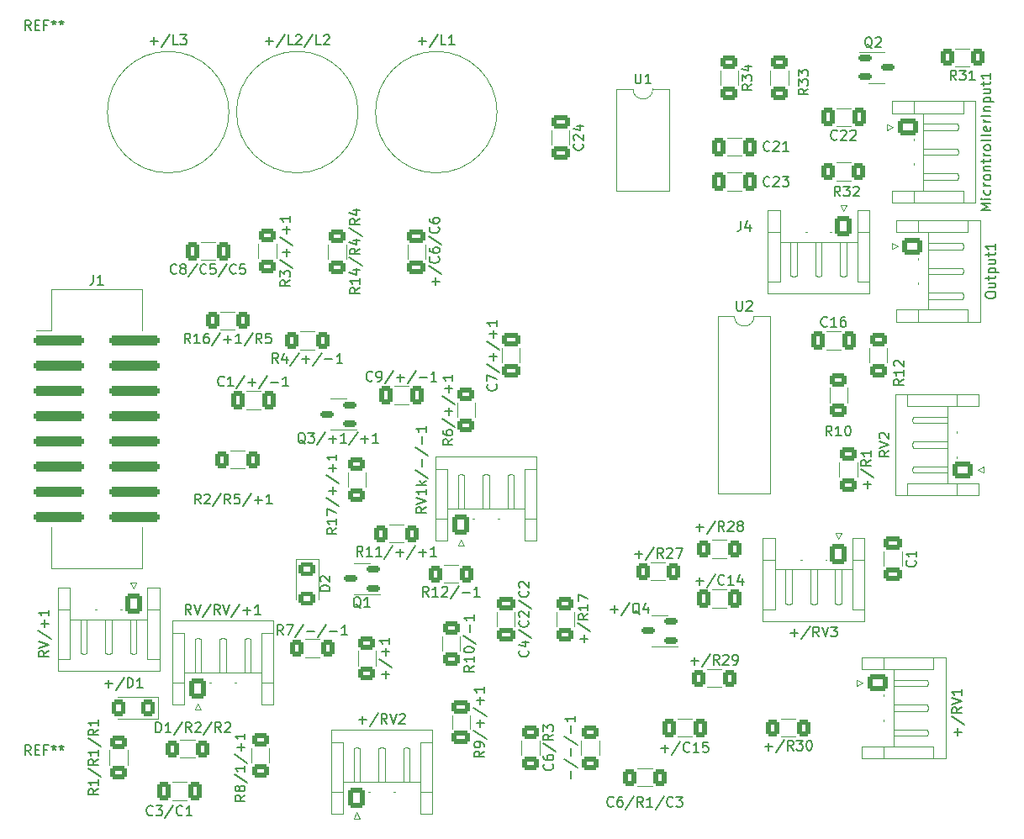
<source format=gto>
G04 #@! TF.GenerationSoftware,KiCad,Pcbnew,7.0.2*
G04 #@! TF.CreationDate,2023-07-08T15:20:31+02:00*
G04 #@! TF.ProjectId,KiKAD_Endplatine_V2,4b694b41-445f-4456-9e64-706c6174696e,rev?*
G04 #@! TF.SameCoordinates,Original*
G04 #@! TF.FileFunction,Legend,Top*
G04 #@! TF.FilePolarity,Positive*
%FSLAX46Y46*%
G04 Gerber Fmt 4.6, Leading zero omitted, Abs format (unit mm)*
G04 Created by KiCad (PCBNEW 7.0.2) date 2023-07-08 15:20:31*
%MOMM*%
%LPD*%
G01*
G04 APERTURE LIST*
G04 Aperture macros list*
%AMRoundRect*
0 Rectangle with rounded corners*
0 $1 Rounding radius*
0 $2 $3 $4 $5 $6 $7 $8 $9 X,Y pos of 4 corners*
0 Add a 4 corners polygon primitive as box body*
4,1,4,$2,$3,$4,$5,$6,$7,$8,$9,$2,$3,0*
0 Add four circle primitives for the rounded corners*
1,1,$1+$1,$2,$3*
1,1,$1+$1,$4,$5*
1,1,$1+$1,$6,$7*
1,1,$1+$1,$8,$9*
0 Add four rect primitives between the rounded corners*
20,1,$1+$1,$2,$3,$4,$5,0*
20,1,$1+$1,$4,$5,$6,$7,0*
20,1,$1+$1,$6,$7,$8,$9,0*
20,1,$1+$1,$8,$9,$2,$3,0*%
G04 Aperture macros list end*
%ADD10C,0.150000*%
%ADD11C,0.120000*%
%ADD12RoundRect,0.255000X-2.245000X-0.255000X2.245000X-0.255000X2.245000X0.255000X-2.245000X0.255000X0*%
%ADD13RoundRect,0.250000X-0.412500X-0.650000X0.412500X-0.650000X0.412500X0.650000X-0.412500X0.650000X0*%
%ADD14RoundRect,0.250000X-0.400000X-0.625000X0.400000X-0.625000X0.400000X0.625000X-0.400000X0.625000X0*%
%ADD15RoundRect,0.150000X-0.512500X-0.150000X0.512500X-0.150000X0.512500X0.150000X-0.512500X0.150000X0*%
%ADD16RoundRect,0.250000X0.400000X0.625000X-0.400000X0.625000X-0.400000X-0.625000X0.400000X-0.625000X0*%
%ADD17RoundRect,0.250000X-0.625000X0.400000X-0.625000X-0.400000X0.625000X-0.400000X0.625000X0.400000X0*%
%ADD18RoundRect,0.250000X0.412500X0.650000X-0.412500X0.650000X-0.412500X-0.650000X0.412500X-0.650000X0*%
%ADD19RoundRect,0.250000X-0.600000X-0.725000X0.600000X-0.725000X0.600000X0.725000X-0.600000X0.725000X0*%
%ADD20O,1.700000X1.950000*%
%ADD21C,3.200000*%
%ADD22RoundRect,0.250001X0.462499X0.624999X-0.462499X0.624999X-0.462499X-0.624999X0.462499X-0.624999X0*%
%ADD23RoundRect,0.250001X-0.624999X0.462499X-0.624999X-0.462499X0.624999X-0.462499X0.624999X0.462499X0*%
%ADD24RoundRect,0.250000X0.625000X-0.400000X0.625000X0.400000X-0.625000X0.400000X-0.625000X-0.400000X0*%
%ADD25RoundRect,0.250000X-0.725000X0.600000X-0.725000X-0.600000X0.725000X-0.600000X0.725000X0.600000X0*%
%ADD26O,1.950000X1.700000*%
%ADD27RoundRect,0.150000X0.512500X0.150000X-0.512500X0.150000X-0.512500X-0.150000X0.512500X-0.150000X0*%
%ADD28RoundRect,0.250000X0.725000X-0.600000X0.725000X0.600000X-0.725000X0.600000X-0.725000X-0.600000X0*%
%ADD29RoundRect,0.250000X0.600000X0.725000X-0.600000X0.725000X-0.600000X-0.725000X0.600000X-0.725000X0*%
%ADD30RoundRect,0.250000X-0.650000X0.412500X-0.650000X-0.412500X0.650000X-0.412500X0.650000X0.412500X0*%
%ADD31R,1.600000X1.600000*%
%ADD32O,1.600000X1.600000*%
%ADD33RoundRect,0.250000X0.650000X-0.412500X0.650000X0.412500X-0.650000X0.412500X-0.650000X-0.412500X0*%
G04 APERTURE END LIST*
D10*
X108466666Y-59382619D02*
X108466666Y-60096904D01*
X108466666Y-60096904D02*
X108419047Y-60239761D01*
X108419047Y-60239761D02*
X108323809Y-60335000D01*
X108323809Y-60335000D02*
X108180952Y-60382619D01*
X108180952Y-60382619D02*
X108085714Y-60382619D01*
X109466666Y-60382619D02*
X108895238Y-60382619D01*
X109180952Y-60382619D02*
X109180952Y-59382619D01*
X109180952Y-59382619D02*
X109085714Y-59525476D01*
X109085714Y-59525476D02*
X108990476Y-59620714D01*
X108990476Y-59620714D02*
X108895238Y-59668333D01*
X169142857Y-90231666D02*
X169904762Y-90231666D01*
X169523809Y-90612619D02*
X169523809Y-89850714D01*
X171095237Y-89565000D02*
X170238095Y-90850714D01*
X171999999Y-90517380D02*
X171952380Y-90565000D01*
X171952380Y-90565000D02*
X171809523Y-90612619D01*
X171809523Y-90612619D02*
X171714285Y-90612619D01*
X171714285Y-90612619D02*
X171571428Y-90565000D01*
X171571428Y-90565000D02*
X171476190Y-90469761D01*
X171476190Y-90469761D02*
X171428571Y-90374523D01*
X171428571Y-90374523D02*
X171380952Y-90184047D01*
X171380952Y-90184047D02*
X171380952Y-90041190D01*
X171380952Y-90041190D02*
X171428571Y-89850714D01*
X171428571Y-89850714D02*
X171476190Y-89755476D01*
X171476190Y-89755476D02*
X171571428Y-89660238D01*
X171571428Y-89660238D02*
X171714285Y-89612619D01*
X171714285Y-89612619D02*
X171809523Y-89612619D01*
X171809523Y-89612619D02*
X171952380Y-89660238D01*
X171952380Y-89660238D02*
X171999999Y-89707857D01*
X172952380Y-90612619D02*
X172380952Y-90612619D01*
X172666666Y-90612619D02*
X172666666Y-89612619D01*
X172666666Y-89612619D02*
X172571428Y-89755476D01*
X172571428Y-89755476D02*
X172476190Y-89850714D01*
X172476190Y-89850714D02*
X172380952Y-89898333D01*
X173809523Y-89945952D02*
X173809523Y-90612619D01*
X173571428Y-89565000D02*
X173333333Y-90279285D01*
X173333333Y-90279285D02*
X173952380Y-90279285D01*
X114761905Y-105462619D02*
X114761905Y-104462619D01*
X114761905Y-104462619D02*
X115000000Y-104462619D01*
X115000000Y-104462619D02*
X115142857Y-104510238D01*
X115142857Y-104510238D02*
X115238095Y-104605476D01*
X115238095Y-104605476D02*
X115285714Y-104700714D01*
X115285714Y-104700714D02*
X115333333Y-104891190D01*
X115333333Y-104891190D02*
X115333333Y-105034047D01*
X115333333Y-105034047D02*
X115285714Y-105224523D01*
X115285714Y-105224523D02*
X115238095Y-105319761D01*
X115238095Y-105319761D02*
X115142857Y-105415000D01*
X115142857Y-105415000D02*
X115000000Y-105462619D01*
X115000000Y-105462619D02*
X114761905Y-105462619D01*
X116285714Y-105462619D02*
X115714286Y-105462619D01*
X116000000Y-105462619D02*
X116000000Y-104462619D01*
X116000000Y-104462619D02*
X115904762Y-104605476D01*
X115904762Y-104605476D02*
X115809524Y-104700714D01*
X115809524Y-104700714D02*
X115714286Y-104748333D01*
X117428571Y-104415000D02*
X116571429Y-105700714D01*
X118333333Y-105462619D02*
X118000000Y-104986428D01*
X117761905Y-105462619D02*
X117761905Y-104462619D01*
X117761905Y-104462619D02*
X118142857Y-104462619D01*
X118142857Y-104462619D02*
X118238095Y-104510238D01*
X118238095Y-104510238D02*
X118285714Y-104557857D01*
X118285714Y-104557857D02*
X118333333Y-104653095D01*
X118333333Y-104653095D02*
X118333333Y-104795952D01*
X118333333Y-104795952D02*
X118285714Y-104891190D01*
X118285714Y-104891190D02*
X118238095Y-104938809D01*
X118238095Y-104938809D02*
X118142857Y-104986428D01*
X118142857Y-104986428D02*
X117761905Y-104986428D01*
X118714286Y-104557857D02*
X118761905Y-104510238D01*
X118761905Y-104510238D02*
X118857143Y-104462619D01*
X118857143Y-104462619D02*
X119095238Y-104462619D01*
X119095238Y-104462619D02*
X119190476Y-104510238D01*
X119190476Y-104510238D02*
X119238095Y-104557857D01*
X119238095Y-104557857D02*
X119285714Y-104653095D01*
X119285714Y-104653095D02*
X119285714Y-104748333D01*
X119285714Y-104748333D02*
X119238095Y-104891190D01*
X119238095Y-104891190D02*
X118666667Y-105462619D01*
X118666667Y-105462619D02*
X119285714Y-105462619D01*
X120428571Y-104415000D02*
X119571429Y-105700714D01*
X121333333Y-105462619D02*
X121000000Y-104986428D01*
X120761905Y-105462619D02*
X120761905Y-104462619D01*
X120761905Y-104462619D02*
X121142857Y-104462619D01*
X121142857Y-104462619D02*
X121238095Y-104510238D01*
X121238095Y-104510238D02*
X121285714Y-104557857D01*
X121285714Y-104557857D02*
X121333333Y-104653095D01*
X121333333Y-104653095D02*
X121333333Y-104795952D01*
X121333333Y-104795952D02*
X121285714Y-104891190D01*
X121285714Y-104891190D02*
X121238095Y-104938809D01*
X121238095Y-104938809D02*
X121142857Y-104986428D01*
X121142857Y-104986428D02*
X120761905Y-104986428D01*
X121714286Y-104557857D02*
X121761905Y-104510238D01*
X121761905Y-104510238D02*
X121857143Y-104462619D01*
X121857143Y-104462619D02*
X122095238Y-104462619D01*
X122095238Y-104462619D02*
X122190476Y-104510238D01*
X122190476Y-104510238D02*
X122238095Y-104557857D01*
X122238095Y-104557857D02*
X122285714Y-104653095D01*
X122285714Y-104653095D02*
X122285714Y-104748333D01*
X122285714Y-104748333D02*
X122238095Y-104891190D01*
X122238095Y-104891190D02*
X121666667Y-105462619D01*
X121666667Y-105462619D02*
X122285714Y-105462619D01*
X186904761Y-36557857D02*
X186809523Y-36510238D01*
X186809523Y-36510238D02*
X186714285Y-36415000D01*
X186714285Y-36415000D02*
X186571428Y-36272142D01*
X186571428Y-36272142D02*
X186476190Y-36224523D01*
X186476190Y-36224523D02*
X186380952Y-36224523D01*
X186428571Y-36462619D02*
X186333333Y-36415000D01*
X186333333Y-36415000D02*
X186238095Y-36319761D01*
X186238095Y-36319761D02*
X186190476Y-36129285D01*
X186190476Y-36129285D02*
X186190476Y-35795952D01*
X186190476Y-35795952D02*
X186238095Y-35605476D01*
X186238095Y-35605476D02*
X186333333Y-35510238D01*
X186333333Y-35510238D02*
X186428571Y-35462619D01*
X186428571Y-35462619D02*
X186619047Y-35462619D01*
X186619047Y-35462619D02*
X186714285Y-35510238D01*
X186714285Y-35510238D02*
X186809523Y-35605476D01*
X186809523Y-35605476D02*
X186857142Y-35795952D01*
X186857142Y-35795952D02*
X186857142Y-36129285D01*
X186857142Y-36129285D02*
X186809523Y-36319761D01*
X186809523Y-36319761D02*
X186714285Y-36415000D01*
X186714285Y-36415000D02*
X186619047Y-36462619D01*
X186619047Y-36462619D02*
X186428571Y-36462619D01*
X187238095Y-35557857D02*
X187285714Y-35510238D01*
X187285714Y-35510238D02*
X187380952Y-35462619D01*
X187380952Y-35462619D02*
X187619047Y-35462619D01*
X187619047Y-35462619D02*
X187714285Y-35510238D01*
X187714285Y-35510238D02*
X187761904Y-35557857D01*
X187761904Y-35557857D02*
X187809523Y-35653095D01*
X187809523Y-35653095D02*
X187809523Y-35748333D01*
X187809523Y-35748333D02*
X187761904Y-35891190D01*
X187761904Y-35891190D02*
X187190476Y-36462619D01*
X187190476Y-36462619D02*
X187809523Y-36462619D01*
X135595238Y-87732619D02*
X135261905Y-87256428D01*
X135023810Y-87732619D02*
X135023810Y-86732619D01*
X135023810Y-86732619D02*
X135404762Y-86732619D01*
X135404762Y-86732619D02*
X135500000Y-86780238D01*
X135500000Y-86780238D02*
X135547619Y-86827857D01*
X135547619Y-86827857D02*
X135595238Y-86923095D01*
X135595238Y-86923095D02*
X135595238Y-87065952D01*
X135595238Y-87065952D02*
X135547619Y-87161190D01*
X135547619Y-87161190D02*
X135500000Y-87208809D01*
X135500000Y-87208809D02*
X135404762Y-87256428D01*
X135404762Y-87256428D02*
X135023810Y-87256428D01*
X136547619Y-87732619D02*
X135976191Y-87732619D01*
X136261905Y-87732619D02*
X136261905Y-86732619D01*
X136261905Y-86732619D02*
X136166667Y-86875476D01*
X136166667Y-86875476D02*
X136071429Y-86970714D01*
X136071429Y-86970714D02*
X135976191Y-87018333D01*
X137500000Y-87732619D02*
X136928572Y-87732619D01*
X137214286Y-87732619D02*
X137214286Y-86732619D01*
X137214286Y-86732619D02*
X137119048Y-86875476D01*
X137119048Y-86875476D02*
X137023810Y-86970714D01*
X137023810Y-86970714D02*
X136928572Y-87018333D01*
X138642857Y-86685000D02*
X137785715Y-87970714D01*
X138976191Y-87351666D02*
X139738096Y-87351666D01*
X139357143Y-87732619D02*
X139357143Y-86970714D01*
X140928571Y-86685000D02*
X140071429Y-87970714D01*
X141261905Y-87351666D02*
X142023810Y-87351666D01*
X141642857Y-87732619D02*
X141642857Y-86970714D01*
X143023809Y-87732619D02*
X142452381Y-87732619D01*
X142738095Y-87732619D02*
X142738095Y-86732619D01*
X142738095Y-86732619D02*
X142642857Y-86875476D01*
X142642857Y-86875476D02*
X142547619Y-86970714D01*
X142547619Y-86970714D02*
X142452381Y-87018333D01*
X146782619Y-98761904D02*
X146306428Y-99095237D01*
X146782619Y-99333332D02*
X145782619Y-99333332D01*
X145782619Y-99333332D02*
X145782619Y-98952380D01*
X145782619Y-98952380D02*
X145830238Y-98857142D01*
X145830238Y-98857142D02*
X145877857Y-98809523D01*
X145877857Y-98809523D02*
X145973095Y-98761904D01*
X145973095Y-98761904D02*
X146115952Y-98761904D01*
X146115952Y-98761904D02*
X146211190Y-98809523D01*
X146211190Y-98809523D02*
X146258809Y-98857142D01*
X146258809Y-98857142D02*
X146306428Y-98952380D01*
X146306428Y-98952380D02*
X146306428Y-99333332D01*
X146782619Y-97809523D02*
X146782619Y-98380951D01*
X146782619Y-98095237D02*
X145782619Y-98095237D01*
X145782619Y-98095237D02*
X145925476Y-98190475D01*
X145925476Y-98190475D02*
X146020714Y-98285713D01*
X146020714Y-98285713D02*
X146068333Y-98380951D01*
X145782619Y-97190475D02*
X145782619Y-97095237D01*
X145782619Y-97095237D02*
X145830238Y-96999999D01*
X145830238Y-96999999D02*
X145877857Y-96952380D01*
X145877857Y-96952380D02*
X145973095Y-96904761D01*
X145973095Y-96904761D02*
X146163571Y-96857142D01*
X146163571Y-96857142D02*
X146401666Y-96857142D01*
X146401666Y-96857142D02*
X146592142Y-96904761D01*
X146592142Y-96904761D02*
X146687380Y-96952380D01*
X146687380Y-96952380D02*
X146735000Y-96999999D01*
X146735000Y-96999999D02*
X146782619Y-97095237D01*
X146782619Y-97095237D02*
X146782619Y-97190475D01*
X146782619Y-97190475D02*
X146735000Y-97285713D01*
X146735000Y-97285713D02*
X146687380Y-97333332D01*
X146687380Y-97333332D02*
X146592142Y-97380951D01*
X146592142Y-97380951D02*
X146401666Y-97428570D01*
X146401666Y-97428570D02*
X146163571Y-97428570D01*
X146163571Y-97428570D02*
X145973095Y-97380951D01*
X145973095Y-97380951D02*
X145877857Y-97333332D01*
X145877857Y-97333332D02*
X145830238Y-97285713D01*
X145830238Y-97285713D02*
X145782619Y-97190475D01*
X145735000Y-95714285D02*
X147020714Y-96571427D01*
X146401666Y-95380951D02*
X146401666Y-94619047D01*
X146782619Y-93619047D02*
X146782619Y-94190475D01*
X146782619Y-93904761D02*
X145782619Y-93904761D01*
X145782619Y-93904761D02*
X145925476Y-93999999D01*
X145925476Y-93999999D02*
X146020714Y-94095237D01*
X146020714Y-94095237D02*
X146068333Y-94190475D01*
X183357142Y-45717380D02*
X183309523Y-45765000D01*
X183309523Y-45765000D02*
X183166666Y-45812619D01*
X183166666Y-45812619D02*
X183071428Y-45812619D01*
X183071428Y-45812619D02*
X182928571Y-45765000D01*
X182928571Y-45765000D02*
X182833333Y-45669761D01*
X182833333Y-45669761D02*
X182785714Y-45574523D01*
X182785714Y-45574523D02*
X182738095Y-45384047D01*
X182738095Y-45384047D02*
X182738095Y-45241190D01*
X182738095Y-45241190D02*
X182785714Y-45050714D01*
X182785714Y-45050714D02*
X182833333Y-44955476D01*
X182833333Y-44955476D02*
X182928571Y-44860238D01*
X182928571Y-44860238D02*
X183071428Y-44812619D01*
X183071428Y-44812619D02*
X183166666Y-44812619D01*
X183166666Y-44812619D02*
X183309523Y-44860238D01*
X183309523Y-44860238D02*
X183357142Y-44907857D01*
X183738095Y-44907857D02*
X183785714Y-44860238D01*
X183785714Y-44860238D02*
X183880952Y-44812619D01*
X183880952Y-44812619D02*
X184119047Y-44812619D01*
X184119047Y-44812619D02*
X184214285Y-44860238D01*
X184214285Y-44860238D02*
X184261904Y-44907857D01*
X184261904Y-44907857D02*
X184309523Y-45003095D01*
X184309523Y-45003095D02*
X184309523Y-45098333D01*
X184309523Y-45098333D02*
X184261904Y-45241190D01*
X184261904Y-45241190D02*
X183690476Y-45812619D01*
X183690476Y-45812619D02*
X184309523Y-45812619D01*
X184690476Y-44907857D02*
X184738095Y-44860238D01*
X184738095Y-44860238D02*
X184833333Y-44812619D01*
X184833333Y-44812619D02*
X185071428Y-44812619D01*
X185071428Y-44812619D02*
X185166666Y-44860238D01*
X185166666Y-44860238D02*
X185214285Y-44907857D01*
X185214285Y-44907857D02*
X185261904Y-45003095D01*
X185261904Y-45003095D02*
X185261904Y-45098333D01*
X185261904Y-45098333D02*
X185214285Y-45241190D01*
X185214285Y-45241190D02*
X184642857Y-45812619D01*
X184642857Y-45812619D02*
X185261904Y-45812619D01*
X176567642Y-46843380D02*
X176520023Y-46891000D01*
X176520023Y-46891000D02*
X176377166Y-46938619D01*
X176377166Y-46938619D02*
X176281928Y-46938619D01*
X176281928Y-46938619D02*
X176139071Y-46891000D01*
X176139071Y-46891000D02*
X176043833Y-46795761D01*
X176043833Y-46795761D02*
X175996214Y-46700523D01*
X175996214Y-46700523D02*
X175948595Y-46510047D01*
X175948595Y-46510047D02*
X175948595Y-46367190D01*
X175948595Y-46367190D02*
X175996214Y-46176714D01*
X175996214Y-46176714D02*
X176043833Y-46081476D01*
X176043833Y-46081476D02*
X176139071Y-45986238D01*
X176139071Y-45986238D02*
X176281928Y-45938619D01*
X176281928Y-45938619D02*
X176377166Y-45938619D01*
X176377166Y-45938619D02*
X176520023Y-45986238D01*
X176520023Y-45986238D02*
X176567642Y-46033857D01*
X176948595Y-46033857D02*
X176996214Y-45986238D01*
X176996214Y-45986238D02*
X177091452Y-45938619D01*
X177091452Y-45938619D02*
X177329547Y-45938619D01*
X177329547Y-45938619D02*
X177424785Y-45986238D01*
X177424785Y-45986238D02*
X177472404Y-46033857D01*
X177472404Y-46033857D02*
X177520023Y-46129095D01*
X177520023Y-46129095D02*
X177520023Y-46224333D01*
X177520023Y-46224333D02*
X177472404Y-46367190D01*
X177472404Y-46367190D02*
X176900976Y-46938619D01*
X176900976Y-46938619D02*
X177520023Y-46938619D01*
X178472404Y-46938619D02*
X177900976Y-46938619D01*
X178186690Y-46938619D02*
X178186690Y-45938619D01*
X178186690Y-45938619D02*
X178091452Y-46081476D01*
X178091452Y-46081476D02*
X177996214Y-46176714D01*
X177996214Y-46176714D02*
X177900976Y-46224333D01*
X180462619Y-40642857D02*
X179986428Y-40976190D01*
X180462619Y-41214285D02*
X179462619Y-41214285D01*
X179462619Y-41214285D02*
X179462619Y-40833333D01*
X179462619Y-40833333D02*
X179510238Y-40738095D01*
X179510238Y-40738095D02*
X179557857Y-40690476D01*
X179557857Y-40690476D02*
X179653095Y-40642857D01*
X179653095Y-40642857D02*
X179795952Y-40642857D01*
X179795952Y-40642857D02*
X179891190Y-40690476D01*
X179891190Y-40690476D02*
X179938809Y-40738095D01*
X179938809Y-40738095D02*
X179986428Y-40833333D01*
X179986428Y-40833333D02*
X179986428Y-41214285D01*
X179462619Y-40309523D02*
X179462619Y-39690476D01*
X179462619Y-39690476D02*
X179843571Y-40023809D01*
X179843571Y-40023809D02*
X179843571Y-39880952D01*
X179843571Y-39880952D02*
X179891190Y-39785714D01*
X179891190Y-39785714D02*
X179938809Y-39738095D01*
X179938809Y-39738095D02*
X180034047Y-39690476D01*
X180034047Y-39690476D02*
X180272142Y-39690476D01*
X180272142Y-39690476D02*
X180367380Y-39738095D01*
X180367380Y-39738095D02*
X180415000Y-39785714D01*
X180415000Y-39785714D02*
X180462619Y-39880952D01*
X180462619Y-39880952D02*
X180462619Y-40166666D01*
X180462619Y-40166666D02*
X180415000Y-40261904D01*
X180415000Y-40261904D02*
X180367380Y-40309523D01*
X179462619Y-39357142D02*
X179462619Y-38738095D01*
X179462619Y-38738095D02*
X179843571Y-39071428D01*
X179843571Y-39071428D02*
X179843571Y-38928571D01*
X179843571Y-38928571D02*
X179891190Y-38833333D01*
X179891190Y-38833333D02*
X179938809Y-38785714D01*
X179938809Y-38785714D02*
X180034047Y-38738095D01*
X180034047Y-38738095D02*
X180272142Y-38738095D01*
X180272142Y-38738095D02*
X180367380Y-38785714D01*
X180367380Y-38785714D02*
X180415000Y-38833333D01*
X180415000Y-38833333D02*
X180462619Y-38928571D01*
X180462619Y-38928571D02*
X180462619Y-39214285D01*
X180462619Y-39214285D02*
X180415000Y-39309523D01*
X180415000Y-39309523D02*
X180367380Y-39357142D01*
X118309523Y-93595119D02*
X117976190Y-93118928D01*
X117738095Y-93595119D02*
X117738095Y-92595119D01*
X117738095Y-92595119D02*
X118119047Y-92595119D01*
X118119047Y-92595119D02*
X118214285Y-92642738D01*
X118214285Y-92642738D02*
X118261904Y-92690357D01*
X118261904Y-92690357D02*
X118309523Y-92785595D01*
X118309523Y-92785595D02*
X118309523Y-92928452D01*
X118309523Y-92928452D02*
X118261904Y-93023690D01*
X118261904Y-93023690D02*
X118214285Y-93071309D01*
X118214285Y-93071309D02*
X118119047Y-93118928D01*
X118119047Y-93118928D02*
X117738095Y-93118928D01*
X118595238Y-92595119D02*
X118928571Y-93595119D01*
X118928571Y-93595119D02*
X119261904Y-92595119D01*
X120309523Y-92547500D02*
X119452381Y-93833214D01*
X121214285Y-93595119D02*
X120880952Y-93118928D01*
X120642857Y-93595119D02*
X120642857Y-92595119D01*
X120642857Y-92595119D02*
X121023809Y-92595119D01*
X121023809Y-92595119D02*
X121119047Y-92642738D01*
X121119047Y-92642738D02*
X121166666Y-92690357D01*
X121166666Y-92690357D02*
X121214285Y-92785595D01*
X121214285Y-92785595D02*
X121214285Y-92928452D01*
X121214285Y-92928452D02*
X121166666Y-93023690D01*
X121166666Y-93023690D02*
X121119047Y-93071309D01*
X121119047Y-93071309D02*
X121023809Y-93118928D01*
X121023809Y-93118928D02*
X120642857Y-93118928D01*
X121500000Y-92595119D02*
X121833333Y-93595119D01*
X121833333Y-93595119D02*
X122166666Y-92595119D01*
X123214285Y-92547500D02*
X122357143Y-93833214D01*
X123547619Y-93214166D02*
X124309524Y-93214166D01*
X123928571Y-93595119D02*
X123928571Y-92833214D01*
X125309523Y-93595119D02*
X124738095Y-93595119D01*
X125023809Y-93595119D02*
X125023809Y-92595119D01*
X125023809Y-92595119D02*
X124928571Y-92737976D01*
X124928571Y-92737976D02*
X124833333Y-92833214D01*
X124833333Y-92833214D02*
X124738095Y-92880833D01*
X135282619Y-60692857D02*
X134806428Y-61026190D01*
X135282619Y-61264285D02*
X134282619Y-61264285D01*
X134282619Y-61264285D02*
X134282619Y-60883333D01*
X134282619Y-60883333D02*
X134330238Y-60788095D01*
X134330238Y-60788095D02*
X134377857Y-60740476D01*
X134377857Y-60740476D02*
X134473095Y-60692857D01*
X134473095Y-60692857D02*
X134615952Y-60692857D01*
X134615952Y-60692857D02*
X134711190Y-60740476D01*
X134711190Y-60740476D02*
X134758809Y-60788095D01*
X134758809Y-60788095D02*
X134806428Y-60883333D01*
X134806428Y-60883333D02*
X134806428Y-61264285D01*
X135282619Y-59740476D02*
X135282619Y-60311904D01*
X135282619Y-60026190D02*
X134282619Y-60026190D01*
X134282619Y-60026190D02*
X134425476Y-60121428D01*
X134425476Y-60121428D02*
X134520714Y-60216666D01*
X134520714Y-60216666D02*
X134568333Y-60311904D01*
X134615952Y-58883333D02*
X135282619Y-58883333D01*
X134235000Y-59121428D02*
X134949285Y-59359523D01*
X134949285Y-59359523D02*
X134949285Y-58740476D01*
X134235000Y-57645238D02*
X135520714Y-58502380D01*
X135282619Y-56740476D02*
X134806428Y-57073809D01*
X135282619Y-57311904D02*
X134282619Y-57311904D01*
X134282619Y-57311904D02*
X134282619Y-56930952D01*
X134282619Y-56930952D02*
X134330238Y-56835714D01*
X134330238Y-56835714D02*
X134377857Y-56788095D01*
X134377857Y-56788095D02*
X134473095Y-56740476D01*
X134473095Y-56740476D02*
X134615952Y-56740476D01*
X134615952Y-56740476D02*
X134711190Y-56788095D01*
X134711190Y-56788095D02*
X134758809Y-56835714D01*
X134758809Y-56835714D02*
X134806428Y-56930952D01*
X134806428Y-56930952D02*
X134806428Y-57311904D01*
X134615952Y-55883333D02*
X135282619Y-55883333D01*
X134235000Y-56121428D02*
X134949285Y-56359523D01*
X134949285Y-56359523D02*
X134949285Y-55740476D01*
X134235000Y-54645238D02*
X135520714Y-55502380D01*
X135282619Y-53740476D02*
X134806428Y-54073809D01*
X135282619Y-54311904D02*
X134282619Y-54311904D01*
X134282619Y-54311904D02*
X134282619Y-53930952D01*
X134282619Y-53930952D02*
X134330238Y-53835714D01*
X134330238Y-53835714D02*
X134377857Y-53788095D01*
X134377857Y-53788095D02*
X134473095Y-53740476D01*
X134473095Y-53740476D02*
X134615952Y-53740476D01*
X134615952Y-53740476D02*
X134711190Y-53788095D01*
X134711190Y-53788095D02*
X134758809Y-53835714D01*
X134758809Y-53835714D02*
X134806428Y-53930952D01*
X134806428Y-53930952D02*
X134806428Y-54311904D01*
X134615952Y-52883333D02*
X135282619Y-52883333D01*
X134235000Y-53121428D02*
X134949285Y-53359523D01*
X134949285Y-53359523D02*
X134949285Y-52740476D01*
X102166666Y-107762619D02*
X101833333Y-107286428D01*
X101595238Y-107762619D02*
X101595238Y-106762619D01*
X101595238Y-106762619D02*
X101976190Y-106762619D01*
X101976190Y-106762619D02*
X102071428Y-106810238D01*
X102071428Y-106810238D02*
X102119047Y-106857857D01*
X102119047Y-106857857D02*
X102166666Y-106953095D01*
X102166666Y-106953095D02*
X102166666Y-107095952D01*
X102166666Y-107095952D02*
X102119047Y-107191190D01*
X102119047Y-107191190D02*
X102071428Y-107238809D01*
X102071428Y-107238809D02*
X101976190Y-107286428D01*
X101976190Y-107286428D02*
X101595238Y-107286428D01*
X102595238Y-107238809D02*
X102928571Y-107238809D01*
X103071428Y-107762619D02*
X102595238Y-107762619D01*
X102595238Y-107762619D02*
X102595238Y-106762619D01*
X102595238Y-106762619D02*
X103071428Y-106762619D01*
X103833333Y-107238809D02*
X103500000Y-107238809D01*
X103500000Y-107762619D02*
X103500000Y-106762619D01*
X103500000Y-106762619D02*
X103976190Y-106762619D01*
X104500000Y-106762619D02*
X104500000Y-107000714D01*
X104261905Y-106905476D02*
X104500000Y-107000714D01*
X104500000Y-107000714D02*
X104738095Y-106905476D01*
X104357143Y-107191190D02*
X104500000Y-107000714D01*
X104500000Y-107000714D02*
X104642857Y-107191190D01*
X105261905Y-106762619D02*
X105261905Y-107000714D01*
X105023810Y-106905476D02*
X105261905Y-107000714D01*
X105261905Y-107000714D02*
X105500000Y-106905476D01*
X105119048Y-107191190D02*
X105261905Y-107000714D01*
X105261905Y-107000714D02*
X105404762Y-107191190D01*
X176567642Y-50391380D02*
X176520023Y-50439000D01*
X176520023Y-50439000D02*
X176377166Y-50486619D01*
X176377166Y-50486619D02*
X176281928Y-50486619D01*
X176281928Y-50486619D02*
X176139071Y-50439000D01*
X176139071Y-50439000D02*
X176043833Y-50343761D01*
X176043833Y-50343761D02*
X175996214Y-50248523D01*
X175996214Y-50248523D02*
X175948595Y-50058047D01*
X175948595Y-50058047D02*
X175948595Y-49915190D01*
X175948595Y-49915190D02*
X175996214Y-49724714D01*
X175996214Y-49724714D02*
X176043833Y-49629476D01*
X176043833Y-49629476D02*
X176139071Y-49534238D01*
X176139071Y-49534238D02*
X176281928Y-49486619D01*
X176281928Y-49486619D02*
X176377166Y-49486619D01*
X176377166Y-49486619D02*
X176520023Y-49534238D01*
X176520023Y-49534238D02*
X176567642Y-49581857D01*
X176948595Y-49581857D02*
X176996214Y-49534238D01*
X176996214Y-49534238D02*
X177091452Y-49486619D01*
X177091452Y-49486619D02*
X177329547Y-49486619D01*
X177329547Y-49486619D02*
X177424785Y-49534238D01*
X177424785Y-49534238D02*
X177472404Y-49581857D01*
X177472404Y-49581857D02*
X177520023Y-49677095D01*
X177520023Y-49677095D02*
X177520023Y-49772333D01*
X177520023Y-49772333D02*
X177472404Y-49915190D01*
X177472404Y-49915190D02*
X176900976Y-50486619D01*
X176900976Y-50486619D02*
X177520023Y-50486619D01*
X177853357Y-49486619D02*
X178472404Y-49486619D01*
X178472404Y-49486619D02*
X178139071Y-49867571D01*
X178139071Y-49867571D02*
X178281928Y-49867571D01*
X178281928Y-49867571D02*
X178377166Y-49915190D01*
X178377166Y-49915190D02*
X178424785Y-49962809D01*
X178424785Y-49962809D02*
X178472404Y-50058047D01*
X178472404Y-50058047D02*
X178472404Y-50296142D01*
X178472404Y-50296142D02*
X178424785Y-50391380D01*
X178424785Y-50391380D02*
X178377166Y-50439000D01*
X178377166Y-50439000D02*
X178281928Y-50486619D01*
X178281928Y-50486619D02*
X177996214Y-50486619D01*
X177996214Y-50486619D02*
X177900976Y-50439000D01*
X177900976Y-50439000D02*
X177853357Y-50391380D01*
X109619048Y-100581666D02*
X110380953Y-100581666D01*
X110000000Y-100962619D02*
X110000000Y-100200714D01*
X111571428Y-99915000D02*
X110714286Y-101200714D01*
X111904762Y-100962619D02*
X111904762Y-99962619D01*
X111904762Y-99962619D02*
X112142857Y-99962619D01*
X112142857Y-99962619D02*
X112285714Y-100010238D01*
X112285714Y-100010238D02*
X112380952Y-100105476D01*
X112380952Y-100105476D02*
X112428571Y-100200714D01*
X112428571Y-100200714D02*
X112476190Y-100391190D01*
X112476190Y-100391190D02*
X112476190Y-100534047D01*
X112476190Y-100534047D02*
X112428571Y-100724523D01*
X112428571Y-100724523D02*
X112380952Y-100819761D01*
X112380952Y-100819761D02*
X112285714Y-100915000D01*
X112285714Y-100915000D02*
X112142857Y-100962619D01*
X112142857Y-100962619D02*
X111904762Y-100962619D01*
X113428571Y-100962619D02*
X112857143Y-100962619D01*
X113142857Y-100962619D02*
X113142857Y-99962619D01*
X113142857Y-99962619D02*
X113047619Y-100105476D01*
X113047619Y-100105476D02*
X112952381Y-100200714D01*
X112952381Y-100200714D02*
X112857143Y-100248333D01*
X132282619Y-91238094D02*
X131282619Y-91238094D01*
X131282619Y-91238094D02*
X131282619Y-90999999D01*
X131282619Y-90999999D02*
X131330238Y-90857142D01*
X131330238Y-90857142D02*
X131425476Y-90761904D01*
X131425476Y-90761904D02*
X131520714Y-90714285D01*
X131520714Y-90714285D02*
X131711190Y-90666666D01*
X131711190Y-90666666D02*
X131854047Y-90666666D01*
X131854047Y-90666666D02*
X132044523Y-90714285D01*
X132044523Y-90714285D02*
X132139761Y-90761904D01*
X132139761Y-90761904D02*
X132235000Y-90857142D01*
X132235000Y-90857142D02*
X132282619Y-90999999D01*
X132282619Y-90999999D02*
X132282619Y-91238094D01*
X131377857Y-90285713D02*
X131330238Y-90238094D01*
X131330238Y-90238094D02*
X131282619Y-90142856D01*
X131282619Y-90142856D02*
X131282619Y-89904761D01*
X131282619Y-89904761D02*
X131330238Y-89809523D01*
X131330238Y-89809523D02*
X131377857Y-89761904D01*
X131377857Y-89761904D02*
X131473095Y-89714285D01*
X131473095Y-89714285D02*
X131568333Y-89714285D01*
X131568333Y-89714285D02*
X131711190Y-89761904D01*
X131711190Y-89761904D02*
X132282619Y-90333332D01*
X132282619Y-90333332D02*
X132282619Y-89714285D01*
X190067619Y-69897857D02*
X189591428Y-70231190D01*
X190067619Y-70469285D02*
X189067619Y-70469285D01*
X189067619Y-70469285D02*
X189067619Y-70088333D01*
X189067619Y-70088333D02*
X189115238Y-69993095D01*
X189115238Y-69993095D02*
X189162857Y-69945476D01*
X189162857Y-69945476D02*
X189258095Y-69897857D01*
X189258095Y-69897857D02*
X189400952Y-69897857D01*
X189400952Y-69897857D02*
X189496190Y-69945476D01*
X189496190Y-69945476D02*
X189543809Y-69993095D01*
X189543809Y-69993095D02*
X189591428Y-70088333D01*
X189591428Y-70088333D02*
X189591428Y-70469285D01*
X190067619Y-68945476D02*
X190067619Y-69516904D01*
X190067619Y-69231190D02*
X189067619Y-69231190D01*
X189067619Y-69231190D02*
X189210476Y-69326428D01*
X189210476Y-69326428D02*
X189305714Y-69421666D01*
X189305714Y-69421666D02*
X189353333Y-69516904D01*
X189162857Y-68564523D02*
X189115238Y-68516904D01*
X189115238Y-68516904D02*
X189067619Y-68421666D01*
X189067619Y-68421666D02*
X189067619Y-68183571D01*
X189067619Y-68183571D02*
X189115238Y-68088333D01*
X189115238Y-68088333D02*
X189162857Y-68040714D01*
X189162857Y-68040714D02*
X189258095Y-67993095D01*
X189258095Y-67993095D02*
X189353333Y-67993095D01*
X189353333Y-67993095D02*
X189496190Y-68040714D01*
X189496190Y-68040714D02*
X190067619Y-68612142D01*
X190067619Y-68612142D02*
X190067619Y-67993095D01*
X127571428Y-95642619D02*
X127238095Y-95166428D01*
X127000000Y-95642619D02*
X127000000Y-94642619D01*
X127000000Y-94642619D02*
X127380952Y-94642619D01*
X127380952Y-94642619D02*
X127476190Y-94690238D01*
X127476190Y-94690238D02*
X127523809Y-94737857D01*
X127523809Y-94737857D02*
X127571428Y-94833095D01*
X127571428Y-94833095D02*
X127571428Y-94975952D01*
X127571428Y-94975952D02*
X127523809Y-95071190D01*
X127523809Y-95071190D02*
X127476190Y-95118809D01*
X127476190Y-95118809D02*
X127380952Y-95166428D01*
X127380952Y-95166428D02*
X127000000Y-95166428D01*
X127904762Y-94642619D02*
X128571428Y-94642619D01*
X128571428Y-94642619D02*
X128142857Y-95642619D01*
X129666666Y-94595000D02*
X128809524Y-95880714D01*
X130000000Y-95261666D02*
X130761905Y-95261666D01*
X131952380Y-94595000D02*
X131095238Y-95880714D01*
X132285714Y-95261666D02*
X133047619Y-95261666D01*
X134047618Y-95642619D02*
X133476190Y-95642619D01*
X133761904Y-95642619D02*
X133761904Y-94642619D01*
X133761904Y-94642619D02*
X133666666Y-94785476D01*
X133666666Y-94785476D02*
X133571428Y-94880714D01*
X133571428Y-94880714D02*
X133476190Y-94928333D01*
X198830119Y-52880953D02*
X197830119Y-52880953D01*
X197830119Y-52880953D02*
X198544404Y-52547620D01*
X198544404Y-52547620D02*
X197830119Y-52214287D01*
X197830119Y-52214287D02*
X198830119Y-52214287D01*
X198830119Y-51738096D02*
X198163452Y-51738096D01*
X197830119Y-51738096D02*
X197877738Y-51785715D01*
X197877738Y-51785715D02*
X197925357Y-51738096D01*
X197925357Y-51738096D02*
X197877738Y-51690477D01*
X197877738Y-51690477D02*
X197830119Y-51738096D01*
X197830119Y-51738096D02*
X197925357Y-51738096D01*
X198782500Y-50833335D02*
X198830119Y-50928573D01*
X198830119Y-50928573D02*
X198830119Y-51119049D01*
X198830119Y-51119049D02*
X198782500Y-51214287D01*
X198782500Y-51214287D02*
X198734880Y-51261906D01*
X198734880Y-51261906D02*
X198639642Y-51309525D01*
X198639642Y-51309525D02*
X198353928Y-51309525D01*
X198353928Y-51309525D02*
X198258690Y-51261906D01*
X198258690Y-51261906D02*
X198211071Y-51214287D01*
X198211071Y-51214287D02*
X198163452Y-51119049D01*
X198163452Y-51119049D02*
X198163452Y-50928573D01*
X198163452Y-50928573D02*
X198211071Y-50833335D01*
X198830119Y-50404763D02*
X198163452Y-50404763D01*
X198353928Y-50404763D02*
X198258690Y-50357144D01*
X198258690Y-50357144D02*
X198211071Y-50309525D01*
X198211071Y-50309525D02*
X198163452Y-50214287D01*
X198163452Y-50214287D02*
X198163452Y-50119049D01*
X198830119Y-49642858D02*
X198782500Y-49738096D01*
X198782500Y-49738096D02*
X198734880Y-49785715D01*
X198734880Y-49785715D02*
X198639642Y-49833334D01*
X198639642Y-49833334D02*
X198353928Y-49833334D01*
X198353928Y-49833334D02*
X198258690Y-49785715D01*
X198258690Y-49785715D02*
X198211071Y-49738096D01*
X198211071Y-49738096D02*
X198163452Y-49642858D01*
X198163452Y-49642858D02*
X198163452Y-49500001D01*
X198163452Y-49500001D02*
X198211071Y-49404763D01*
X198211071Y-49404763D02*
X198258690Y-49357144D01*
X198258690Y-49357144D02*
X198353928Y-49309525D01*
X198353928Y-49309525D02*
X198639642Y-49309525D01*
X198639642Y-49309525D02*
X198734880Y-49357144D01*
X198734880Y-49357144D02*
X198782500Y-49404763D01*
X198782500Y-49404763D02*
X198830119Y-49500001D01*
X198830119Y-49500001D02*
X198830119Y-49642858D01*
X198163452Y-48880953D02*
X198830119Y-48880953D01*
X198258690Y-48880953D02*
X198211071Y-48833334D01*
X198211071Y-48833334D02*
X198163452Y-48738096D01*
X198163452Y-48738096D02*
X198163452Y-48595239D01*
X198163452Y-48595239D02*
X198211071Y-48500001D01*
X198211071Y-48500001D02*
X198306309Y-48452382D01*
X198306309Y-48452382D02*
X198830119Y-48452382D01*
X198163452Y-48119048D02*
X198163452Y-47738096D01*
X197830119Y-47976191D02*
X198687261Y-47976191D01*
X198687261Y-47976191D02*
X198782500Y-47928572D01*
X198782500Y-47928572D02*
X198830119Y-47833334D01*
X198830119Y-47833334D02*
X198830119Y-47738096D01*
X198830119Y-47404762D02*
X198163452Y-47404762D01*
X198353928Y-47404762D02*
X198258690Y-47357143D01*
X198258690Y-47357143D02*
X198211071Y-47309524D01*
X198211071Y-47309524D02*
X198163452Y-47214286D01*
X198163452Y-47214286D02*
X198163452Y-47119048D01*
X198830119Y-46642857D02*
X198782500Y-46738095D01*
X198782500Y-46738095D02*
X198734880Y-46785714D01*
X198734880Y-46785714D02*
X198639642Y-46833333D01*
X198639642Y-46833333D02*
X198353928Y-46833333D01*
X198353928Y-46833333D02*
X198258690Y-46785714D01*
X198258690Y-46785714D02*
X198211071Y-46738095D01*
X198211071Y-46738095D02*
X198163452Y-46642857D01*
X198163452Y-46642857D02*
X198163452Y-46500000D01*
X198163452Y-46500000D02*
X198211071Y-46404762D01*
X198211071Y-46404762D02*
X198258690Y-46357143D01*
X198258690Y-46357143D02*
X198353928Y-46309524D01*
X198353928Y-46309524D02*
X198639642Y-46309524D01*
X198639642Y-46309524D02*
X198734880Y-46357143D01*
X198734880Y-46357143D02*
X198782500Y-46404762D01*
X198782500Y-46404762D02*
X198830119Y-46500000D01*
X198830119Y-46500000D02*
X198830119Y-46642857D01*
X198830119Y-45738095D02*
X198782500Y-45833333D01*
X198782500Y-45833333D02*
X198687261Y-45880952D01*
X198687261Y-45880952D02*
X197830119Y-45880952D01*
X198830119Y-45214285D02*
X198782500Y-45309523D01*
X198782500Y-45309523D02*
X198687261Y-45357142D01*
X198687261Y-45357142D02*
X197830119Y-45357142D01*
X198782500Y-44452380D02*
X198830119Y-44547618D01*
X198830119Y-44547618D02*
X198830119Y-44738094D01*
X198830119Y-44738094D02*
X198782500Y-44833332D01*
X198782500Y-44833332D02*
X198687261Y-44880951D01*
X198687261Y-44880951D02*
X198306309Y-44880951D01*
X198306309Y-44880951D02*
X198211071Y-44833332D01*
X198211071Y-44833332D02*
X198163452Y-44738094D01*
X198163452Y-44738094D02*
X198163452Y-44547618D01*
X198163452Y-44547618D02*
X198211071Y-44452380D01*
X198211071Y-44452380D02*
X198306309Y-44404761D01*
X198306309Y-44404761D02*
X198401547Y-44404761D01*
X198401547Y-44404761D02*
X198496785Y-44880951D01*
X198830119Y-43976189D02*
X198163452Y-43976189D01*
X198353928Y-43976189D02*
X198258690Y-43928570D01*
X198258690Y-43928570D02*
X198211071Y-43880951D01*
X198211071Y-43880951D02*
X198163452Y-43785713D01*
X198163452Y-43785713D02*
X198163452Y-43690475D01*
X198830119Y-43357141D02*
X197830119Y-43357141D01*
X198163452Y-42880951D02*
X198830119Y-42880951D01*
X198258690Y-42880951D02*
X198211071Y-42833332D01*
X198211071Y-42833332D02*
X198163452Y-42738094D01*
X198163452Y-42738094D02*
X198163452Y-42595237D01*
X198163452Y-42595237D02*
X198211071Y-42499999D01*
X198211071Y-42499999D02*
X198306309Y-42452380D01*
X198306309Y-42452380D02*
X198830119Y-42452380D01*
X198163452Y-41976189D02*
X199163452Y-41976189D01*
X198211071Y-41976189D02*
X198163452Y-41880951D01*
X198163452Y-41880951D02*
X198163452Y-41690475D01*
X198163452Y-41690475D02*
X198211071Y-41595237D01*
X198211071Y-41595237D02*
X198258690Y-41547618D01*
X198258690Y-41547618D02*
X198353928Y-41499999D01*
X198353928Y-41499999D02*
X198639642Y-41499999D01*
X198639642Y-41499999D02*
X198734880Y-41547618D01*
X198734880Y-41547618D02*
X198782500Y-41595237D01*
X198782500Y-41595237D02*
X198830119Y-41690475D01*
X198830119Y-41690475D02*
X198830119Y-41880951D01*
X198830119Y-41880951D02*
X198782500Y-41976189D01*
X198163452Y-40642856D02*
X198830119Y-40642856D01*
X198163452Y-41071427D02*
X198687261Y-41071427D01*
X198687261Y-41071427D02*
X198782500Y-41023808D01*
X198782500Y-41023808D02*
X198830119Y-40928570D01*
X198830119Y-40928570D02*
X198830119Y-40785713D01*
X198830119Y-40785713D02*
X198782500Y-40690475D01*
X198782500Y-40690475D02*
X198734880Y-40642856D01*
X198163452Y-40309522D02*
X198163452Y-39928570D01*
X197830119Y-40166665D02*
X198687261Y-40166665D01*
X198687261Y-40166665D02*
X198782500Y-40119046D01*
X198782500Y-40119046D02*
X198830119Y-40023808D01*
X198830119Y-40023808D02*
X198830119Y-39928570D01*
X198830119Y-39071427D02*
X198830119Y-39642855D01*
X198830119Y-39357141D02*
X197830119Y-39357141D01*
X197830119Y-39357141D02*
X197972976Y-39452379D01*
X197972976Y-39452379D02*
X198068214Y-39547617D01*
X198068214Y-39547617D02*
X198115833Y-39642855D01*
X183682142Y-51462619D02*
X183348809Y-50986428D01*
X183110714Y-51462619D02*
X183110714Y-50462619D01*
X183110714Y-50462619D02*
X183491666Y-50462619D01*
X183491666Y-50462619D02*
X183586904Y-50510238D01*
X183586904Y-50510238D02*
X183634523Y-50557857D01*
X183634523Y-50557857D02*
X183682142Y-50653095D01*
X183682142Y-50653095D02*
X183682142Y-50795952D01*
X183682142Y-50795952D02*
X183634523Y-50891190D01*
X183634523Y-50891190D02*
X183586904Y-50938809D01*
X183586904Y-50938809D02*
X183491666Y-50986428D01*
X183491666Y-50986428D02*
X183110714Y-50986428D01*
X184015476Y-50462619D02*
X184634523Y-50462619D01*
X184634523Y-50462619D02*
X184301190Y-50843571D01*
X184301190Y-50843571D02*
X184444047Y-50843571D01*
X184444047Y-50843571D02*
X184539285Y-50891190D01*
X184539285Y-50891190D02*
X184586904Y-50938809D01*
X184586904Y-50938809D02*
X184634523Y-51034047D01*
X184634523Y-51034047D02*
X184634523Y-51272142D01*
X184634523Y-51272142D02*
X184586904Y-51367380D01*
X184586904Y-51367380D02*
X184539285Y-51415000D01*
X184539285Y-51415000D02*
X184444047Y-51462619D01*
X184444047Y-51462619D02*
X184158333Y-51462619D01*
X184158333Y-51462619D02*
X184063095Y-51415000D01*
X184063095Y-51415000D02*
X184015476Y-51367380D01*
X185015476Y-50557857D02*
X185063095Y-50510238D01*
X185063095Y-50510238D02*
X185158333Y-50462619D01*
X185158333Y-50462619D02*
X185396428Y-50462619D01*
X185396428Y-50462619D02*
X185491666Y-50510238D01*
X185491666Y-50510238D02*
X185539285Y-50557857D01*
X185539285Y-50557857D02*
X185586904Y-50653095D01*
X185586904Y-50653095D02*
X185586904Y-50748333D01*
X185586904Y-50748333D02*
X185539285Y-50891190D01*
X185539285Y-50891190D02*
X184967857Y-51462619D01*
X184967857Y-51462619D02*
X185586904Y-51462619D01*
X169142857Y-84836666D02*
X169904762Y-84836666D01*
X169523809Y-85217619D02*
X169523809Y-84455714D01*
X171095237Y-84170000D02*
X170238095Y-85455714D01*
X171999999Y-85217619D02*
X171666666Y-84741428D01*
X171428571Y-85217619D02*
X171428571Y-84217619D01*
X171428571Y-84217619D02*
X171809523Y-84217619D01*
X171809523Y-84217619D02*
X171904761Y-84265238D01*
X171904761Y-84265238D02*
X171952380Y-84312857D01*
X171952380Y-84312857D02*
X171999999Y-84408095D01*
X171999999Y-84408095D02*
X171999999Y-84550952D01*
X171999999Y-84550952D02*
X171952380Y-84646190D01*
X171952380Y-84646190D02*
X171904761Y-84693809D01*
X171904761Y-84693809D02*
X171809523Y-84741428D01*
X171809523Y-84741428D02*
X171428571Y-84741428D01*
X172380952Y-84312857D02*
X172428571Y-84265238D01*
X172428571Y-84265238D02*
X172523809Y-84217619D01*
X172523809Y-84217619D02*
X172761904Y-84217619D01*
X172761904Y-84217619D02*
X172857142Y-84265238D01*
X172857142Y-84265238D02*
X172904761Y-84312857D01*
X172904761Y-84312857D02*
X172952380Y-84408095D01*
X172952380Y-84408095D02*
X172952380Y-84503333D01*
X172952380Y-84503333D02*
X172904761Y-84646190D01*
X172904761Y-84646190D02*
X172333333Y-85217619D01*
X172333333Y-85217619D02*
X172952380Y-85217619D01*
X173523809Y-84646190D02*
X173428571Y-84598571D01*
X173428571Y-84598571D02*
X173380952Y-84550952D01*
X173380952Y-84550952D02*
X173333333Y-84455714D01*
X173333333Y-84455714D02*
X173333333Y-84408095D01*
X173333333Y-84408095D02*
X173380952Y-84312857D01*
X173380952Y-84312857D02*
X173428571Y-84265238D01*
X173428571Y-84265238D02*
X173523809Y-84217619D01*
X173523809Y-84217619D02*
X173714285Y-84217619D01*
X173714285Y-84217619D02*
X173809523Y-84265238D01*
X173809523Y-84265238D02*
X173857142Y-84312857D01*
X173857142Y-84312857D02*
X173904761Y-84408095D01*
X173904761Y-84408095D02*
X173904761Y-84455714D01*
X173904761Y-84455714D02*
X173857142Y-84550952D01*
X173857142Y-84550952D02*
X173809523Y-84598571D01*
X173809523Y-84598571D02*
X173714285Y-84646190D01*
X173714285Y-84646190D02*
X173523809Y-84646190D01*
X173523809Y-84646190D02*
X173428571Y-84693809D01*
X173428571Y-84693809D02*
X173380952Y-84741428D01*
X173380952Y-84741428D02*
X173333333Y-84836666D01*
X173333333Y-84836666D02*
X173333333Y-85027142D01*
X173333333Y-85027142D02*
X173380952Y-85122380D01*
X173380952Y-85122380D02*
X173428571Y-85170000D01*
X173428571Y-85170000D02*
X173523809Y-85217619D01*
X173523809Y-85217619D02*
X173714285Y-85217619D01*
X173714285Y-85217619D02*
X173809523Y-85170000D01*
X173809523Y-85170000D02*
X173857142Y-85122380D01*
X173857142Y-85122380D02*
X173904761Y-85027142D01*
X173904761Y-85027142D02*
X173904761Y-84836666D01*
X173904761Y-84836666D02*
X173857142Y-84741428D01*
X173857142Y-84741428D02*
X173809523Y-84693809D01*
X173809523Y-84693809D02*
X173714285Y-84646190D01*
X198330119Y-61500000D02*
X198330119Y-61309524D01*
X198330119Y-61309524D02*
X198377738Y-61214286D01*
X198377738Y-61214286D02*
X198472976Y-61119048D01*
X198472976Y-61119048D02*
X198663452Y-61071429D01*
X198663452Y-61071429D02*
X198996785Y-61071429D01*
X198996785Y-61071429D02*
X199187261Y-61119048D01*
X199187261Y-61119048D02*
X199282500Y-61214286D01*
X199282500Y-61214286D02*
X199330119Y-61309524D01*
X199330119Y-61309524D02*
X199330119Y-61500000D01*
X199330119Y-61500000D02*
X199282500Y-61595238D01*
X199282500Y-61595238D02*
X199187261Y-61690476D01*
X199187261Y-61690476D02*
X198996785Y-61738095D01*
X198996785Y-61738095D02*
X198663452Y-61738095D01*
X198663452Y-61738095D02*
X198472976Y-61690476D01*
X198472976Y-61690476D02*
X198377738Y-61595238D01*
X198377738Y-61595238D02*
X198330119Y-61500000D01*
X198663452Y-60214286D02*
X199330119Y-60214286D01*
X198663452Y-60642857D02*
X199187261Y-60642857D01*
X199187261Y-60642857D02*
X199282500Y-60595238D01*
X199282500Y-60595238D02*
X199330119Y-60500000D01*
X199330119Y-60500000D02*
X199330119Y-60357143D01*
X199330119Y-60357143D02*
X199282500Y-60261905D01*
X199282500Y-60261905D02*
X199234880Y-60214286D01*
X198663452Y-59880952D02*
X198663452Y-59500000D01*
X198330119Y-59738095D02*
X199187261Y-59738095D01*
X199187261Y-59738095D02*
X199282500Y-59690476D01*
X199282500Y-59690476D02*
X199330119Y-59595238D01*
X199330119Y-59595238D02*
X199330119Y-59500000D01*
X198663452Y-59166666D02*
X199663452Y-59166666D01*
X198711071Y-59166666D02*
X198663452Y-59071428D01*
X198663452Y-59071428D02*
X198663452Y-58880952D01*
X198663452Y-58880952D02*
X198711071Y-58785714D01*
X198711071Y-58785714D02*
X198758690Y-58738095D01*
X198758690Y-58738095D02*
X198853928Y-58690476D01*
X198853928Y-58690476D02*
X199139642Y-58690476D01*
X199139642Y-58690476D02*
X199234880Y-58738095D01*
X199234880Y-58738095D02*
X199282500Y-58785714D01*
X199282500Y-58785714D02*
X199330119Y-58880952D01*
X199330119Y-58880952D02*
X199330119Y-59071428D01*
X199330119Y-59071428D02*
X199282500Y-59166666D01*
X198663452Y-57833333D02*
X199330119Y-57833333D01*
X198663452Y-58261904D02*
X199187261Y-58261904D01*
X199187261Y-58261904D02*
X199282500Y-58214285D01*
X199282500Y-58214285D02*
X199330119Y-58119047D01*
X199330119Y-58119047D02*
X199330119Y-57976190D01*
X199330119Y-57976190D02*
X199282500Y-57880952D01*
X199282500Y-57880952D02*
X199234880Y-57833333D01*
X198663452Y-57499999D02*
X198663452Y-57119047D01*
X198330119Y-57357142D02*
X199187261Y-57357142D01*
X199187261Y-57357142D02*
X199282500Y-57309523D01*
X199282500Y-57309523D02*
X199330119Y-57214285D01*
X199330119Y-57214285D02*
X199330119Y-57119047D01*
X199330119Y-56261904D02*
X199330119Y-56833332D01*
X199330119Y-56547618D02*
X198330119Y-56547618D01*
X198330119Y-56547618D02*
X198472976Y-56642856D01*
X198472976Y-56642856D02*
X198568214Y-56738094D01*
X198568214Y-56738094D02*
X198615833Y-56833332D01*
X129804166Y-76395357D02*
X129708928Y-76347738D01*
X129708928Y-76347738D02*
X129613690Y-76252500D01*
X129613690Y-76252500D02*
X129470833Y-76109642D01*
X129470833Y-76109642D02*
X129375595Y-76062023D01*
X129375595Y-76062023D02*
X129280357Y-76062023D01*
X129327976Y-76300119D02*
X129232738Y-76252500D01*
X129232738Y-76252500D02*
X129137500Y-76157261D01*
X129137500Y-76157261D02*
X129089881Y-75966785D01*
X129089881Y-75966785D02*
X129089881Y-75633452D01*
X129089881Y-75633452D02*
X129137500Y-75442976D01*
X129137500Y-75442976D02*
X129232738Y-75347738D01*
X129232738Y-75347738D02*
X129327976Y-75300119D01*
X129327976Y-75300119D02*
X129518452Y-75300119D01*
X129518452Y-75300119D02*
X129613690Y-75347738D01*
X129613690Y-75347738D02*
X129708928Y-75442976D01*
X129708928Y-75442976D02*
X129756547Y-75633452D01*
X129756547Y-75633452D02*
X129756547Y-75966785D01*
X129756547Y-75966785D02*
X129708928Y-76157261D01*
X129708928Y-76157261D02*
X129613690Y-76252500D01*
X129613690Y-76252500D02*
X129518452Y-76300119D01*
X129518452Y-76300119D02*
X129327976Y-76300119D01*
X130089881Y-75300119D02*
X130708928Y-75300119D01*
X130708928Y-75300119D02*
X130375595Y-75681071D01*
X130375595Y-75681071D02*
X130518452Y-75681071D01*
X130518452Y-75681071D02*
X130613690Y-75728690D01*
X130613690Y-75728690D02*
X130661309Y-75776309D01*
X130661309Y-75776309D02*
X130708928Y-75871547D01*
X130708928Y-75871547D02*
X130708928Y-76109642D01*
X130708928Y-76109642D02*
X130661309Y-76204880D01*
X130661309Y-76204880D02*
X130613690Y-76252500D01*
X130613690Y-76252500D02*
X130518452Y-76300119D01*
X130518452Y-76300119D02*
X130232738Y-76300119D01*
X130232738Y-76300119D02*
X130137500Y-76252500D01*
X130137500Y-76252500D02*
X130089881Y-76204880D01*
X131851785Y-75252500D02*
X130994643Y-76538214D01*
X132185119Y-75919166D02*
X132947024Y-75919166D01*
X132566071Y-76300119D02*
X132566071Y-75538214D01*
X133947023Y-76300119D02*
X133375595Y-76300119D01*
X133661309Y-76300119D02*
X133661309Y-75300119D01*
X133661309Y-75300119D02*
X133566071Y-75442976D01*
X133566071Y-75442976D02*
X133470833Y-75538214D01*
X133470833Y-75538214D02*
X133375595Y-75585833D01*
X135089880Y-75252500D02*
X134232738Y-76538214D01*
X135423214Y-75919166D02*
X136185119Y-75919166D01*
X135804166Y-76300119D02*
X135804166Y-75538214D01*
X137185118Y-76300119D02*
X136613690Y-76300119D01*
X136899404Y-76300119D02*
X136899404Y-75300119D01*
X136899404Y-75300119D02*
X136804166Y-75442976D01*
X136804166Y-75442976D02*
X136708928Y-75538214D01*
X136708928Y-75538214D02*
X136613690Y-75585833D01*
X136571428Y-70017380D02*
X136523809Y-70065000D01*
X136523809Y-70065000D02*
X136380952Y-70112619D01*
X136380952Y-70112619D02*
X136285714Y-70112619D01*
X136285714Y-70112619D02*
X136142857Y-70065000D01*
X136142857Y-70065000D02*
X136047619Y-69969761D01*
X136047619Y-69969761D02*
X136000000Y-69874523D01*
X136000000Y-69874523D02*
X135952381Y-69684047D01*
X135952381Y-69684047D02*
X135952381Y-69541190D01*
X135952381Y-69541190D02*
X136000000Y-69350714D01*
X136000000Y-69350714D02*
X136047619Y-69255476D01*
X136047619Y-69255476D02*
X136142857Y-69160238D01*
X136142857Y-69160238D02*
X136285714Y-69112619D01*
X136285714Y-69112619D02*
X136380952Y-69112619D01*
X136380952Y-69112619D02*
X136523809Y-69160238D01*
X136523809Y-69160238D02*
X136571428Y-69207857D01*
X137047619Y-70112619D02*
X137238095Y-70112619D01*
X137238095Y-70112619D02*
X137333333Y-70065000D01*
X137333333Y-70065000D02*
X137380952Y-70017380D01*
X137380952Y-70017380D02*
X137476190Y-69874523D01*
X137476190Y-69874523D02*
X137523809Y-69684047D01*
X137523809Y-69684047D02*
X137523809Y-69303095D01*
X137523809Y-69303095D02*
X137476190Y-69207857D01*
X137476190Y-69207857D02*
X137428571Y-69160238D01*
X137428571Y-69160238D02*
X137333333Y-69112619D01*
X137333333Y-69112619D02*
X137142857Y-69112619D01*
X137142857Y-69112619D02*
X137047619Y-69160238D01*
X137047619Y-69160238D02*
X137000000Y-69207857D01*
X137000000Y-69207857D02*
X136952381Y-69303095D01*
X136952381Y-69303095D02*
X136952381Y-69541190D01*
X136952381Y-69541190D02*
X137000000Y-69636428D01*
X137000000Y-69636428D02*
X137047619Y-69684047D01*
X137047619Y-69684047D02*
X137142857Y-69731666D01*
X137142857Y-69731666D02*
X137333333Y-69731666D01*
X137333333Y-69731666D02*
X137428571Y-69684047D01*
X137428571Y-69684047D02*
X137476190Y-69636428D01*
X137476190Y-69636428D02*
X137523809Y-69541190D01*
X138666666Y-69065000D02*
X137809524Y-70350714D01*
X139000000Y-69731666D02*
X139761905Y-69731666D01*
X139380952Y-70112619D02*
X139380952Y-69350714D01*
X140952380Y-69065000D02*
X140095238Y-70350714D01*
X141285714Y-69731666D02*
X142047619Y-69731666D01*
X143047618Y-70112619D02*
X142476190Y-70112619D01*
X142761904Y-70112619D02*
X142761904Y-69112619D01*
X142761904Y-69112619D02*
X142666666Y-69255476D01*
X142666666Y-69255476D02*
X142571428Y-69350714D01*
X142571428Y-69350714D02*
X142476190Y-69398333D01*
X156581666Y-110142856D02*
X156581666Y-109380952D01*
X155915000Y-108190476D02*
X157200714Y-109047618D01*
X156581666Y-107857142D02*
X156581666Y-107095238D01*
X155915000Y-105904762D02*
X157200714Y-106761904D01*
X156581666Y-105571428D02*
X156581666Y-104809524D01*
X156962619Y-103809524D02*
X156962619Y-104380952D01*
X156962619Y-104095238D02*
X155962619Y-104095238D01*
X155962619Y-104095238D02*
X156105476Y-104190476D01*
X156105476Y-104190476D02*
X156200714Y-104285714D01*
X156200714Y-104285714D02*
X156248333Y-104380952D01*
X141962619Y-82761904D02*
X141486428Y-83095237D01*
X141962619Y-83333332D02*
X140962619Y-83333332D01*
X140962619Y-83333332D02*
X140962619Y-82952380D01*
X140962619Y-82952380D02*
X141010238Y-82857142D01*
X141010238Y-82857142D02*
X141057857Y-82809523D01*
X141057857Y-82809523D02*
X141153095Y-82761904D01*
X141153095Y-82761904D02*
X141295952Y-82761904D01*
X141295952Y-82761904D02*
X141391190Y-82809523D01*
X141391190Y-82809523D02*
X141438809Y-82857142D01*
X141438809Y-82857142D02*
X141486428Y-82952380D01*
X141486428Y-82952380D02*
X141486428Y-83333332D01*
X140962619Y-82476189D02*
X141962619Y-82142856D01*
X141962619Y-82142856D02*
X140962619Y-81809523D01*
X141962619Y-80952380D02*
X141962619Y-81523808D01*
X141962619Y-81238094D02*
X140962619Y-81238094D01*
X140962619Y-81238094D02*
X141105476Y-81333332D01*
X141105476Y-81333332D02*
X141200714Y-81428570D01*
X141200714Y-81428570D02*
X141248333Y-81523808D01*
X141962619Y-80523808D02*
X140962619Y-80523808D01*
X141581666Y-80428570D02*
X141962619Y-80142856D01*
X141295952Y-80142856D02*
X141676904Y-80523808D01*
X140915000Y-78999999D02*
X142200714Y-79857141D01*
X141581666Y-78666665D02*
X141581666Y-77904761D01*
X140915000Y-76714285D02*
X142200714Y-77571427D01*
X141581666Y-76380951D02*
X141581666Y-75619047D01*
X141962619Y-74619047D02*
X141962619Y-75190475D01*
X141962619Y-74904761D02*
X140962619Y-74904761D01*
X140962619Y-74904761D02*
X141105476Y-74999999D01*
X141105476Y-74999999D02*
X141200714Y-75095237D01*
X141200714Y-75095237D02*
X141248333Y-75190475D01*
X102166666Y-34762619D02*
X101833333Y-34286428D01*
X101595238Y-34762619D02*
X101595238Y-33762619D01*
X101595238Y-33762619D02*
X101976190Y-33762619D01*
X101976190Y-33762619D02*
X102071428Y-33810238D01*
X102071428Y-33810238D02*
X102119047Y-33857857D01*
X102119047Y-33857857D02*
X102166666Y-33953095D01*
X102166666Y-33953095D02*
X102166666Y-34095952D01*
X102166666Y-34095952D02*
X102119047Y-34191190D01*
X102119047Y-34191190D02*
X102071428Y-34238809D01*
X102071428Y-34238809D02*
X101976190Y-34286428D01*
X101976190Y-34286428D02*
X101595238Y-34286428D01*
X102595238Y-34238809D02*
X102928571Y-34238809D01*
X103071428Y-34762619D02*
X102595238Y-34762619D01*
X102595238Y-34762619D02*
X102595238Y-33762619D01*
X102595238Y-33762619D02*
X103071428Y-33762619D01*
X103833333Y-34238809D02*
X103500000Y-34238809D01*
X103500000Y-34762619D02*
X103500000Y-33762619D01*
X103500000Y-33762619D02*
X103976190Y-33762619D01*
X104500000Y-33762619D02*
X104500000Y-34000714D01*
X104261905Y-33905476D02*
X104500000Y-34000714D01*
X104500000Y-34000714D02*
X104738095Y-33905476D01*
X104357143Y-34191190D02*
X104500000Y-34000714D01*
X104500000Y-34000714D02*
X104642857Y-34191190D01*
X105261905Y-33762619D02*
X105261905Y-34000714D01*
X105023810Y-33905476D02*
X105261905Y-34000714D01*
X105261905Y-34000714D02*
X105500000Y-33905476D01*
X105119048Y-34191190D02*
X105261905Y-34000714D01*
X105261905Y-34000714D02*
X105404762Y-34191190D01*
X160833333Y-112867380D02*
X160785714Y-112915000D01*
X160785714Y-112915000D02*
X160642857Y-112962619D01*
X160642857Y-112962619D02*
X160547619Y-112962619D01*
X160547619Y-112962619D02*
X160404762Y-112915000D01*
X160404762Y-112915000D02*
X160309524Y-112819761D01*
X160309524Y-112819761D02*
X160261905Y-112724523D01*
X160261905Y-112724523D02*
X160214286Y-112534047D01*
X160214286Y-112534047D02*
X160214286Y-112391190D01*
X160214286Y-112391190D02*
X160261905Y-112200714D01*
X160261905Y-112200714D02*
X160309524Y-112105476D01*
X160309524Y-112105476D02*
X160404762Y-112010238D01*
X160404762Y-112010238D02*
X160547619Y-111962619D01*
X160547619Y-111962619D02*
X160642857Y-111962619D01*
X160642857Y-111962619D02*
X160785714Y-112010238D01*
X160785714Y-112010238D02*
X160833333Y-112057857D01*
X161690476Y-111962619D02*
X161500000Y-111962619D01*
X161500000Y-111962619D02*
X161404762Y-112010238D01*
X161404762Y-112010238D02*
X161357143Y-112057857D01*
X161357143Y-112057857D02*
X161261905Y-112200714D01*
X161261905Y-112200714D02*
X161214286Y-112391190D01*
X161214286Y-112391190D02*
X161214286Y-112772142D01*
X161214286Y-112772142D02*
X161261905Y-112867380D01*
X161261905Y-112867380D02*
X161309524Y-112915000D01*
X161309524Y-112915000D02*
X161404762Y-112962619D01*
X161404762Y-112962619D02*
X161595238Y-112962619D01*
X161595238Y-112962619D02*
X161690476Y-112915000D01*
X161690476Y-112915000D02*
X161738095Y-112867380D01*
X161738095Y-112867380D02*
X161785714Y-112772142D01*
X161785714Y-112772142D02*
X161785714Y-112534047D01*
X161785714Y-112534047D02*
X161738095Y-112438809D01*
X161738095Y-112438809D02*
X161690476Y-112391190D01*
X161690476Y-112391190D02*
X161595238Y-112343571D01*
X161595238Y-112343571D02*
X161404762Y-112343571D01*
X161404762Y-112343571D02*
X161309524Y-112391190D01*
X161309524Y-112391190D02*
X161261905Y-112438809D01*
X161261905Y-112438809D02*
X161214286Y-112534047D01*
X162928571Y-111915000D02*
X162071429Y-113200714D01*
X163833333Y-112962619D02*
X163500000Y-112486428D01*
X163261905Y-112962619D02*
X163261905Y-111962619D01*
X163261905Y-111962619D02*
X163642857Y-111962619D01*
X163642857Y-111962619D02*
X163738095Y-112010238D01*
X163738095Y-112010238D02*
X163785714Y-112057857D01*
X163785714Y-112057857D02*
X163833333Y-112153095D01*
X163833333Y-112153095D02*
X163833333Y-112295952D01*
X163833333Y-112295952D02*
X163785714Y-112391190D01*
X163785714Y-112391190D02*
X163738095Y-112438809D01*
X163738095Y-112438809D02*
X163642857Y-112486428D01*
X163642857Y-112486428D02*
X163261905Y-112486428D01*
X164785714Y-112962619D02*
X164214286Y-112962619D01*
X164500000Y-112962619D02*
X164500000Y-111962619D01*
X164500000Y-111962619D02*
X164404762Y-112105476D01*
X164404762Y-112105476D02*
X164309524Y-112200714D01*
X164309524Y-112200714D02*
X164214286Y-112248333D01*
X165928571Y-111915000D02*
X165071429Y-113200714D01*
X166833333Y-112867380D02*
X166785714Y-112915000D01*
X166785714Y-112915000D02*
X166642857Y-112962619D01*
X166642857Y-112962619D02*
X166547619Y-112962619D01*
X166547619Y-112962619D02*
X166404762Y-112915000D01*
X166404762Y-112915000D02*
X166309524Y-112819761D01*
X166309524Y-112819761D02*
X166261905Y-112724523D01*
X166261905Y-112724523D02*
X166214286Y-112534047D01*
X166214286Y-112534047D02*
X166214286Y-112391190D01*
X166214286Y-112391190D02*
X166261905Y-112200714D01*
X166261905Y-112200714D02*
X166309524Y-112105476D01*
X166309524Y-112105476D02*
X166404762Y-112010238D01*
X166404762Y-112010238D02*
X166547619Y-111962619D01*
X166547619Y-111962619D02*
X166642857Y-111962619D01*
X166642857Y-111962619D02*
X166785714Y-112010238D01*
X166785714Y-112010238D02*
X166833333Y-112057857D01*
X167166667Y-111962619D02*
X167785714Y-111962619D01*
X167785714Y-111962619D02*
X167452381Y-112343571D01*
X167452381Y-112343571D02*
X167595238Y-112343571D01*
X167595238Y-112343571D02*
X167690476Y-112391190D01*
X167690476Y-112391190D02*
X167738095Y-112438809D01*
X167738095Y-112438809D02*
X167785714Y-112534047D01*
X167785714Y-112534047D02*
X167785714Y-112772142D01*
X167785714Y-112772142D02*
X167738095Y-112867380D01*
X167738095Y-112867380D02*
X167690476Y-112915000D01*
X167690476Y-112915000D02*
X167595238Y-112962619D01*
X167595238Y-112962619D02*
X167309524Y-112962619D01*
X167309524Y-112962619D02*
X167214286Y-112915000D01*
X167214286Y-112915000D02*
X167166667Y-112867380D01*
X176092857Y-106901666D02*
X176854762Y-106901666D01*
X176473809Y-107282619D02*
X176473809Y-106520714D01*
X178045237Y-106235000D02*
X177188095Y-107520714D01*
X178949999Y-107282619D02*
X178616666Y-106806428D01*
X178378571Y-107282619D02*
X178378571Y-106282619D01*
X178378571Y-106282619D02*
X178759523Y-106282619D01*
X178759523Y-106282619D02*
X178854761Y-106330238D01*
X178854761Y-106330238D02*
X178902380Y-106377857D01*
X178902380Y-106377857D02*
X178949999Y-106473095D01*
X178949999Y-106473095D02*
X178949999Y-106615952D01*
X178949999Y-106615952D02*
X178902380Y-106711190D01*
X178902380Y-106711190D02*
X178854761Y-106758809D01*
X178854761Y-106758809D02*
X178759523Y-106806428D01*
X178759523Y-106806428D02*
X178378571Y-106806428D01*
X179283333Y-106282619D02*
X179902380Y-106282619D01*
X179902380Y-106282619D02*
X179569047Y-106663571D01*
X179569047Y-106663571D02*
X179711904Y-106663571D01*
X179711904Y-106663571D02*
X179807142Y-106711190D01*
X179807142Y-106711190D02*
X179854761Y-106758809D01*
X179854761Y-106758809D02*
X179902380Y-106854047D01*
X179902380Y-106854047D02*
X179902380Y-107092142D01*
X179902380Y-107092142D02*
X179854761Y-107187380D01*
X179854761Y-107187380D02*
X179807142Y-107235000D01*
X179807142Y-107235000D02*
X179711904Y-107282619D01*
X179711904Y-107282619D02*
X179426190Y-107282619D01*
X179426190Y-107282619D02*
X179330952Y-107235000D01*
X179330952Y-107235000D02*
X179283333Y-107187380D01*
X180521428Y-106282619D02*
X180616666Y-106282619D01*
X180616666Y-106282619D02*
X180711904Y-106330238D01*
X180711904Y-106330238D02*
X180759523Y-106377857D01*
X180759523Y-106377857D02*
X180807142Y-106473095D01*
X180807142Y-106473095D02*
X180854761Y-106663571D01*
X180854761Y-106663571D02*
X180854761Y-106901666D01*
X180854761Y-106901666D02*
X180807142Y-107092142D01*
X180807142Y-107092142D02*
X180759523Y-107187380D01*
X180759523Y-107187380D02*
X180711904Y-107235000D01*
X180711904Y-107235000D02*
X180616666Y-107282619D01*
X180616666Y-107282619D02*
X180521428Y-107282619D01*
X180521428Y-107282619D02*
X180426190Y-107235000D01*
X180426190Y-107235000D02*
X180378571Y-107187380D01*
X180378571Y-107187380D02*
X180330952Y-107092142D01*
X180330952Y-107092142D02*
X180283333Y-106901666D01*
X180283333Y-106901666D02*
X180283333Y-106663571D01*
X180283333Y-106663571D02*
X180330952Y-106473095D01*
X180330952Y-106473095D02*
X180378571Y-106377857D01*
X180378571Y-106377857D02*
X180426190Y-106330238D01*
X180426190Y-106330238D02*
X180521428Y-106282619D01*
X123737619Y-111785714D02*
X123261428Y-112119047D01*
X123737619Y-112357142D02*
X122737619Y-112357142D01*
X122737619Y-112357142D02*
X122737619Y-111976190D01*
X122737619Y-111976190D02*
X122785238Y-111880952D01*
X122785238Y-111880952D02*
X122832857Y-111833333D01*
X122832857Y-111833333D02*
X122928095Y-111785714D01*
X122928095Y-111785714D02*
X123070952Y-111785714D01*
X123070952Y-111785714D02*
X123166190Y-111833333D01*
X123166190Y-111833333D02*
X123213809Y-111880952D01*
X123213809Y-111880952D02*
X123261428Y-111976190D01*
X123261428Y-111976190D02*
X123261428Y-112357142D01*
X123166190Y-111214285D02*
X123118571Y-111309523D01*
X123118571Y-111309523D02*
X123070952Y-111357142D01*
X123070952Y-111357142D02*
X122975714Y-111404761D01*
X122975714Y-111404761D02*
X122928095Y-111404761D01*
X122928095Y-111404761D02*
X122832857Y-111357142D01*
X122832857Y-111357142D02*
X122785238Y-111309523D01*
X122785238Y-111309523D02*
X122737619Y-111214285D01*
X122737619Y-111214285D02*
X122737619Y-111023809D01*
X122737619Y-111023809D02*
X122785238Y-110928571D01*
X122785238Y-110928571D02*
X122832857Y-110880952D01*
X122832857Y-110880952D02*
X122928095Y-110833333D01*
X122928095Y-110833333D02*
X122975714Y-110833333D01*
X122975714Y-110833333D02*
X123070952Y-110880952D01*
X123070952Y-110880952D02*
X123118571Y-110928571D01*
X123118571Y-110928571D02*
X123166190Y-111023809D01*
X123166190Y-111023809D02*
X123166190Y-111214285D01*
X123166190Y-111214285D02*
X123213809Y-111309523D01*
X123213809Y-111309523D02*
X123261428Y-111357142D01*
X123261428Y-111357142D02*
X123356666Y-111404761D01*
X123356666Y-111404761D02*
X123547142Y-111404761D01*
X123547142Y-111404761D02*
X123642380Y-111357142D01*
X123642380Y-111357142D02*
X123690000Y-111309523D01*
X123690000Y-111309523D02*
X123737619Y-111214285D01*
X123737619Y-111214285D02*
X123737619Y-111023809D01*
X123737619Y-111023809D02*
X123690000Y-110928571D01*
X123690000Y-110928571D02*
X123642380Y-110880952D01*
X123642380Y-110880952D02*
X123547142Y-110833333D01*
X123547142Y-110833333D02*
X123356666Y-110833333D01*
X123356666Y-110833333D02*
X123261428Y-110880952D01*
X123261428Y-110880952D02*
X123213809Y-110928571D01*
X123213809Y-110928571D02*
X123166190Y-111023809D01*
X122690000Y-109690476D02*
X123975714Y-110547618D01*
X123737619Y-108833333D02*
X123737619Y-109404761D01*
X123737619Y-109119047D02*
X122737619Y-109119047D01*
X122737619Y-109119047D02*
X122880476Y-109214285D01*
X122880476Y-109214285D02*
X122975714Y-109309523D01*
X122975714Y-109309523D02*
X123023333Y-109404761D01*
X122690000Y-107690476D02*
X123975714Y-108547618D01*
X123356666Y-107357142D02*
X123356666Y-106595238D01*
X123737619Y-106976190D02*
X122975714Y-106976190D01*
X123737619Y-105595238D02*
X123737619Y-106166666D01*
X123737619Y-105880952D02*
X122737619Y-105880952D01*
X122737619Y-105880952D02*
X122880476Y-105976190D01*
X122880476Y-105976190D02*
X122975714Y-106071428D01*
X122975714Y-106071428D02*
X123023333Y-106166666D01*
X174782619Y-40192857D02*
X174306428Y-40526190D01*
X174782619Y-40764285D02*
X173782619Y-40764285D01*
X173782619Y-40764285D02*
X173782619Y-40383333D01*
X173782619Y-40383333D02*
X173830238Y-40288095D01*
X173830238Y-40288095D02*
X173877857Y-40240476D01*
X173877857Y-40240476D02*
X173973095Y-40192857D01*
X173973095Y-40192857D02*
X174115952Y-40192857D01*
X174115952Y-40192857D02*
X174211190Y-40240476D01*
X174211190Y-40240476D02*
X174258809Y-40288095D01*
X174258809Y-40288095D02*
X174306428Y-40383333D01*
X174306428Y-40383333D02*
X174306428Y-40764285D01*
X173782619Y-39859523D02*
X173782619Y-39240476D01*
X173782619Y-39240476D02*
X174163571Y-39573809D01*
X174163571Y-39573809D02*
X174163571Y-39430952D01*
X174163571Y-39430952D02*
X174211190Y-39335714D01*
X174211190Y-39335714D02*
X174258809Y-39288095D01*
X174258809Y-39288095D02*
X174354047Y-39240476D01*
X174354047Y-39240476D02*
X174592142Y-39240476D01*
X174592142Y-39240476D02*
X174687380Y-39288095D01*
X174687380Y-39288095D02*
X174735000Y-39335714D01*
X174735000Y-39335714D02*
X174782619Y-39430952D01*
X174782619Y-39430952D02*
X174782619Y-39716666D01*
X174782619Y-39716666D02*
X174735000Y-39811904D01*
X174735000Y-39811904D02*
X174687380Y-39859523D01*
X174115952Y-38383333D02*
X174782619Y-38383333D01*
X173735000Y-38621428D02*
X174449285Y-38859523D01*
X174449285Y-38859523D02*
X174449285Y-38240476D01*
X114214286Y-35831666D02*
X114976191Y-35831666D01*
X114595238Y-36212619D02*
X114595238Y-35450714D01*
X116166666Y-35165000D02*
X115309524Y-36450714D01*
X116976190Y-36212619D02*
X116500000Y-36212619D01*
X116500000Y-36212619D02*
X116500000Y-35212619D01*
X117214286Y-35212619D02*
X117833333Y-35212619D01*
X117833333Y-35212619D02*
X117500000Y-35593571D01*
X117500000Y-35593571D02*
X117642857Y-35593571D01*
X117642857Y-35593571D02*
X117738095Y-35641190D01*
X117738095Y-35641190D02*
X117785714Y-35688809D01*
X117785714Y-35688809D02*
X117833333Y-35784047D01*
X117833333Y-35784047D02*
X117833333Y-36022142D01*
X117833333Y-36022142D02*
X117785714Y-36117380D01*
X117785714Y-36117380D02*
X117738095Y-36165000D01*
X117738095Y-36165000D02*
X117642857Y-36212619D01*
X117642857Y-36212619D02*
X117357143Y-36212619D01*
X117357143Y-36212619D02*
X117261905Y-36165000D01*
X117261905Y-36165000D02*
X117214286Y-36117380D01*
X188595119Y-77095238D02*
X188118928Y-77428571D01*
X188595119Y-77666666D02*
X187595119Y-77666666D01*
X187595119Y-77666666D02*
X187595119Y-77285714D01*
X187595119Y-77285714D02*
X187642738Y-77190476D01*
X187642738Y-77190476D02*
X187690357Y-77142857D01*
X187690357Y-77142857D02*
X187785595Y-77095238D01*
X187785595Y-77095238D02*
X187928452Y-77095238D01*
X187928452Y-77095238D02*
X188023690Y-77142857D01*
X188023690Y-77142857D02*
X188071309Y-77190476D01*
X188071309Y-77190476D02*
X188118928Y-77285714D01*
X188118928Y-77285714D02*
X188118928Y-77666666D01*
X187595119Y-76809523D02*
X188595119Y-76476190D01*
X188595119Y-76476190D02*
X187595119Y-76142857D01*
X187690357Y-75857142D02*
X187642738Y-75809523D01*
X187642738Y-75809523D02*
X187595119Y-75714285D01*
X187595119Y-75714285D02*
X187595119Y-75476190D01*
X187595119Y-75476190D02*
X187642738Y-75380952D01*
X187642738Y-75380952D02*
X187690357Y-75333333D01*
X187690357Y-75333333D02*
X187785595Y-75285714D01*
X187785595Y-75285714D02*
X187880833Y-75285714D01*
X187880833Y-75285714D02*
X188023690Y-75333333D01*
X188023690Y-75333333D02*
X188595119Y-75904761D01*
X188595119Y-75904761D02*
X188595119Y-75285714D01*
X103962619Y-97238095D02*
X103486428Y-97571428D01*
X103962619Y-97809523D02*
X102962619Y-97809523D01*
X102962619Y-97809523D02*
X102962619Y-97428571D01*
X102962619Y-97428571D02*
X103010238Y-97333333D01*
X103010238Y-97333333D02*
X103057857Y-97285714D01*
X103057857Y-97285714D02*
X103153095Y-97238095D01*
X103153095Y-97238095D02*
X103295952Y-97238095D01*
X103295952Y-97238095D02*
X103391190Y-97285714D01*
X103391190Y-97285714D02*
X103438809Y-97333333D01*
X103438809Y-97333333D02*
X103486428Y-97428571D01*
X103486428Y-97428571D02*
X103486428Y-97809523D01*
X102962619Y-96952380D02*
X103962619Y-96619047D01*
X103962619Y-96619047D02*
X102962619Y-96285714D01*
X102915000Y-95238095D02*
X104200714Y-96095237D01*
X103581666Y-94904761D02*
X103581666Y-94142857D01*
X103962619Y-94523809D02*
X103200714Y-94523809D01*
X103962619Y-93142857D02*
X103962619Y-93714285D01*
X103962619Y-93428571D02*
X102962619Y-93428571D01*
X102962619Y-93428571D02*
X103105476Y-93523809D01*
X103105476Y-93523809D02*
X103200714Y-93619047D01*
X103200714Y-93619047D02*
X103248333Y-93714285D01*
X152217380Y-97229166D02*
X152265000Y-97276785D01*
X152265000Y-97276785D02*
X152312619Y-97419642D01*
X152312619Y-97419642D02*
X152312619Y-97514880D01*
X152312619Y-97514880D02*
X152265000Y-97657737D01*
X152265000Y-97657737D02*
X152169761Y-97752975D01*
X152169761Y-97752975D02*
X152074523Y-97800594D01*
X152074523Y-97800594D02*
X151884047Y-97848213D01*
X151884047Y-97848213D02*
X151741190Y-97848213D01*
X151741190Y-97848213D02*
X151550714Y-97800594D01*
X151550714Y-97800594D02*
X151455476Y-97752975D01*
X151455476Y-97752975D02*
X151360238Y-97657737D01*
X151360238Y-97657737D02*
X151312619Y-97514880D01*
X151312619Y-97514880D02*
X151312619Y-97419642D01*
X151312619Y-97419642D02*
X151360238Y-97276785D01*
X151360238Y-97276785D02*
X151407857Y-97229166D01*
X151645952Y-96372023D02*
X152312619Y-96372023D01*
X151265000Y-96610118D02*
X151979285Y-96848213D01*
X151979285Y-96848213D02*
X151979285Y-96229166D01*
X151265000Y-95133928D02*
X152550714Y-95991070D01*
X152217380Y-94229166D02*
X152265000Y-94276785D01*
X152265000Y-94276785D02*
X152312619Y-94419642D01*
X152312619Y-94419642D02*
X152312619Y-94514880D01*
X152312619Y-94514880D02*
X152265000Y-94657737D01*
X152265000Y-94657737D02*
X152169761Y-94752975D01*
X152169761Y-94752975D02*
X152074523Y-94800594D01*
X152074523Y-94800594D02*
X151884047Y-94848213D01*
X151884047Y-94848213D02*
X151741190Y-94848213D01*
X151741190Y-94848213D02*
X151550714Y-94800594D01*
X151550714Y-94800594D02*
X151455476Y-94752975D01*
X151455476Y-94752975D02*
X151360238Y-94657737D01*
X151360238Y-94657737D02*
X151312619Y-94514880D01*
X151312619Y-94514880D02*
X151312619Y-94419642D01*
X151312619Y-94419642D02*
X151360238Y-94276785D01*
X151360238Y-94276785D02*
X151407857Y-94229166D01*
X151407857Y-93848213D02*
X151360238Y-93800594D01*
X151360238Y-93800594D02*
X151312619Y-93705356D01*
X151312619Y-93705356D02*
X151312619Y-93467261D01*
X151312619Y-93467261D02*
X151360238Y-93372023D01*
X151360238Y-93372023D02*
X151407857Y-93324404D01*
X151407857Y-93324404D02*
X151503095Y-93276785D01*
X151503095Y-93276785D02*
X151598333Y-93276785D01*
X151598333Y-93276785D02*
X151741190Y-93324404D01*
X151741190Y-93324404D02*
X152312619Y-93895832D01*
X152312619Y-93895832D02*
X152312619Y-93276785D01*
X151265000Y-92133928D02*
X152550714Y-92991070D01*
X152217380Y-91229166D02*
X152265000Y-91276785D01*
X152265000Y-91276785D02*
X152312619Y-91419642D01*
X152312619Y-91419642D02*
X152312619Y-91514880D01*
X152312619Y-91514880D02*
X152265000Y-91657737D01*
X152265000Y-91657737D02*
X152169761Y-91752975D01*
X152169761Y-91752975D02*
X152074523Y-91800594D01*
X152074523Y-91800594D02*
X151884047Y-91848213D01*
X151884047Y-91848213D02*
X151741190Y-91848213D01*
X151741190Y-91848213D02*
X151550714Y-91800594D01*
X151550714Y-91800594D02*
X151455476Y-91752975D01*
X151455476Y-91752975D02*
X151360238Y-91657737D01*
X151360238Y-91657737D02*
X151312619Y-91514880D01*
X151312619Y-91514880D02*
X151312619Y-91419642D01*
X151312619Y-91419642D02*
X151360238Y-91276785D01*
X151360238Y-91276785D02*
X151407857Y-91229166D01*
X151407857Y-90848213D02*
X151360238Y-90800594D01*
X151360238Y-90800594D02*
X151312619Y-90705356D01*
X151312619Y-90705356D02*
X151312619Y-90467261D01*
X151312619Y-90467261D02*
X151360238Y-90372023D01*
X151360238Y-90372023D02*
X151407857Y-90324404D01*
X151407857Y-90324404D02*
X151503095Y-90276785D01*
X151503095Y-90276785D02*
X151598333Y-90276785D01*
X151598333Y-90276785D02*
X151741190Y-90324404D01*
X151741190Y-90324404D02*
X152312619Y-90895832D01*
X152312619Y-90895832D02*
X152312619Y-90276785D01*
X132962619Y-84904761D02*
X132486428Y-85238094D01*
X132962619Y-85476189D02*
X131962619Y-85476189D01*
X131962619Y-85476189D02*
X131962619Y-85095237D01*
X131962619Y-85095237D02*
X132010238Y-84999999D01*
X132010238Y-84999999D02*
X132057857Y-84952380D01*
X132057857Y-84952380D02*
X132153095Y-84904761D01*
X132153095Y-84904761D02*
X132295952Y-84904761D01*
X132295952Y-84904761D02*
X132391190Y-84952380D01*
X132391190Y-84952380D02*
X132438809Y-84999999D01*
X132438809Y-84999999D02*
X132486428Y-85095237D01*
X132486428Y-85095237D02*
X132486428Y-85476189D01*
X132962619Y-83952380D02*
X132962619Y-84523808D01*
X132962619Y-84238094D02*
X131962619Y-84238094D01*
X131962619Y-84238094D02*
X132105476Y-84333332D01*
X132105476Y-84333332D02*
X132200714Y-84428570D01*
X132200714Y-84428570D02*
X132248333Y-84523808D01*
X131962619Y-83619046D02*
X131962619Y-82952380D01*
X131962619Y-82952380D02*
X132962619Y-83380951D01*
X131915000Y-81857142D02*
X133200714Y-82714284D01*
X132581666Y-81523808D02*
X132581666Y-80761904D01*
X132962619Y-81142856D02*
X132200714Y-81142856D01*
X131915000Y-79571428D02*
X133200714Y-80428570D01*
X132581666Y-79238094D02*
X132581666Y-78476190D01*
X132962619Y-78857142D02*
X132200714Y-78857142D01*
X132962619Y-77476190D02*
X132962619Y-78047618D01*
X132962619Y-77761904D02*
X131962619Y-77761904D01*
X131962619Y-77761904D02*
X132105476Y-77857142D01*
X132105476Y-77857142D02*
X132200714Y-77952380D01*
X132200714Y-77952380D02*
X132248333Y-78047618D01*
X195531666Y-105809523D02*
X195531666Y-105047619D01*
X195912619Y-105428571D02*
X195150714Y-105428571D01*
X194865000Y-103857143D02*
X196150714Y-104714285D01*
X195912619Y-102952381D02*
X195436428Y-103285714D01*
X195912619Y-103523809D02*
X194912619Y-103523809D01*
X194912619Y-103523809D02*
X194912619Y-103142857D01*
X194912619Y-103142857D02*
X194960238Y-103047619D01*
X194960238Y-103047619D02*
X195007857Y-103000000D01*
X195007857Y-103000000D02*
X195103095Y-102952381D01*
X195103095Y-102952381D02*
X195245952Y-102952381D01*
X195245952Y-102952381D02*
X195341190Y-103000000D01*
X195341190Y-103000000D02*
X195388809Y-103047619D01*
X195388809Y-103047619D02*
X195436428Y-103142857D01*
X195436428Y-103142857D02*
X195436428Y-103523809D01*
X194912619Y-102666666D02*
X195912619Y-102333333D01*
X195912619Y-102333333D02*
X194912619Y-102000000D01*
X195912619Y-101142857D02*
X195912619Y-101714285D01*
X195912619Y-101428571D02*
X194912619Y-101428571D01*
X194912619Y-101428571D02*
X195055476Y-101523809D01*
X195055476Y-101523809D02*
X195150714Y-101619047D01*
X195150714Y-101619047D02*
X195198333Y-101714285D01*
X191217380Y-88166666D02*
X191265000Y-88214285D01*
X191265000Y-88214285D02*
X191312619Y-88357142D01*
X191312619Y-88357142D02*
X191312619Y-88452380D01*
X191312619Y-88452380D02*
X191265000Y-88595237D01*
X191265000Y-88595237D02*
X191169761Y-88690475D01*
X191169761Y-88690475D02*
X191074523Y-88738094D01*
X191074523Y-88738094D02*
X190884047Y-88785713D01*
X190884047Y-88785713D02*
X190741190Y-88785713D01*
X190741190Y-88785713D02*
X190550714Y-88738094D01*
X190550714Y-88738094D02*
X190455476Y-88690475D01*
X190455476Y-88690475D02*
X190360238Y-88595237D01*
X190360238Y-88595237D02*
X190312619Y-88452380D01*
X190312619Y-88452380D02*
X190312619Y-88357142D01*
X190312619Y-88357142D02*
X190360238Y-88214285D01*
X190360238Y-88214285D02*
X190407857Y-88166666D01*
X191312619Y-87214285D02*
X191312619Y-87785713D01*
X191312619Y-87499999D02*
X190312619Y-87499999D01*
X190312619Y-87499999D02*
X190455476Y-87595237D01*
X190455476Y-87595237D02*
X190550714Y-87690475D01*
X190550714Y-87690475D02*
X190598333Y-87785713D01*
X173248095Y-62007619D02*
X173248095Y-62817142D01*
X173248095Y-62817142D02*
X173295714Y-62912380D01*
X173295714Y-62912380D02*
X173343333Y-62960000D01*
X173343333Y-62960000D02*
X173438571Y-63007619D01*
X173438571Y-63007619D02*
X173629047Y-63007619D01*
X173629047Y-63007619D02*
X173724285Y-62960000D01*
X173724285Y-62960000D02*
X173771904Y-62912380D01*
X173771904Y-62912380D02*
X173819523Y-62817142D01*
X173819523Y-62817142D02*
X173819523Y-62007619D01*
X174248095Y-62102857D02*
X174295714Y-62055238D01*
X174295714Y-62055238D02*
X174390952Y-62007619D01*
X174390952Y-62007619D02*
X174629047Y-62007619D01*
X174629047Y-62007619D02*
X174724285Y-62055238D01*
X174724285Y-62055238D02*
X174771904Y-62102857D01*
X174771904Y-62102857D02*
X174819523Y-62198095D01*
X174819523Y-62198095D02*
X174819523Y-62293333D01*
X174819523Y-62293333D02*
X174771904Y-62436190D01*
X174771904Y-62436190D02*
X174200476Y-63007619D01*
X174200476Y-63007619D02*
X174819523Y-63007619D01*
X195357142Y-39782619D02*
X195023809Y-39306428D01*
X194785714Y-39782619D02*
X194785714Y-38782619D01*
X194785714Y-38782619D02*
X195166666Y-38782619D01*
X195166666Y-38782619D02*
X195261904Y-38830238D01*
X195261904Y-38830238D02*
X195309523Y-38877857D01*
X195309523Y-38877857D02*
X195357142Y-38973095D01*
X195357142Y-38973095D02*
X195357142Y-39115952D01*
X195357142Y-39115952D02*
X195309523Y-39211190D01*
X195309523Y-39211190D02*
X195261904Y-39258809D01*
X195261904Y-39258809D02*
X195166666Y-39306428D01*
X195166666Y-39306428D02*
X194785714Y-39306428D01*
X195690476Y-38782619D02*
X196309523Y-38782619D01*
X196309523Y-38782619D02*
X195976190Y-39163571D01*
X195976190Y-39163571D02*
X196119047Y-39163571D01*
X196119047Y-39163571D02*
X196214285Y-39211190D01*
X196214285Y-39211190D02*
X196261904Y-39258809D01*
X196261904Y-39258809D02*
X196309523Y-39354047D01*
X196309523Y-39354047D02*
X196309523Y-39592142D01*
X196309523Y-39592142D02*
X196261904Y-39687380D01*
X196261904Y-39687380D02*
X196214285Y-39735000D01*
X196214285Y-39735000D02*
X196119047Y-39782619D01*
X196119047Y-39782619D02*
X195833333Y-39782619D01*
X195833333Y-39782619D02*
X195738095Y-39735000D01*
X195738095Y-39735000D02*
X195690476Y-39687380D01*
X197261904Y-39782619D02*
X196690476Y-39782619D01*
X196976190Y-39782619D02*
X196976190Y-38782619D01*
X196976190Y-38782619D02*
X196880952Y-38925476D01*
X196880952Y-38925476D02*
X196785714Y-39020714D01*
X196785714Y-39020714D02*
X196690476Y-39068333D01*
X182826142Y-75607619D02*
X182492809Y-75131428D01*
X182254714Y-75607619D02*
X182254714Y-74607619D01*
X182254714Y-74607619D02*
X182635666Y-74607619D01*
X182635666Y-74607619D02*
X182730904Y-74655238D01*
X182730904Y-74655238D02*
X182778523Y-74702857D01*
X182778523Y-74702857D02*
X182826142Y-74798095D01*
X182826142Y-74798095D02*
X182826142Y-74940952D01*
X182826142Y-74940952D02*
X182778523Y-75036190D01*
X182778523Y-75036190D02*
X182730904Y-75083809D01*
X182730904Y-75083809D02*
X182635666Y-75131428D01*
X182635666Y-75131428D02*
X182254714Y-75131428D01*
X183778523Y-75607619D02*
X183207095Y-75607619D01*
X183492809Y-75607619D02*
X183492809Y-74607619D01*
X183492809Y-74607619D02*
X183397571Y-74750476D01*
X183397571Y-74750476D02*
X183302333Y-74845714D01*
X183302333Y-74845714D02*
X183207095Y-74893333D01*
X184397571Y-74607619D02*
X184492809Y-74607619D01*
X184492809Y-74607619D02*
X184588047Y-74655238D01*
X184588047Y-74655238D02*
X184635666Y-74702857D01*
X184635666Y-74702857D02*
X184683285Y-74798095D01*
X184683285Y-74798095D02*
X184730904Y-74988571D01*
X184730904Y-74988571D02*
X184730904Y-75226666D01*
X184730904Y-75226666D02*
X184683285Y-75417142D01*
X184683285Y-75417142D02*
X184635666Y-75512380D01*
X184635666Y-75512380D02*
X184588047Y-75560000D01*
X184588047Y-75560000D02*
X184492809Y-75607619D01*
X184492809Y-75607619D02*
X184397571Y-75607619D01*
X184397571Y-75607619D02*
X184302333Y-75560000D01*
X184302333Y-75560000D02*
X184254714Y-75512380D01*
X184254714Y-75512380D02*
X184207095Y-75417142D01*
X184207095Y-75417142D02*
X184159476Y-75226666D01*
X184159476Y-75226666D02*
X184159476Y-74988571D01*
X184159476Y-74988571D02*
X184207095Y-74798095D01*
X184207095Y-74798095D02*
X184254714Y-74702857D01*
X184254714Y-74702857D02*
X184302333Y-74655238D01*
X184302333Y-74655238D02*
X184397571Y-74607619D01*
X186401666Y-80880951D02*
X186401666Y-80119047D01*
X186782619Y-80499999D02*
X186020714Y-80499999D01*
X185735000Y-78928571D02*
X187020714Y-79785713D01*
X186782619Y-78023809D02*
X186306428Y-78357142D01*
X186782619Y-78595237D02*
X185782619Y-78595237D01*
X185782619Y-78595237D02*
X185782619Y-78214285D01*
X185782619Y-78214285D02*
X185830238Y-78119047D01*
X185830238Y-78119047D02*
X185877857Y-78071428D01*
X185877857Y-78071428D02*
X185973095Y-78023809D01*
X185973095Y-78023809D02*
X186115952Y-78023809D01*
X186115952Y-78023809D02*
X186211190Y-78071428D01*
X186211190Y-78071428D02*
X186258809Y-78119047D01*
X186258809Y-78119047D02*
X186306428Y-78214285D01*
X186306428Y-78214285D02*
X186306428Y-78595237D01*
X186782619Y-77071428D02*
X186782619Y-77642856D01*
X186782619Y-77357142D02*
X185782619Y-77357142D01*
X185782619Y-77357142D02*
X185925476Y-77452380D01*
X185925476Y-77452380D02*
X186020714Y-77547618D01*
X186020714Y-77547618D02*
X186068333Y-77642856D01*
X173666666Y-53962619D02*
X173666666Y-54676904D01*
X173666666Y-54676904D02*
X173619047Y-54819761D01*
X173619047Y-54819761D02*
X173523809Y-54915000D01*
X173523809Y-54915000D02*
X173380952Y-54962619D01*
X173380952Y-54962619D02*
X173285714Y-54962619D01*
X174571428Y-54295952D02*
X174571428Y-54962619D01*
X174333333Y-53915000D02*
X174095238Y-54629285D01*
X174095238Y-54629285D02*
X174714285Y-54629285D01*
X114439583Y-113748630D02*
X114391964Y-113796250D01*
X114391964Y-113796250D02*
X114249107Y-113843869D01*
X114249107Y-113843869D02*
X114153869Y-113843869D01*
X114153869Y-113843869D02*
X114011012Y-113796250D01*
X114011012Y-113796250D02*
X113915774Y-113701011D01*
X113915774Y-113701011D02*
X113868155Y-113605773D01*
X113868155Y-113605773D02*
X113820536Y-113415297D01*
X113820536Y-113415297D02*
X113820536Y-113272440D01*
X113820536Y-113272440D02*
X113868155Y-113081964D01*
X113868155Y-113081964D02*
X113915774Y-112986726D01*
X113915774Y-112986726D02*
X114011012Y-112891488D01*
X114011012Y-112891488D02*
X114153869Y-112843869D01*
X114153869Y-112843869D02*
X114249107Y-112843869D01*
X114249107Y-112843869D02*
X114391964Y-112891488D01*
X114391964Y-112891488D02*
X114439583Y-112939107D01*
X114772917Y-112843869D02*
X115391964Y-112843869D01*
X115391964Y-112843869D02*
X115058631Y-113224821D01*
X115058631Y-113224821D02*
X115201488Y-113224821D01*
X115201488Y-113224821D02*
X115296726Y-113272440D01*
X115296726Y-113272440D02*
X115344345Y-113320059D01*
X115344345Y-113320059D02*
X115391964Y-113415297D01*
X115391964Y-113415297D02*
X115391964Y-113653392D01*
X115391964Y-113653392D02*
X115344345Y-113748630D01*
X115344345Y-113748630D02*
X115296726Y-113796250D01*
X115296726Y-113796250D02*
X115201488Y-113843869D01*
X115201488Y-113843869D02*
X114915774Y-113843869D01*
X114915774Y-113843869D02*
X114820536Y-113796250D01*
X114820536Y-113796250D02*
X114772917Y-113748630D01*
X116534821Y-112796250D02*
X115677679Y-114081964D01*
X117439583Y-113748630D02*
X117391964Y-113796250D01*
X117391964Y-113796250D02*
X117249107Y-113843869D01*
X117249107Y-113843869D02*
X117153869Y-113843869D01*
X117153869Y-113843869D02*
X117011012Y-113796250D01*
X117011012Y-113796250D02*
X116915774Y-113701011D01*
X116915774Y-113701011D02*
X116868155Y-113605773D01*
X116868155Y-113605773D02*
X116820536Y-113415297D01*
X116820536Y-113415297D02*
X116820536Y-113272440D01*
X116820536Y-113272440D02*
X116868155Y-113081964D01*
X116868155Y-113081964D02*
X116915774Y-112986726D01*
X116915774Y-112986726D02*
X117011012Y-112891488D01*
X117011012Y-112891488D02*
X117153869Y-112843869D01*
X117153869Y-112843869D02*
X117249107Y-112843869D01*
X117249107Y-112843869D02*
X117391964Y-112891488D01*
X117391964Y-112891488D02*
X117439583Y-112939107D01*
X118391964Y-113843869D02*
X117820536Y-113843869D01*
X118106250Y-113843869D02*
X118106250Y-112843869D01*
X118106250Y-112843869D02*
X118011012Y-112986726D01*
X118011012Y-112986726D02*
X117915774Y-113081964D01*
X117915774Y-113081964D02*
X117820536Y-113129583D01*
X119264285Y-82462619D02*
X118930952Y-81986428D01*
X118692857Y-82462619D02*
X118692857Y-81462619D01*
X118692857Y-81462619D02*
X119073809Y-81462619D01*
X119073809Y-81462619D02*
X119169047Y-81510238D01*
X119169047Y-81510238D02*
X119216666Y-81557857D01*
X119216666Y-81557857D02*
X119264285Y-81653095D01*
X119264285Y-81653095D02*
X119264285Y-81795952D01*
X119264285Y-81795952D02*
X119216666Y-81891190D01*
X119216666Y-81891190D02*
X119169047Y-81938809D01*
X119169047Y-81938809D02*
X119073809Y-81986428D01*
X119073809Y-81986428D02*
X118692857Y-81986428D01*
X119645238Y-81557857D02*
X119692857Y-81510238D01*
X119692857Y-81510238D02*
X119788095Y-81462619D01*
X119788095Y-81462619D02*
X120026190Y-81462619D01*
X120026190Y-81462619D02*
X120121428Y-81510238D01*
X120121428Y-81510238D02*
X120169047Y-81557857D01*
X120169047Y-81557857D02*
X120216666Y-81653095D01*
X120216666Y-81653095D02*
X120216666Y-81748333D01*
X120216666Y-81748333D02*
X120169047Y-81891190D01*
X120169047Y-81891190D02*
X119597619Y-82462619D01*
X119597619Y-82462619D02*
X120216666Y-82462619D01*
X121359523Y-81415000D02*
X120502381Y-82700714D01*
X122264285Y-82462619D02*
X121930952Y-81986428D01*
X121692857Y-82462619D02*
X121692857Y-81462619D01*
X121692857Y-81462619D02*
X122073809Y-81462619D01*
X122073809Y-81462619D02*
X122169047Y-81510238D01*
X122169047Y-81510238D02*
X122216666Y-81557857D01*
X122216666Y-81557857D02*
X122264285Y-81653095D01*
X122264285Y-81653095D02*
X122264285Y-81795952D01*
X122264285Y-81795952D02*
X122216666Y-81891190D01*
X122216666Y-81891190D02*
X122169047Y-81938809D01*
X122169047Y-81938809D02*
X122073809Y-81986428D01*
X122073809Y-81986428D02*
X121692857Y-81986428D01*
X123169047Y-81462619D02*
X122692857Y-81462619D01*
X122692857Y-81462619D02*
X122645238Y-81938809D01*
X122645238Y-81938809D02*
X122692857Y-81891190D01*
X122692857Y-81891190D02*
X122788095Y-81843571D01*
X122788095Y-81843571D02*
X123026190Y-81843571D01*
X123026190Y-81843571D02*
X123121428Y-81891190D01*
X123121428Y-81891190D02*
X123169047Y-81938809D01*
X123169047Y-81938809D02*
X123216666Y-82034047D01*
X123216666Y-82034047D02*
X123216666Y-82272142D01*
X123216666Y-82272142D02*
X123169047Y-82367380D01*
X123169047Y-82367380D02*
X123121428Y-82415000D01*
X123121428Y-82415000D02*
X123026190Y-82462619D01*
X123026190Y-82462619D02*
X122788095Y-82462619D01*
X122788095Y-82462619D02*
X122692857Y-82415000D01*
X122692857Y-82415000D02*
X122645238Y-82367380D01*
X124359523Y-81415000D02*
X123502381Y-82700714D01*
X124692857Y-82081666D02*
X125454762Y-82081666D01*
X125073809Y-82462619D02*
X125073809Y-81700714D01*
X126454761Y-82462619D02*
X125883333Y-82462619D01*
X126169047Y-82462619D02*
X126169047Y-81462619D01*
X126169047Y-81462619D02*
X126073809Y-81605476D01*
X126073809Y-81605476D02*
X125978571Y-81700714D01*
X125978571Y-81700714D02*
X125883333Y-81748333D01*
X149017380Y-70428571D02*
X149065000Y-70476190D01*
X149065000Y-70476190D02*
X149112619Y-70619047D01*
X149112619Y-70619047D02*
X149112619Y-70714285D01*
X149112619Y-70714285D02*
X149065000Y-70857142D01*
X149065000Y-70857142D02*
X148969761Y-70952380D01*
X148969761Y-70952380D02*
X148874523Y-70999999D01*
X148874523Y-70999999D02*
X148684047Y-71047618D01*
X148684047Y-71047618D02*
X148541190Y-71047618D01*
X148541190Y-71047618D02*
X148350714Y-70999999D01*
X148350714Y-70999999D02*
X148255476Y-70952380D01*
X148255476Y-70952380D02*
X148160238Y-70857142D01*
X148160238Y-70857142D02*
X148112619Y-70714285D01*
X148112619Y-70714285D02*
X148112619Y-70619047D01*
X148112619Y-70619047D02*
X148160238Y-70476190D01*
X148160238Y-70476190D02*
X148207857Y-70428571D01*
X148112619Y-70095237D02*
X148112619Y-69428571D01*
X148112619Y-69428571D02*
X149112619Y-69857142D01*
X148065000Y-68333333D02*
X149350714Y-69190475D01*
X148731666Y-67999999D02*
X148731666Y-67238095D01*
X149112619Y-67619047D02*
X148350714Y-67619047D01*
X148065000Y-66047619D02*
X149350714Y-66904761D01*
X148731666Y-65714285D02*
X148731666Y-64952381D01*
X149112619Y-65333333D02*
X148350714Y-65333333D01*
X149112619Y-63952381D02*
X149112619Y-64523809D01*
X149112619Y-64238095D02*
X148112619Y-64238095D01*
X148112619Y-64238095D02*
X148255476Y-64333333D01*
X148255476Y-64333333D02*
X148350714Y-64428571D01*
X148350714Y-64428571D02*
X148398333Y-64523809D01*
X178690476Y-95449166D02*
X179452381Y-95449166D01*
X179071428Y-95830119D02*
X179071428Y-95068214D01*
X180642856Y-94782500D02*
X179785714Y-96068214D01*
X181547618Y-95830119D02*
X181214285Y-95353928D01*
X180976190Y-95830119D02*
X180976190Y-94830119D01*
X180976190Y-94830119D02*
X181357142Y-94830119D01*
X181357142Y-94830119D02*
X181452380Y-94877738D01*
X181452380Y-94877738D02*
X181499999Y-94925357D01*
X181499999Y-94925357D02*
X181547618Y-95020595D01*
X181547618Y-95020595D02*
X181547618Y-95163452D01*
X181547618Y-95163452D02*
X181499999Y-95258690D01*
X181499999Y-95258690D02*
X181452380Y-95306309D01*
X181452380Y-95306309D02*
X181357142Y-95353928D01*
X181357142Y-95353928D02*
X180976190Y-95353928D01*
X181833333Y-94830119D02*
X182166666Y-95830119D01*
X182166666Y-95830119D02*
X182499999Y-94830119D01*
X182738095Y-94830119D02*
X183357142Y-94830119D01*
X183357142Y-94830119D02*
X183023809Y-95211071D01*
X183023809Y-95211071D02*
X183166666Y-95211071D01*
X183166666Y-95211071D02*
X183261904Y-95258690D01*
X183261904Y-95258690D02*
X183309523Y-95306309D01*
X183309523Y-95306309D02*
X183357142Y-95401547D01*
X183357142Y-95401547D02*
X183357142Y-95639642D01*
X183357142Y-95639642D02*
X183309523Y-95734880D01*
X183309523Y-95734880D02*
X183261904Y-95782500D01*
X183261904Y-95782500D02*
X183166666Y-95830119D01*
X183166666Y-95830119D02*
X182880952Y-95830119D01*
X182880952Y-95830119D02*
X182785714Y-95782500D01*
X182785714Y-95782500D02*
X182738095Y-95734880D01*
X127071428Y-68282619D02*
X126738095Y-67806428D01*
X126500000Y-68282619D02*
X126500000Y-67282619D01*
X126500000Y-67282619D02*
X126880952Y-67282619D01*
X126880952Y-67282619D02*
X126976190Y-67330238D01*
X126976190Y-67330238D02*
X127023809Y-67377857D01*
X127023809Y-67377857D02*
X127071428Y-67473095D01*
X127071428Y-67473095D02*
X127071428Y-67615952D01*
X127071428Y-67615952D02*
X127023809Y-67711190D01*
X127023809Y-67711190D02*
X126976190Y-67758809D01*
X126976190Y-67758809D02*
X126880952Y-67806428D01*
X126880952Y-67806428D02*
X126500000Y-67806428D01*
X127928571Y-67615952D02*
X127928571Y-68282619D01*
X127690476Y-67235000D02*
X127452381Y-67949285D01*
X127452381Y-67949285D02*
X128071428Y-67949285D01*
X129166666Y-67235000D02*
X128309524Y-68520714D01*
X129500000Y-67901666D02*
X130261905Y-67901666D01*
X129880952Y-68282619D02*
X129880952Y-67520714D01*
X131452380Y-67235000D02*
X130595238Y-68520714D01*
X131785714Y-67901666D02*
X132547619Y-67901666D01*
X133547618Y-68282619D02*
X132976190Y-68282619D01*
X133261904Y-68282619D02*
X133261904Y-67282619D01*
X133261904Y-67282619D02*
X133166666Y-67425476D01*
X133166666Y-67425476D02*
X133071428Y-67520714D01*
X133071428Y-67520714D02*
X132976190Y-67568333D01*
X118238095Y-66282619D02*
X117904762Y-65806428D01*
X117666667Y-66282619D02*
X117666667Y-65282619D01*
X117666667Y-65282619D02*
X118047619Y-65282619D01*
X118047619Y-65282619D02*
X118142857Y-65330238D01*
X118142857Y-65330238D02*
X118190476Y-65377857D01*
X118190476Y-65377857D02*
X118238095Y-65473095D01*
X118238095Y-65473095D02*
X118238095Y-65615952D01*
X118238095Y-65615952D02*
X118190476Y-65711190D01*
X118190476Y-65711190D02*
X118142857Y-65758809D01*
X118142857Y-65758809D02*
X118047619Y-65806428D01*
X118047619Y-65806428D02*
X117666667Y-65806428D01*
X119190476Y-66282619D02*
X118619048Y-66282619D01*
X118904762Y-66282619D02*
X118904762Y-65282619D01*
X118904762Y-65282619D02*
X118809524Y-65425476D01*
X118809524Y-65425476D02*
X118714286Y-65520714D01*
X118714286Y-65520714D02*
X118619048Y-65568333D01*
X120047619Y-65282619D02*
X119857143Y-65282619D01*
X119857143Y-65282619D02*
X119761905Y-65330238D01*
X119761905Y-65330238D02*
X119714286Y-65377857D01*
X119714286Y-65377857D02*
X119619048Y-65520714D01*
X119619048Y-65520714D02*
X119571429Y-65711190D01*
X119571429Y-65711190D02*
X119571429Y-66092142D01*
X119571429Y-66092142D02*
X119619048Y-66187380D01*
X119619048Y-66187380D02*
X119666667Y-66235000D01*
X119666667Y-66235000D02*
X119761905Y-66282619D01*
X119761905Y-66282619D02*
X119952381Y-66282619D01*
X119952381Y-66282619D02*
X120047619Y-66235000D01*
X120047619Y-66235000D02*
X120095238Y-66187380D01*
X120095238Y-66187380D02*
X120142857Y-66092142D01*
X120142857Y-66092142D02*
X120142857Y-65854047D01*
X120142857Y-65854047D02*
X120095238Y-65758809D01*
X120095238Y-65758809D02*
X120047619Y-65711190D01*
X120047619Y-65711190D02*
X119952381Y-65663571D01*
X119952381Y-65663571D02*
X119761905Y-65663571D01*
X119761905Y-65663571D02*
X119666667Y-65711190D01*
X119666667Y-65711190D02*
X119619048Y-65758809D01*
X119619048Y-65758809D02*
X119571429Y-65854047D01*
X121285714Y-65235000D02*
X120428572Y-66520714D01*
X121619048Y-65901666D02*
X122380953Y-65901666D01*
X122000000Y-66282619D02*
X122000000Y-65520714D01*
X123380952Y-66282619D02*
X122809524Y-66282619D01*
X123095238Y-66282619D02*
X123095238Y-65282619D01*
X123095238Y-65282619D02*
X123000000Y-65425476D01*
X123000000Y-65425476D02*
X122904762Y-65520714D01*
X122904762Y-65520714D02*
X122809524Y-65568333D01*
X124523809Y-65235000D02*
X123666667Y-66520714D01*
X125428571Y-66282619D02*
X125095238Y-65806428D01*
X124857143Y-66282619D02*
X124857143Y-65282619D01*
X124857143Y-65282619D02*
X125238095Y-65282619D01*
X125238095Y-65282619D02*
X125333333Y-65330238D01*
X125333333Y-65330238D02*
X125380952Y-65377857D01*
X125380952Y-65377857D02*
X125428571Y-65473095D01*
X125428571Y-65473095D02*
X125428571Y-65615952D01*
X125428571Y-65615952D02*
X125380952Y-65711190D01*
X125380952Y-65711190D02*
X125333333Y-65758809D01*
X125333333Y-65758809D02*
X125238095Y-65806428D01*
X125238095Y-65806428D02*
X124857143Y-65806428D01*
X126333333Y-65282619D02*
X125857143Y-65282619D01*
X125857143Y-65282619D02*
X125809524Y-65758809D01*
X125809524Y-65758809D02*
X125857143Y-65711190D01*
X125857143Y-65711190D02*
X125952381Y-65663571D01*
X125952381Y-65663571D02*
X126190476Y-65663571D01*
X126190476Y-65663571D02*
X126285714Y-65711190D01*
X126285714Y-65711190D02*
X126333333Y-65758809D01*
X126333333Y-65758809D02*
X126380952Y-65854047D01*
X126380952Y-65854047D02*
X126380952Y-66092142D01*
X126380952Y-66092142D02*
X126333333Y-66187380D01*
X126333333Y-66187380D02*
X126285714Y-66235000D01*
X126285714Y-66235000D02*
X126190476Y-66282619D01*
X126190476Y-66282619D02*
X125952381Y-66282619D01*
X125952381Y-66282619D02*
X125857143Y-66235000D01*
X125857143Y-66235000D02*
X125809524Y-66187380D01*
X121633928Y-70517380D02*
X121586309Y-70565000D01*
X121586309Y-70565000D02*
X121443452Y-70612619D01*
X121443452Y-70612619D02*
X121348214Y-70612619D01*
X121348214Y-70612619D02*
X121205357Y-70565000D01*
X121205357Y-70565000D02*
X121110119Y-70469761D01*
X121110119Y-70469761D02*
X121062500Y-70374523D01*
X121062500Y-70374523D02*
X121014881Y-70184047D01*
X121014881Y-70184047D02*
X121014881Y-70041190D01*
X121014881Y-70041190D02*
X121062500Y-69850714D01*
X121062500Y-69850714D02*
X121110119Y-69755476D01*
X121110119Y-69755476D02*
X121205357Y-69660238D01*
X121205357Y-69660238D02*
X121348214Y-69612619D01*
X121348214Y-69612619D02*
X121443452Y-69612619D01*
X121443452Y-69612619D02*
X121586309Y-69660238D01*
X121586309Y-69660238D02*
X121633928Y-69707857D01*
X122586309Y-70612619D02*
X122014881Y-70612619D01*
X122300595Y-70612619D02*
X122300595Y-69612619D01*
X122300595Y-69612619D02*
X122205357Y-69755476D01*
X122205357Y-69755476D02*
X122110119Y-69850714D01*
X122110119Y-69850714D02*
X122014881Y-69898333D01*
X123729166Y-69565000D02*
X122872024Y-70850714D01*
X124062500Y-70231666D02*
X124824405Y-70231666D01*
X124443452Y-70612619D02*
X124443452Y-69850714D01*
X126014880Y-69565000D02*
X125157738Y-70850714D01*
X126348214Y-70231666D02*
X127110119Y-70231666D01*
X128110118Y-70612619D02*
X127538690Y-70612619D01*
X127824404Y-70612619D02*
X127824404Y-69612619D01*
X127824404Y-69612619D02*
X127729166Y-69755476D01*
X127729166Y-69755476D02*
X127633928Y-69850714D01*
X127633928Y-69850714D02*
X127538690Y-69898333D01*
X137901666Y-99999999D02*
X137901666Y-99238095D01*
X138282619Y-99619047D02*
X137520714Y-99619047D01*
X137235000Y-98047619D02*
X138520714Y-98904761D01*
X137901666Y-97714285D02*
X137901666Y-96952381D01*
X138282619Y-97333333D02*
X137520714Y-97333333D01*
X138282619Y-95952381D02*
X138282619Y-96523809D01*
X138282619Y-96238095D02*
X137282619Y-96238095D01*
X137282619Y-96238095D02*
X137425476Y-96333333D01*
X137425476Y-96333333D02*
X137520714Y-96428571D01*
X137520714Y-96428571D02*
X137568333Y-96523809D01*
X147812619Y-107366071D02*
X147336428Y-107699404D01*
X147812619Y-107937499D02*
X146812619Y-107937499D01*
X146812619Y-107937499D02*
X146812619Y-107556547D01*
X146812619Y-107556547D02*
X146860238Y-107461309D01*
X146860238Y-107461309D02*
X146907857Y-107413690D01*
X146907857Y-107413690D02*
X147003095Y-107366071D01*
X147003095Y-107366071D02*
X147145952Y-107366071D01*
X147145952Y-107366071D02*
X147241190Y-107413690D01*
X147241190Y-107413690D02*
X147288809Y-107461309D01*
X147288809Y-107461309D02*
X147336428Y-107556547D01*
X147336428Y-107556547D02*
X147336428Y-107937499D01*
X147812619Y-106889880D02*
X147812619Y-106699404D01*
X147812619Y-106699404D02*
X147765000Y-106604166D01*
X147765000Y-106604166D02*
X147717380Y-106556547D01*
X147717380Y-106556547D02*
X147574523Y-106461309D01*
X147574523Y-106461309D02*
X147384047Y-106413690D01*
X147384047Y-106413690D02*
X147003095Y-106413690D01*
X147003095Y-106413690D02*
X146907857Y-106461309D01*
X146907857Y-106461309D02*
X146860238Y-106508928D01*
X146860238Y-106508928D02*
X146812619Y-106604166D01*
X146812619Y-106604166D02*
X146812619Y-106794642D01*
X146812619Y-106794642D02*
X146860238Y-106889880D01*
X146860238Y-106889880D02*
X146907857Y-106937499D01*
X146907857Y-106937499D02*
X147003095Y-106985118D01*
X147003095Y-106985118D02*
X147241190Y-106985118D01*
X147241190Y-106985118D02*
X147336428Y-106937499D01*
X147336428Y-106937499D02*
X147384047Y-106889880D01*
X147384047Y-106889880D02*
X147431666Y-106794642D01*
X147431666Y-106794642D02*
X147431666Y-106604166D01*
X147431666Y-106604166D02*
X147384047Y-106508928D01*
X147384047Y-106508928D02*
X147336428Y-106461309D01*
X147336428Y-106461309D02*
X147241190Y-106413690D01*
X146765000Y-105270833D02*
X148050714Y-106127975D01*
X147431666Y-104937499D02*
X147431666Y-104175595D01*
X147812619Y-104556547D02*
X147050714Y-104556547D01*
X146765000Y-102985119D02*
X148050714Y-103842261D01*
X147431666Y-102651785D02*
X147431666Y-101889881D01*
X147812619Y-102270833D02*
X147050714Y-102270833D01*
X147812619Y-100889881D02*
X147812619Y-101461309D01*
X147812619Y-101175595D02*
X146812619Y-101175595D01*
X146812619Y-101175595D02*
X146955476Y-101270833D01*
X146955476Y-101270833D02*
X147050714Y-101366071D01*
X147050714Y-101366071D02*
X147098333Y-101461309D01*
X168642857Y-98261666D02*
X169404762Y-98261666D01*
X169023809Y-98642619D02*
X169023809Y-97880714D01*
X170595237Y-97595000D02*
X169738095Y-98880714D01*
X171499999Y-98642619D02*
X171166666Y-98166428D01*
X170928571Y-98642619D02*
X170928571Y-97642619D01*
X170928571Y-97642619D02*
X171309523Y-97642619D01*
X171309523Y-97642619D02*
X171404761Y-97690238D01*
X171404761Y-97690238D02*
X171452380Y-97737857D01*
X171452380Y-97737857D02*
X171499999Y-97833095D01*
X171499999Y-97833095D02*
X171499999Y-97975952D01*
X171499999Y-97975952D02*
X171452380Y-98071190D01*
X171452380Y-98071190D02*
X171404761Y-98118809D01*
X171404761Y-98118809D02*
X171309523Y-98166428D01*
X171309523Y-98166428D02*
X170928571Y-98166428D01*
X171880952Y-97737857D02*
X171928571Y-97690238D01*
X171928571Y-97690238D02*
X172023809Y-97642619D01*
X172023809Y-97642619D02*
X172261904Y-97642619D01*
X172261904Y-97642619D02*
X172357142Y-97690238D01*
X172357142Y-97690238D02*
X172404761Y-97737857D01*
X172404761Y-97737857D02*
X172452380Y-97833095D01*
X172452380Y-97833095D02*
X172452380Y-97928333D01*
X172452380Y-97928333D02*
X172404761Y-98071190D01*
X172404761Y-98071190D02*
X171833333Y-98642619D01*
X171833333Y-98642619D02*
X172452380Y-98642619D01*
X172928571Y-98642619D02*
X173119047Y-98642619D01*
X173119047Y-98642619D02*
X173214285Y-98595000D01*
X173214285Y-98595000D02*
X173261904Y-98547380D01*
X173261904Y-98547380D02*
X173357142Y-98404523D01*
X173357142Y-98404523D02*
X173404761Y-98214047D01*
X173404761Y-98214047D02*
X173404761Y-97833095D01*
X173404761Y-97833095D02*
X173357142Y-97737857D01*
X173357142Y-97737857D02*
X173309523Y-97690238D01*
X173309523Y-97690238D02*
X173214285Y-97642619D01*
X173214285Y-97642619D02*
X173023809Y-97642619D01*
X173023809Y-97642619D02*
X172928571Y-97690238D01*
X172928571Y-97690238D02*
X172880952Y-97737857D01*
X172880952Y-97737857D02*
X172833333Y-97833095D01*
X172833333Y-97833095D02*
X172833333Y-98071190D01*
X172833333Y-98071190D02*
X172880952Y-98166428D01*
X172880952Y-98166428D02*
X172928571Y-98214047D01*
X172928571Y-98214047D02*
X173023809Y-98261666D01*
X173023809Y-98261666D02*
X173214285Y-98261666D01*
X173214285Y-98261666D02*
X173309523Y-98214047D01*
X173309523Y-98214047D02*
X173357142Y-98166428D01*
X173357142Y-98166428D02*
X173404761Y-98071190D01*
X165642857Y-107081666D02*
X166404762Y-107081666D01*
X166023809Y-107462619D02*
X166023809Y-106700714D01*
X167595237Y-106415000D02*
X166738095Y-107700714D01*
X168499999Y-107367380D02*
X168452380Y-107415000D01*
X168452380Y-107415000D02*
X168309523Y-107462619D01*
X168309523Y-107462619D02*
X168214285Y-107462619D01*
X168214285Y-107462619D02*
X168071428Y-107415000D01*
X168071428Y-107415000D02*
X167976190Y-107319761D01*
X167976190Y-107319761D02*
X167928571Y-107224523D01*
X167928571Y-107224523D02*
X167880952Y-107034047D01*
X167880952Y-107034047D02*
X167880952Y-106891190D01*
X167880952Y-106891190D02*
X167928571Y-106700714D01*
X167928571Y-106700714D02*
X167976190Y-106605476D01*
X167976190Y-106605476D02*
X168071428Y-106510238D01*
X168071428Y-106510238D02*
X168214285Y-106462619D01*
X168214285Y-106462619D02*
X168309523Y-106462619D01*
X168309523Y-106462619D02*
X168452380Y-106510238D01*
X168452380Y-106510238D02*
X168499999Y-106557857D01*
X169452380Y-107462619D02*
X168880952Y-107462619D01*
X169166666Y-107462619D02*
X169166666Y-106462619D01*
X169166666Y-106462619D02*
X169071428Y-106605476D01*
X169071428Y-106605476D02*
X168976190Y-106700714D01*
X168976190Y-106700714D02*
X168880952Y-106748333D01*
X170357142Y-106462619D02*
X169880952Y-106462619D01*
X169880952Y-106462619D02*
X169833333Y-106938809D01*
X169833333Y-106938809D02*
X169880952Y-106891190D01*
X169880952Y-106891190D02*
X169976190Y-106843571D01*
X169976190Y-106843571D02*
X170214285Y-106843571D01*
X170214285Y-106843571D02*
X170309523Y-106891190D01*
X170309523Y-106891190D02*
X170357142Y-106938809D01*
X170357142Y-106938809D02*
X170404761Y-107034047D01*
X170404761Y-107034047D02*
X170404761Y-107272142D01*
X170404761Y-107272142D02*
X170357142Y-107367380D01*
X170357142Y-107367380D02*
X170309523Y-107415000D01*
X170309523Y-107415000D02*
X170214285Y-107462619D01*
X170214285Y-107462619D02*
X169976190Y-107462619D01*
X169976190Y-107462619D02*
X169880952Y-107415000D01*
X169880952Y-107415000D02*
X169833333Y-107367380D01*
X128282619Y-59928571D02*
X127806428Y-60261904D01*
X128282619Y-60499999D02*
X127282619Y-60499999D01*
X127282619Y-60499999D02*
X127282619Y-60119047D01*
X127282619Y-60119047D02*
X127330238Y-60023809D01*
X127330238Y-60023809D02*
X127377857Y-59976190D01*
X127377857Y-59976190D02*
X127473095Y-59928571D01*
X127473095Y-59928571D02*
X127615952Y-59928571D01*
X127615952Y-59928571D02*
X127711190Y-59976190D01*
X127711190Y-59976190D02*
X127758809Y-60023809D01*
X127758809Y-60023809D02*
X127806428Y-60119047D01*
X127806428Y-60119047D02*
X127806428Y-60499999D01*
X127282619Y-59595237D02*
X127282619Y-58976190D01*
X127282619Y-58976190D02*
X127663571Y-59309523D01*
X127663571Y-59309523D02*
X127663571Y-59166666D01*
X127663571Y-59166666D02*
X127711190Y-59071428D01*
X127711190Y-59071428D02*
X127758809Y-59023809D01*
X127758809Y-59023809D02*
X127854047Y-58976190D01*
X127854047Y-58976190D02*
X128092142Y-58976190D01*
X128092142Y-58976190D02*
X128187380Y-59023809D01*
X128187380Y-59023809D02*
X128235000Y-59071428D01*
X128235000Y-59071428D02*
X128282619Y-59166666D01*
X128282619Y-59166666D02*
X128282619Y-59452380D01*
X128282619Y-59452380D02*
X128235000Y-59547618D01*
X128235000Y-59547618D02*
X128187380Y-59595237D01*
X127235000Y-57833333D02*
X128520714Y-58690475D01*
X127901666Y-57499999D02*
X127901666Y-56738095D01*
X128282619Y-57119047D02*
X127520714Y-57119047D01*
X127235000Y-55547619D02*
X128520714Y-56404761D01*
X127901666Y-55214285D02*
X127901666Y-54452381D01*
X128282619Y-54833333D02*
X127520714Y-54833333D01*
X128282619Y-53452381D02*
X128282619Y-54023809D01*
X128282619Y-53738095D02*
X127282619Y-53738095D01*
X127282619Y-53738095D02*
X127425476Y-53833333D01*
X127425476Y-53833333D02*
X127520714Y-53928571D01*
X127520714Y-53928571D02*
X127568333Y-54023809D01*
X163048095Y-39132619D02*
X163048095Y-39942142D01*
X163048095Y-39942142D02*
X163095714Y-40037380D01*
X163095714Y-40037380D02*
X163143333Y-40085000D01*
X163143333Y-40085000D02*
X163238571Y-40132619D01*
X163238571Y-40132619D02*
X163429047Y-40132619D01*
X163429047Y-40132619D02*
X163524285Y-40085000D01*
X163524285Y-40085000D02*
X163571904Y-40037380D01*
X163571904Y-40037380D02*
X163619523Y-39942142D01*
X163619523Y-39942142D02*
X163619523Y-39132619D01*
X164619523Y-40132619D02*
X164048095Y-40132619D01*
X164333809Y-40132619D02*
X164333809Y-39132619D01*
X164333809Y-39132619D02*
X164238571Y-39275476D01*
X164238571Y-39275476D02*
X164143333Y-39370714D01*
X164143333Y-39370714D02*
X164048095Y-39418333D01*
X182357142Y-64517380D02*
X182309523Y-64565000D01*
X182309523Y-64565000D02*
X182166666Y-64612619D01*
X182166666Y-64612619D02*
X182071428Y-64612619D01*
X182071428Y-64612619D02*
X181928571Y-64565000D01*
X181928571Y-64565000D02*
X181833333Y-64469761D01*
X181833333Y-64469761D02*
X181785714Y-64374523D01*
X181785714Y-64374523D02*
X181738095Y-64184047D01*
X181738095Y-64184047D02*
X181738095Y-64041190D01*
X181738095Y-64041190D02*
X181785714Y-63850714D01*
X181785714Y-63850714D02*
X181833333Y-63755476D01*
X181833333Y-63755476D02*
X181928571Y-63660238D01*
X181928571Y-63660238D02*
X182071428Y-63612619D01*
X182071428Y-63612619D02*
X182166666Y-63612619D01*
X182166666Y-63612619D02*
X182309523Y-63660238D01*
X182309523Y-63660238D02*
X182357142Y-63707857D01*
X183309523Y-64612619D02*
X182738095Y-64612619D01*
X183023809Y-64612619D02*
X183023809Y-63612619D01*
X183023809Y-63612619D02*
X182928571Y-63755476D01*
X182928571Y-63755476D02*
X182833333Y-63850714D01*
X182833333Y-63850714D02*
X182738095Y-63898333D01*
X184166666Y-63612619D02*
X183976190Y-63612619D01*
X183976190Y-63612619D02*
X183880952Y-63660238D01*
X183880952Y-63660238D02*
X183833333Y-63707857D01*
X183833333Y-63707857D02*
X183738095Y-63850714D01*
X183738095Y-63850714D02*
X183690476Y-64041190D01*
X183690476Y-64041190D02*
X183690476Y-64422142D01*
X183690476Y-64422142D02*
X183738095Y-64517380D01*
X183738095Y-64517380D02*
X183785714Y-64565000D01*
X183785714Y-64565000D02*
X183880952Y-64612619D01*
X183880952Y-64612619D02*
X184071428Y-64612619D01*
X184071428Y-64612619D02*
X184166666Y-64565000D01*
X184166666Y-64565000D02*
X184214285Y-64517380D01*
X184214285Y-64517380D02*
X184261904Y-64422142D01*
X184261904Y-64422142D02*
X184261904Y-64184047D01*
X184261904Y-64184047D02*
X184214285Y-64088809D01*
X184214285Y-64088809D02*
X184166666Y-64041190D01*
X184166666Y-64041190D02*
X184071428Y-63993571D01*
X184071428Y-63993571D02*
X183880952Y-63993571D01*
X183880952Y-63993571D02*
X183785714Y-64041190D01*
X183785714Y-64041190D02*
X183738095Y-64088809D01*
X183738095Y-64088809D02*
X183690476Y-64184047D01*
X160545238Y-93081666D02*
X161307143Y-93081666D01*
X160926190Y-93462619D02*
X160926190Y-92700714D01*
X162497618Y-92415000D02*
X161640476Y-93700714D01*
X163497618Y-93557857D02*
X163402380Y-93510238D01*
X163402380Y-93510238D02*
X163307142Y-93415000D01*
X163307142Y-93415000D02*
X163164285Y-93272142D01*
X163164285Y-93272142D02*
X163069047Y-93224523D01*
X163069047Y-93224523D02*
X162973809Y-93224523D01*
X163021428Y-93462619D02*
X162926190Y-93415000D01*
X162926190Y-93415000D02*
X162830952Y-93319761D01*
X162830952Y-93319761D02*
X162783333Y-93129285D01*
X162783333Y-93129285D02*
X162783333Y-92795952D01*
X162783333Y-92795952D02*
X162830952Y-92605476D01*
X162830952Y-92605476D02*
X162926190Y-92510238D01*
X162926190Y-92510238D02*
X163021428Y-92462619D01*
X163021428Y-92462619D02*
X163211904Y-92462619D01*
X163211904Y-92462619D02*
X163307142Y-92510238D01*
X163307142Y-92510238D02*
X163402380Y-92605476D01*
X163402380Y-92605476D02*
X163449999Y-92795952D01*
X163449999Y-92795952D02*
X163449999Y-93129285D01*
X163449999Y-93129285D02*
X163402380Y-93319761D01*
X163402380Y-93319761D02*
X163307142Y-93415000D01*
X163307142Y-93415000D02*
X163211904Y-93462619D01*
X163211904Y-93462619D02*
X163021428Y-93462619D01*
X164307142Y-92795952D02*
X164307142Y-93462619D01*
X164069047Y-92415000D02*
X163830952Y-93129285D01*
X163830952Y-93129285D02*
X164449999Y-93129285D01*
X116833333Y-59217380D02*
X116785714Y-59265000D01*
X116785714Y-59265000D02*
X116642857Y-59312619D01*
X116642857Y-59312619D02*
X116547619Y-59312619D01*
X116547619Y-59312619D02*
X116404762Y-59265000D01*
X116404762Y-59265000D02*
X116309524Y-59169761D01*
X116309524Y-59169761D02*
X116261905Y-59074523D01*
X116261905Y-59074523D02*
X116214286Y-58884047D01*
X116214286Y-58884047D02*
X116214286Y-58741190D01*
X116214286Y-58741190D02*
X116261905Y-58550714D01*
X116261905Y-58550714D02*
X116309524Y-58455476D01*
X116309524Y-58455476D02*
X116404762Y-58360238D01*
X116404762Y-58360238D02*
X116547619Y-58312619D01*
X116547619Y-58312619D02*
X116642857Y-58312619D01*
X116642857Y-58312619D02*
X116785714Y-58360238D01*
X116785714Y-58360238D02*
X116833333Y-58407857D01*
X117404762Y-58741190D02*
X117309524Y-58693571D01*
X117309524Y-58693571D02*
X117261905Y-58645952D01*
X117261905Y-58645952D02*
X117214286Y-58550714D01*
X117214286Y-58550714D02*
X117214286Y-58503095D01*
X117214286Y-58503095D02*
X117261905Y-58407857D01*
X117261905Y-58407857D02*
X117309524Y-58360238D01*
X117309524Y-58360238D02*
X117404762Y-58312619D01*
X117404762Y-58312619D02*
X117595238Y-58312619D01*
X117595238Y-58312619D02*
X117690476Y-58360238D01*
X117690476Y-58360238D02*
X117738095Y-58407857D01*
X117738095Y-58407857D02*
X117785714Y-58503095D01*
X117785714Y-58503095D02*
X117785714Y-58550714D01*
X117785714Y-58550714D02*
X117738095Y-58645952D01*
X117738095Y-58645952D02*
X117690476Y-58693571D01*
X117690476Y-58693571D02*
X117595238Y-58741190D01*
X117595238Y-58741190D02*
X117404762Y-58741190D01*
X117404762Y-58741190D02*
X117309524Y-58788809D01*
X117309524Y-58788809D02*
X117261905Y-58836428D01*
X117261905Y-58836428D02*
X117214286Y-58931666D01*
X117214286Y-58931666D02*
X117214286Y-59122142D01*
X117214286Y-59122142D02*
X117261905Y-59217380D01*
X117261905Y-59217380D02*
X117309524Y-59265000D01*
X117309524Y-59265000D02*
X117404762Y-59312619D01*
X117404762Y-59312619D02*
X117595238Y-59312619D01*
X117595238Y-59312619D02*
X117690476Y-59265000D01*
X117690476Y-59265000D02*
X117738095Y-59217380D01*
X117738095Y-59217380D02*
X117785714Y-59122142D01*
X117785714Y-59122142D02*
X117785714Y-58931666D01*
X117785714Y-58931666D02*
X117738095Y-58836428D01*
X117738095Y-58836428D02*
X117690476Y-58788809D01*
X117690476Y-58788809D02*
X117595238Y-58741190D01*
X118928571Y-58265000D02*
X118071429Y-59550714D01*
X119833333Y-59217380D02*
X119785714Y-59265000D01*
X119785714Y-59265000D02*
X119642857Y-59312619D01*
X119642857Y-59312619D02*
X119547619Y-59312619D01*
X119547619Y-59312619D02*
X119404762Y-59265000D01*
X119404762Y-59265000D02*
X119309524Y-59169761D01*
X119309524Y-59169761D02*
X119261905Y-59074523D01*
X119261905Y-59074523D02*
X119214286Y-58884047D01*
X119214286Y-58884047D02*
X119214286Y-58741190D01*
X119214286Y-58741190D02*
X119261905Y-58550714D01*
X119261905Y-58550714D02*
X119309524Y-58455476D01*
X119309524Y-58455476D02*
X119404762Y-58360238D01*
X119404762Y-58360238D02*
X119547619Y-58312619D01*
X119547619Y-58312619D02*
X119642857Y-58312619D01*
X119642857Y-58312619D02*
X119785714Y-58360238D01*
X119785714Y-58360238D02*
X119833333Y-58407857D01*
X120738095Y-58312619D02*
X120261905Y-58312619D01*
X120261905Y-58312619D02*
X120214286Y-58788809D01*
X120214286Y-58788809D02*
X120261905Y-58741190D01*
X120261905Y-58741190D02*
X120357143Y-58693571D01*
X120357143Y-58693571D02*
X120595238Y-58693571D01*
X120595238Y-58693571D02*
X120690476Y-58741190D01*
X120690476Y-58741190D02*
X120738095Y-58788809D01*
X120738095Y-58788809D02*
X120785714Y-58884047D01*
X120785714Y-58884047D02*
X120785714Y-59122142D01*
X120785714Y-59122142D02*
X120738095Y-59217380D01*
X120738095Y-59217380D02*
X120690476Y-59265000D01*
X120690476Y-59265000D02*
X120595238Y-59312619D01*
X120595238Y-59312619D02*
X120357143Y-59312619D01*
X120357143Y-59312619D02*
X120261905Y-59265000D01*
X120261905Y-59265000D02*
X120214286Y-59217380D01*
X121928571Y-58265000D02*
X121071429Y-59550714D01*
X122833333Y-59217380D02*
X122785714Y-59265000D01*
X122785714Y-59265000D02*
X122642857Y-59312619D01*
X122642857Y-59312619D02*
X122547619Y-59312619D01*
X122547619Y-59312619D02*
X122404762Y-59265000D01*
X122404762Y-59265000D02*
X122309524Y-59169761D01*
X122309524Y-59169761D02*
X122261905Y-59074523D01*
X122261905Y-59074523D02*
X122214286Y-58884047D01*
X122214286Y-58884047D02*
X122214286Y-58741190D01*
X122214286Y-58741190D02*
X122261905Y-58550714D01*
X122261905Y-58550714D02*
X122309524Y-58455476D01*
X122309524Y-58455476D02*
X122404762Y-58360238D01*
X122404762Y-58360238D02*
X122547619Y-58312619D01*
X122547619Y-58312619D02*
X122642857Y-58312619D01*
X122642857Y-58312619D02*
X122785714Y-58360238D01*
X122785714Y-58360238D02*
X122833333Y-58407857D01*
X123738095Y-58312619D02*
X123261905Y-58312619D01*
X123261905Y-58312619D02*
X123214286Y-58788809D01*
X123214286Y-58788809D02*
X123261905Y-58741190D01*
X123261905Y-58741190D02*
X123357143Y-58693571D01*
X123357143Y-58693571D02*
X123595238Y-58693571D01*
X123595238Y-58693571D02*
X123690476Y-58741190D01*
X123690476Y-58741190D02*
X123738095Y-58788809D01*
X123738095Y-58788809D02*
X123785714Y-58884047D01*
X123785714Y-58884047D02*
X123785714Y-59122142D01*
X123785714Y-59122142D02*
X123738095Y-59217380D01*
X123738095Y-59217380D02*
X123690476Y-59265000D01*
X123690476Y-59265000D02*
X123595238Y-59312619D01*
X123595238Y-59312619D02*
X123357143Y-59312619D01*
X123357143Y-59312619D02*
X123261905Y-59265000D01*
X123261905Y-59265000D02*
X123214286Y-59217380D01*
X108962619Y-111166666D02*
X108486428Y-111499999D01*
X108962619Y-111738094D02*
X107962619Y-111738094D01*
X107962619Y-111738094D02*
X107962619Y-111357142D01*
X107962619Y-111357142D02*
X108010238Y-111261904D01*
X108010238Y-111261904D02*
X108057857Y-111214285D01*
X108057857Y-111214285D02*
X108153095Y-111166666D01*
X108153095Y-111166666D02*
X108295952Y-111166666D01*
X108295952Y-111166666D02*
X108391190Y-111214285D01*
X108391190Y-111214285D02*
X108438809Y-111261904D01*
X108438809Y-111261904D02*
X108486428Y-111357142D01*
X108486428Y-111357142D02*
X108486428Y-111738094D01*
X108962619Y-110214285D02*
X108962619Y-110785713D01*
X108962619Y-110499999D02*
X107962619Y-110499999D01*
X107962619Y-110499999D02*
X108105476Y-110595237D01*
X108105476Y-110595237D02*
X108200714Y-110690475D01*
X108200714Y-110690475D02*
X108248333Y-110785713D01*
X107915000Y-109071428D02*
X109200714Y-109928570D01*
X108962619Y-108166666D02*
X108486428Y-108499999D01*
X108962619Y-108738094D02*
X107962619Y-108738094D01*
X107962619Y-108738094D02*
X107962619Y-108357142D01*
X107962619Y-108357142D02*
X108010238Y-108261904D01*
X108010238Y-108261904D02*
X108057857Y-108214285D01*
X108057857Y-108214285D02*
X108153095Y-108166666D01*
X108153095Y-108166666D02*
X108295952Y-108166666D01*
X108295952Y-108166666D02*
X108391190Y-108214285D01*
X108391190Y-108214285D02*
X108438809Y-108261904D01*
X108438809Y-108261904D02*
X108486428Y-108357142D01*
X108486428Y-108357142D02*
X108486428Y-108738094D01*
X108962619Y-107214285D02*
X108962619Y-107785713D01*
X108962619Y-107499999D02*
X107962619Y-107499999D01*
X107962619Y-107499999D02*
X108105476Y-107595237D01*
X108105476Y-107595237D02*
X108200714Y-107690475D01*
X108200714Y-107690475D02*
X108248333Y-107785713D01*
X107915000Y-106071428D02*
X109200714Y-106928570D01*
X108962619Y-105166666D02*
X108486428Y-105499999D01*
X108962619Y-105738094D02*
X107962619Y-105738094D01*
X107962619Y-105738094D02*
X107962619Y-105357142D01*
X107962619Y-105357142D02*
X108010238Y-105261904D01*
X108010238Y-105261904D02*
X108057857Y-105214285D01*
X108057857Y-105214285D02*
X108153095Y-105166666D01*
X108153095Y-105166666D02*
X108295952Y-105166666D01*
X108295952Y-105166666D02*
X108391190Y-105214285D01*
X108391190Y-105214285D02*
X108438809Y-105261904D01*
X108438809Y-105261904D02*
X108486428Y-105357142D01*
X108486428Y-105357142D02*
X108486428Y-105738094D01*
X108962619Y-104214285D02*
X108962619Y-104785713D01*
X108962619Y-104499999D02*
X107962619Y-104499999D01*
X107962619Y-104499999D02*
X108105476Y-104595237D01*
X108105476Y-104595237D02*
X108200714Y-104690475D01*
X108200714Y-104690475D02*
X108248333Y-104785713D01*
X157901666Y-96407142D02*
X157901666Y-95645238D01*
X158282619Y-96026190D02*
X157520714Y-96026190D01*
X157235000Y-94454762D02*
X158520714Y-95311904D01*
X158282619Y-93550000D02*
X157806428Y-93883333D01*
X158282619Y-94121428D02*
X157282619Y-94121428D01*
X157282619Y-94121428D02*
X157282619Y-93740476D01*
X157282619Y-93740476D02*
X157330238Y-93645238D01*
X157330238Y-93645238D02*
X157377857Y-93597619D01*
X157377857Y-93597619D02*
X157473095Y-93550000D01*
X157473095Y-93550000D02*
X157615952Y-93550000D01*
X157615952Y-93550000D02*
X157711190Y-93597619D01*
X157711190Y-93597619D02*
X157758809Y-93645238D01*
X157758809Y-93645238D02*
X157806428Y-93740476D01*
X157806428Y-93740476D02*
X157806428Y-94121428D01*
X158282619Y-92597619D02*
X158282619Y-93169047D01*
X158282619Y-92883333D02*
X157282619Y-92883333D01*
X157282619Y-92883333D02*
X157425476Y-92978571D01*
X157425476Y-92978571D02*
X157520714Y-93073809D01*
X157520714Y-93073809D02*
X157568333Y-93169047D01*
X157282619Y-92264285D02*
X157282619Y-91597619D01*
X157282619Y-91597619D02*
X158282619Y-92026190D01*
X141214286Y-35831666D02*
X141976191Y-35831666D01*
X141595238Y-36212619D02*
X141595238Y-35450714D01*
X143166666Y-35165000D02*
X142309524Y-36450714D01*
X143976190Y-36212619D02*
X143500000Y-36212619D01*
X143500000Y-36212619D02*
X143500000Y-35212619D01*
X144833333Y-36212619D02*
X144261905Y-36212619D01*
X144547619Y-36212619D02*
X144547619Y-35212619D01*
X144547619Y-35212619D02*
X144452381Y-35355476D01*
X144452381Y-35355476D02*
X144357143Y-35450714D01*
X144357143Y-35450714D02*
X144261905Y-35498333D01*
X157717380Y-46205357D02*
X157765000Y-46252976D01*
X157765000Y-46252976D02*
X157812619Y-46395833D01*
X157812619Y-46395833D02*
X157812619Y-46491071D01*
X157812619Y-46491071D02*
X157765000Y-46633928D01*
X157765000Y-46633928D02*
X157669761Y-46729166D01*
X157669761Y-46729166D02*
X157574523Y-46776785D01*
X157574523Y-46776785D02*
X157384047Y-46824404D01*
X157384047Y-46824404D02*
X157241190Y-46824404D01*
X157241190Y-46824404D02*
X157050714Y-46776785D01*
X157050714Y-46776785D02*
X156955476Y-46729166D01*
X156955476Y-46729166D02*
X156860238Y-46633928D01*
X156860238Y-46633928D02*
X156812619Y-46491071D01*
X156812619Y-46491071D02*
X156812619Y-46395833D01*
X156812619Y-46395833D02*
X156860238Y-46252976D01*
X156860238Y-46252976D02*
X156907857Y-46205357D01*
X156907857Y-45824404D02*
X156860238Y-45776785D01*
X156860238Y-45776785D02*
X156812619Y-45681547D01*
X156812619Y-45681547D02*
X156812619Y-45443452D01*
X156812619Y-45443452D02*
X156860238Y-45348214D01*
X156860238Y-45348214D02*
X156907857Y-45300595D01*
X156907857Y-45300595D02*
X157003095Y-45252976D01*
X157003095Y-45252976D02*
X157098333Y-45252976D01*
X157098333Y-45252976D02*
X157241190Y-45300595D01*
X157241190Y-45300595D02*
X157812619Y-45872023D01*
X157812619Y-45872023D02*
X157812619Y-45252976D01*
X157145952Y-44395833D02*
X157812619Y-44395833D01*
X156765000Y-44633928D02*
X157479285Y-44872023D01*
X157479285Y-44872023D02*
X157479285Y-44252976D01*
X135404761Y-92957857D02*
X135309523Y-92910238D01*
X135309523Y-92910238D02*
X135214285Y-92815000D01*
X135214285Y-92815000D02*
X135071428Y-92672142D01*
X135071428Y-92672142D02*
X134976190Y-92624523D01*
X134976190Y-92624523D02*
X134880952Y-92624523D01*
X134928571Y-92862619D02*
X134833333Y-92815000D01*
X134833333Y-92815000D02*
X134738095Y-92719761D01*
X134738095Y-92719761D02*
X134690476Y-92529285D01*
X134690476Y-92529285D02*
X134690476Y-92195952D01*
X134690476Y-92195952D02*
X134738095Y-92005476D01*
X134738095Y-92005476D02*
X134833333Y-91910238D01*
X134833333Y-91910238D02*
X134928571Y-91862619D01*
X134928571Y-91862619D02*
X135119047Y-91862619D01*
X135119047Y-91862619D02*
X135214285Y-91910238D01*
X135214285Y-91910238D02*
X135309523Y-92005476D01*
X135309523Y-92005476D02*
X135357142Y-92195952D01*
X135357142Y-92195952D02*
X135357142Y-92529285D01*
X135357142Y-92529285D02*
X135309523Y-92719761D01*
X135309523Y-92719761D02*
X135214285Y-92815000D01*
X135214285Y-92815000D02*
X135119047Y-92862619D01*
X135119047Y-92862619D02*
X134928571Y-92862619D01*
X136309523Y-92862619D02*
X135738095Y-92862619D01*
X136023809Y-92862619D02*
X136023809Y-91862619D01*
X136023809Y-91862619D02*
X135928571Y-92005476D01*
X135928571Y-92005476D02*
X135833333Y-92100714D01*
X135833333Y-92100714D02*
X135738095Y-92148333D01*
X135190476Y-104214166D02*
X135952381Y-104214166D01*
X135571428Y-104595119D02*
X135571428Y-103833214D01*
X137142856Y-103547500D02*
X136285714Y-104833214D01*
X138047618Y-104595119D02*
X137714285Y-104118928D01*
X137476190Y-104595119D02*
X137476190Y-103595119D01*
X137476190Y-103595119D02*
X137857142Y-103595119D01*
X137857142Y-103595119D02*
X137952380Y-103642738D01*
X137952380Y-103642738D02*
X137999999Y-103690357D01*
X137999999Y-103690357D02*
X138047618Y-103785595D01*
X138047618Y-103785595D02*
X138047618Y-103928452D01*
X138047618Y-103928452D02*
X137999999Y-104023690D01*
X137999999Y-104023690D02*
X137952380Y-104071309D01*
X137952380Y-104071309D02*
X137857142Y-104118928D01*
X137857142Y-104118928D02*
X137476190Y-104118928D01*
X138333333Y-103595119D02*
X138666666Y-104595119D01*
X138666666Y-104595119D02*
X138999999Y-103595119D01*
X139285714Y-103690357D02*
X139333333Y-103642738D01*
X139333333Y-103642738D02*
X139428571Y-103595119D01*
X139428571Y-103595119D02*
X139666666Y-103595119D01*
X139666666Y-103595119D02*
X139761904Y-103642738D01*
X139761904Y-103642738D02*
X139809523Y-103690357D01*
X139809523Y-103690357D02*
X139857142Y-103785595D01*
X139857142Y-103785595D02*
X139857142Y-103880833D01*
X139857142Y-103880833D02*
X139809523Y-104023690D01*
X139809523Y-104023690D02*
X139238095Y-104595119D01*
X139238095Y-104595119D02*
X139857142Y-104595119D01*
X125809524Y-35831666D02*
X126571429Y-35831666D01*
X126190476Y-36212619D02*
X126190476Y-35450714D01*
X127761904Y-35165000D02*
X126904762Y-36450714D01*
X128571428Y-36212619D02*
X128095238Y-36212619D01*
X128095238Y-36212619D02*
X128095238Y-35212619D01*
X128857143Y-35307857D02*
X128904762Y-35260238D01*
X128904762Y-35260238D02*
X129000000Y-35212619D01*
X129000000Y-35212619D02*
X129238095Y-35212619D01*
X129238095Y-35212619D02*
X129333333Y-35260238D01*
X129333333Y-35260238D02*
X129380952Y-35307857D01*
X129380952Y-35307857D02*
X129428571Y-35403095D01*
X129428571Y-35403095D02*
X129428571Y-35498333D01*
X129428571Y-35498333D02*
X129380952Y-35641190D01*
X129380952Y-35641190D02*
X128809524Y-36212619D01*
X128809524Y-36212619D02*
X129428571Y-36212619D01*
X130571428Y-35165000D02*
X129714286Y-36450714D01*
X131380952Y-36212619D02*
X130904762Y-36212619D01*
X130904762Y-36212619D02*
X130904762Y-35212619D01*
X131666667Y-35307857D02*
X131714286Y-35260238D01*
X131714286Y-35260238D02*
X131809524Y-35212619D01*
X131809524Y-35212619D02*
X132047619Y-35212619D01*
X132047619Y-35212619D02*
X132142857Y-35260238D01*
X132142857Y-35260238D02*
X132190476Y-35307857D01*
X132190476Y-35307857D02*
X132238095Y-35403095D01*
X132238095Y-35403095D02*
X132238095Y-35498333D01*
X132238095Y-35498333D02*
X132190476Y-35641190D01*
X132190476Y-35641190D02*
X131619048Y-36212619D01*
X131619048Y-36212619D02*
X132238095Y-36212619D01*
X154687380Y-108666666D02*
X154735000Y-108714285D01*
X154735000Y-108714285D02*
X154782619Y-108857142D01*
X154782619Y-108857142D02*
X154782619Y-108952380D01*
X154782619Y-108952380D02*
X154735000Y-109095237D01*
X154735000Y-109095237D02*
X154639761Y-109190475D01*
X154639761Y-109190475D02*
X154544523Y-109238094D01*
X154544523Y-109238094D02*
X154354047Y-109285713D01*
X154354047Y-109285713D02*
X154211190Y-109285713D01*
X154211190Y-109285713D02*
X154020714Y-109238094D01*
X154020714Y-109238094D02*
X153925476Y-109190475D01*
X153925476Y-109190475D02*
X153830238Y-109095237D01*
X153830238Y-109095237D02*
X153782619Y-108952380D01*
X153782619Y-108952380D02*
X153782619Y-108857142D01*
X153782619Y-108857142D02*
X153830238Y-108714285D01*
X153830238Y-108714285D02*
X153877857Y-108666666D01*
X153782619Y-107809523D02*
X153782619Y-107999999D01*
X153782619Y-107999999D02*
X153830238Y-108095237D01*
X153830238Y-108095237D02*
X153877857Y-108142856D01*
X153877857Y-108142856D02*
X154020714Y-108238094D01*
X154020714Y-108238094D02*
X154211190Y-108285713D01*
X154211190Y-108285713D02*
X154592142Y-108285713D01*
X154592142Y-108285713D02*
X154687380Y-108238094D01*
X154687380Y-108238094D02*
X154735000Y-108190475D01*
X154735000Y-108190475D02*
X154782619Y-108095237D01*
X154782619Y-108095237D02*
X154782619Y-107904761D01*
X154782619Y-107904761D02*
X154735000Y-107809523D01*
X154735000Y-107809523D02*
X154687380Y-107761904D01*
X154687380Y-107761904D02*
X154592142Y-107714285D01*
X154592142Y-107714285D02*
X154354047Y-107714285D01*
X154354047Y-107714285D02*
X154258809Y-107761904D01*
X154258809Y-107761904D02*
X154211190Y-107809523D01*
X154211190Y-107809523D02*
X154163571Y-107904761D01*
X154163571Y-107904761D02*
X154163571Y-108095237D01*
X154163571Y-108095237D02*
X154211190Y-108190475D01*
X154211190Y-108190475D02*
X154258809Y-108238094D01*
X154258809Y-108238094D02*
X154354047Y-108285713D01*
X153735000Y-106571428D02*
X155020714Y-107428570D01*
X154782619Y-105666666D02*
X154306428Y-105999999D01*
X154782619Y-106238094D02*
X153782619Y-106238094D01*
X153782619Y-106238094D02*
X153782619Y-105857142D01*
X153782619Y-105857142D02*
X153830238Y-105761904D01*
X153830238Y-105761904D02*
X153877857Y-105714285D01*
X153877857Y-105714285D02*
X153973095Y-105666666D01*
X153973095Y-105666666D02*
X154115952Y-105666666D01*
X154115952Y-105666666D02*
X154211190Y-105714285D01*
X154211190Y-105714285D02*
X154258809Y-105761904D01*
X154258809Y-105761904D02*
X154306428Y-105857142D01*
X154306428Y-105857142D02*
X154306428Y-106238094D01*
X153782619Y-105333332D02*
X153782619Y-104714285D01*
X153782619Y-104714285D02*
X154163571Y-105047618D01*
X154163571Y-105047618D02*
X154163571Y-104904761D01*
X154163571Y-104904761D02*
X154211190Y-104809523D01*
X154211190Y-104809523D02*
X154258809Y-104761904D01*
X154258809Y-104761904D02*
X154354047Y-104714285D01*
X154354047Y-104714285D02*
X154592142Y-104714285D01*
X154592142Y-104714285D02*
X154687380Y-104761904D01*
X154687380Y-104761904D02*
X154735000Y-104809523D01*
X154735000Y-104809523D02*
X154782619Y-104904761D01*
X154782619Y-104904761D02*
X154782619Y-105190475D01*
X154782619Y-105190475D02*
X154735000Y-105285713D01*
X154735000Y-105285713D02*
X154687380Y-105333332D01*
X142238095Y-91782619D02*
X141904762Y-91306428D01*
X141666667Y-91782619D02*
X141666667Y-90782619D01*
X141666667Y-90782619D02*
X142047619Y-90782619D01*
X142047619Y-90782619D02*
X142142857Y-90830238D01*
X142142857Y-90830238D02*
X142190476Y-90877857D01*
X142190476Y-90877857D02*
X142238095Y-90973095D01*
X142238095Y-90973095D02*
X142238095Y-91115952D01*
X142238095Y-91115952D02*
X142190476Y-91211190D01*
X142190476Y-91211190D02*
X142142857Y-91258809D01*
X142142857Y-91258809D02*
X142047619Y-91306428D01*
X142047619Y-91306428D02*
X141666667Y-91306428D01*
X143190476Y-91782619D02*
X142619048Y-91782619D01*
X142904762Y-91782619D02*
X142904762Y-90782619D01*
X142904762Y-90782619D02*
X142809524Y-90925476D01*
X142809524Y-90925476D02*
X142714286Y-91020714D01*
X142714286Y-91020714D02*
X142619048Y-91068333D01*
X143571429Y-90877857D02*
X143619048Y-90830238D01*
X143619048Y-90830238D02*
X143714286Y-90782619D01*
X143714286Y-90782619D02*
X143952381Y-90782619D01*
X143952381Y-90782619D02*
X144047619Y-90830238D01*
X144047619Y-90830238D02*
X144095238Y-90877857D01*
X144095238Y-90877857D02*
X144142857Y-90973095D01*
X144142857Y-90973095D02*
X144142857Y-91068333D01*
X144142857Y-91068333D02*
X144095238Y-91211190D01*
X144095238Y-91211190D02*
X143523810Y-91782619D01*
X143523810Y-91782619D02*
X144142857Y-91782619D01*
X145285714Y-90735000D02*
X144428572Y-92020714D01*
X145619048Y-91401666D02*
X146380953Y-91401666D01*
X147380952Y-91782619D02*
X146809524Y-91782619D01*
X147095238Y-91782619D02*
X147095238Y-90782619D01*
X147095238Y-90782619D02*
X147000000Y-90925476D01*
X147000000Y-90925476D02*
X146904762Y-91020714D01*
X146904762Y-91020714D02*
X146809524Y-91068333D01*
X144642619Y-75928571D02*
X144166428Y-76261904D01*
X144642619Y-76499999D02*
X143642619Y-76499999D01*
X143642619Y-76499999D02*
X143642619Y-76119047D01*
X143642619Y-76119047D02*
X143690238Y-76023809D01*
X143690238Y-76023809D02*
X143737857Y-75976190D01*
X143737857Y-75976190D02*
X143833095Y-75928571D01*
X143833095Y-75928571D02*
X143975952Y-75928571D01*
X143975952Y-75928571D02*
X144071190Y-75976190D01*
X144071190Y-75976190D02*
X144118809Y-76023809D01*
X144118809Y-76023809D02*
X144166428Y-76119047D01*
X144166428Y-76119047D02*
X144166428Y-76499999D01*
X143642619Y-75071428D02*
X143642619Y-75261904D01*
X143642619Y-75261904D02*
X143690238Y-75357142D01*
X143690238Y-75357142D02*
X143737857Y-75404761D01*
X143737857Y-75404761D02*
X143880714Y-75499999D01*
X143880714Y-75499999D02*
X144071190Y-75547618D01*
X144071190Y-75547618D02*
X144452142Y-75547618D01*
X144452142Y-75547618D02*
X144547380Y-75499999D01*
X144547380Y-75499999D02*
X144595000Y-75452380D01*
X144595000Y-75452380D02*
X144642619Y-75357142D01*
X144642619Y-75357142D02*
X144642619Y-75166666D01*
X144642619Y-75166666D02*
X144595000Y-75071428D01*
X144595000Y-75071428D02*
X144547380Y-75023809D01*
X144547380Y-75023809D02*
X144452142Y-74976190D01*
X144452142Y-74976190D02*
X144214047Y-74976190D01*
X144214047Y-74976190D02*
X144118809Y-75023809D01*
X144118809Y-75023809D02*
X144071190Y-75071428D01*
X144071190Y-75071428D02*
X144023571Y-75166666D01*
X144023571Y-75166666D02*
X144023571Y-75357142D01*
X144023571Y-75357142D02*
X144071190Y-75452380D01*
X144071190Y-75452380D02*
X144118809Y-75499999D01*
X144118809Y-75499999D02*
X144214047Y-75547618D01*
X143595000Y-73833333D02*
X144880714Y-74690475D01*
X144261666Y-73499999D02*
X144261666Y-72738095D01*
X144642619Y-73119047D02*
X143880714Y-73119047D01*
X143595000Y-71547619D02*
X144880714Y-72404761D01*
X144261666Y-71214285D02*
X144261666Y-70452381D01*
X144642619Y-70833333D02*
X143880714Y-70833333D01*
X144642619Y-69452381D02*
X144642619Y-70023809D01*
X144642619Y-69738095D02*
X143642619Y-69738095D01*
X143642619Y-69738095D02*
X143785476Y-69833333D01*
X143785476Y-69833333D02*
X143880714Y-69928571D01*
X143880714Y-69928571D02*
X143928333Y-70023809D01*
X142931666Y-60430951D02*
X142931666Y-59669047D01*
X143312619Y-60049999D02*
X142550714Y-60049999D01*
X142265000Y-58478571D02*
X143550714Y-59335713D01*
X143217380Y-57573809D02*
X143265000Y-57621428D01*
X143265000Y-57621428D02*
X143312619Y-57764285D01*
X143312619Y-57764285D02*
X143312619Y-57859523D01*
X143312619Y-57859523D02*
X143265000Y-58002380D01*
X143265000Y-58002380D02*
X143169761Y-58097618D01*
X143169761Y-58097618D02*
X143074523Y-58145237D01*
X143074523Y-58145237D02*
X142884047Y-58192856D01*
X142884047Y-58192856D02*
X142741190Y-58192856D01*
X142741190Y-58192856D02*
X142550714Y-58145237D01*
X142550714Y-58145237D02*
X142455476Y-58097618D01*
X142455476Y-58097618D02*
X142360238Y-58002380D01*
X142360238Y-58002380D02*
X142312619Y-57859523D01*
X142312619Y-57859523D02*
X142312619Y-57764285D01*
X142312619Y-57764285D02*
X142360238Y-57621428D01*
X142360238Y-57621428D02*
X142407857Y-57573809D01*
X142312619Y-56716666D02*
X142312619Y-56907142D01*
X142312619Y-56907142D02*
X142360238Y-57002380D01*
X142360238Y-57002380D02*
X142407857Y-57049999D01*
X142407857Y-57049999D02*
X142550714Y-57145237D01*
X142550714Y-57145237D02*
X142741190Y-57192856D01*
X142741190Y-57192856D02*
X143122142Y-57192856D01*
X143122142Y-57192856D02*
X143217380Y-57145237D01*
X143217380Y-57145237D02*
X143265000Y-57097618D01*
X143265000Y-57097618D02*
X143312619Y-57002380D01*
X143312619Y-57002380D02*
X143312619Y-56811904D01*
X143312619Y-56811904D02*
X143265000Y-56716666D01*
X143265000Y-56716666D02*
X143217380Y-56669047D01*
X143217380Y-56669047D02*
X143122142Y-56621428D01*
X143122142Y-56621428D02*
X142884047Y-56621428D01*
X142884047Y-56621428D02*
X142788809Y-56669047D01*
X142788809Y-56669047D02*
X142741190Y-56716666D01*
X142741190Y-56716666D02*
X142693571Y-56811904D01*
X142693571Y-56811904D02*
X142693571Y-57002380D01*
X142693571Y-57002380D02*
X142741190Y-57097618D01*
X142741190Y-57097618D02*
X142788809Y-57145237D01*
X142788809Y-57145237D02*
X142884047Y-57192856D01*
X142265000Y-55478571D02*
X143550714Y-56335713D01*
X143217380Y-54573809D02*
X143265000Y-54621428D01*
X143265000Y-54621428D02*
X143312619Y-54764285D01*
X143312619Y-54764285D02*
X143312619Y-54859523D01*
X143312619Y-54859523D02*
X143265000Y-55002380D01*
X143265000Y-55002380D02*
X143169761Y-55097618D01*
X143169761Y-55097618D02*
X143074523Y-55145237D01*
X143074523Y-55145237D02*
X142884047Y-55192856D01*
X142884047Y-55192856D02*
X142741190Y-55192856D01*
X142741190Y-55192856D02*
X142550714Y-55145237D01*
X142550714Y-55145237D02*
X142455476Y-55097618D01*
X142455476Y-55097618D02*
X142360238Y-55002380D01*
X142360238Y-55002380D02*
X142312619Y-54859523D01*
X142312619Y-54859523D02*
X142312619Y-54764285D01*
X142312619Y-54764285D02*
X142360238Y-54621428D01*
X142360238Y-54621428D02*
X142407857Y-54573809D01*
X142312619Y-53716666D02*
X142312619Y-53907142D01*
X142312619Y-53907142D02*
X142360238Y-54002380D01*
X142360238Y-54002380D02*
X142407857Y-54049999D01*
X142407857Y-54049999D02*
X142550714Y-54145237D01*
X142550714Y-54145237D02*
X142741190Y-54192856D01*
X142741190Y-54192856D02*
X143122142Y-54192856D01*
X143122142Y-54192856D02*
X143217380Y-54145237D01*
X143217380Y-54145237D02*
X143265000Y-54097618D01*
X143265000Y-54097618D02*
X143312619Y-54002380D01*
X143312619Y-54002380D02*
X143312619Y-53811904D01*
X143312619Y-53811904D02*
X143265000Y-53716666D01*
X143265000Y-53716666D02*
X143217380Y-53669047D01*
X143217380Y-53669047D02*
X143122142Y-53621428D01*
X143122142Y-53621428D02*
X142884047Y-53621428D01*
X142884047Y-53621428D02*
X142788809Y-53669047D01*
X142788809Y-53669047D02*
X142741190Y-53716666D01*
X142741190Y-53716666D02*
X142693571Y-53811904D01*
X142693571Y-53811904D02*
X142693571Y-54002380D01*
X142693571Y-54002380D02*
X142741190Y-54097618D01*
X142741190Y-54097618D02*
X142788809Y-54145237D01*
X142788809Y-54145237D02*
X142884047Y-54192856D01*
X162987857Y-87506666D02*
X163749762Y-87506666D01*
X163368809Y-87887619D02*
X163368809Y-87125714D01*
X164940237Y-86840000D02*
X164083095Y-88125714D01*
X165844999Y-87887619D02*
X165511666Y-87411428D01*
X165273571Y-87887619D02*
X165273571Y-86887619D01*
X165273571Y-86887619D02*
X165654523Y-86887619D01*
X165654523Y-86887619D02*
X165749761Y-86935238D01*
X165749761Y-86935238D02*
X165797380Y-86982857D01*
X165797380Y-86982857D02*
X165844999Y-87078095D01*
X165844999Y-87078095D02*
X165844999Y-87220952D01*
X165844999Y-87220952D02*
X165797380Y-87316190D01*
X165797380Y-87316190D02*
X165749761Y-87363809D01*
X165749761Y-87363809D02*
X165654523Y-87411428D01*
X165654523Y-87411428D02*
X165273571Y-87411428D01*
X166225952Y-86982857D02*
X166273571Y-86935238D01*
X166273571Y-86935238D02*
X166368809Y-86887619D01*
X166368809Y-86887619D02*
X166606904Y-86887619D01*
X166606904Y-86887619D02*
X166702142Y-86935238D01*
X166702142Y-86935238D02*
X166749761Y-86982857D01*
X166749761Y-86982857D02*
X166797380Y-87078095D01*
X166797380Y-87078095D02*
X166797380Y-87173333D01*
X166797380Y-87173333D02*
X166749761Y-87316190D01*
X166749761Y-87316190D02*
X166178333Y-87887619D01*
X166178333Y-87887619D02*
X166797380Y-87887619D01*
X167130714Y-86887619D02*
X167797380Y-86887619D01*
X167797380Y-86887619D02*
X167368809Y-87887619D01*
D11*
X104215000Y-60810000D02*
X113385000Y-60810000D01*
X104215000Y-64990000D02*
X102715000Y-64990000D01*
X104215000Y-64990000D02*
X104215000Y-60810000D01*
X104215000Y-84790000D02*
X104215000Y-88970000D01*
X104215000Y-88970000D02*
X113385000Y-88970000D01*
X113385000Y-60810000D02*
X113385000Y-64990000D01*
X113385000Y-88970000D02*
X113385000Y-84790000D01*
X170788748Y-91090000D02*
X172211252Y-91090000D01*
X170788748Y-92910000D02*
X172211252Y-92910000D01*
X117216686Y-106196250D02*
X118670814Y-106196250D01*
X117216686Y-108016250D02*
X118670814Y-108016250D01*
X187362500Y-36940000D02*
X185562500Y-36940000D01*
X187362500Y-36940000D02*
X188162500Y-36940000D01*
X187362500Y-40060000D02*
X186562500Y-40060000D01*
X187362500Y-40060000D02*
X188162500Y-40060000D01*
X139727064Y-86360000D02*
X138272936Y-86360000D01*
X139727064Y-84540000D02*
X138272936Y-84540000D01*
X145410000Y-95772936D02*
X145410000Y-97227064D01*
X143590000Y-95772936D02*
X143590000Y-97227064D01*
X184711252Y-44410000D02*
X183288748Y-44410000D01*
X184711252Y-42590000D02*
X183288748Y-42590000D01*
X173711252Y-47410000D02*
X172288748Y-47410000D01*
X173711252Y-45590000D02*
X172288748Y-45590000D01*
X178472500Y-38822936D02*
X178472500Y-40277064D01*
X176652500Y-38822936D02*
X176652500Y-40277064D01*
X116390000Y-94222500D02*
X126610000Y-94222500D01*
X116390000Y-95442500D02*
X117610000Y-95442500D01*
X116390000Y-102642500D02*
X116390000Y-94222500D01*
X117610000Y-95442500D02*
X117610000Y-100442500D01*
X117610000Y-99442500D02*
X125390000Y-99442500D01*
X117610000Y-100442500D02*
X116390000Y-100442500D01*
X117610000Y-100442500D02*
X117610000Y-102642500D01*
X117610000Y-102642500D02*
X116390000Y-102642500D01*
X118680000Y-96022500D02*
X119000000Y-95942500D01*
X118680000Y-99442500D02*
X118680000Y-96022500D01*
X118700000Y-103132500D02*
X119300000Y-103132500D01*
X119000000Y-95942500D02*
X119320000Y-96022500D01*
X119000000Y-99442500D02*
X118680000Y-99442500D01*
X119000000Y-102532500D02*
X118700000Y-103132500D01*
X119300000Y-103132500D02*
X119000000Y-102532500D01*
X119320000Y-96022500D02*
X119320000Y-99442500D01*
X119320000Y-99442500D02*
X119000000Y-99442500D01*
X120170000Y-100442500D02*
X120330000Y-100442500D01*
X121180000Y-96022500D02*
X121500000Y-95942500D01*
X121180000Y-99442500D02*
X121180000Y-96022500D01*
X121500000Y-95942500D02*
X121820000Y-96022500D01*
X121500000Y-99442500D02*
X121180000Y-99442500D01*
X121820000Y-96022500D02*
X121820000Y-99442500D01*
X121820000Y-99442500D02*
X121500000Y-99442500D01*
X122670000Y-100442500D02*
X122830000Y-100442500D01*
X123680000Y-96022500D02*
X124000000Y-95942500D01*
X123680000Y-99442500D02*
X123680000Y-96022500D01*
X124000000Y-95942500D02*
X124320000Y-96022500D01*
X124000000Y-99442500D02*
X123680000Y-99442500D01*
X124320000Y-96022500D02*
X124320000Y-99442500D01*
X124320000Y-99442500D02*
X124000000Y-99442500D01*
X125390000Y-95442500D02*
X125390000Y-100442500D01*
X125390000Y-100442500D02*
X126610000Y-100442500D01*
X125390000Y-102642500D02*
X125390000Y-100442500D01*
X126610000Y-94222500D02*
X126610000Y-102642500D01*
X126610000Y-95442500D02*
X125390000Y-95442500D01*
X126610000Y-102642500D02*
X125390000Y-102642500D01*
X133910000Y-56322936D02*
X133910000Y-57777064D01*
X132090000Y-56322936D02*
X132090000Y-57777064D01*
X173711252Y-50910000D02*
X172288748Y-50910000D01*
X173711252Y-49090000D02*
X172288748Y-49090000D01*
X114960000Y-104135000D02*
X114960000Y-101865000D01*
X114960000Y-101865000D02*
X110900000Y-101865000D01*
X110900000Y-104135000D02*
X114960000Y-104135000D01*
X131135000Y-88040000D02*
X128865000Y-88040000D01*
X128865000Y-88040000D02*
X128865000Y-92100000D01*
X131135000Y-92100000D02*
X131135000Y-88040000D01*
X186590000Y-68227064D02*
X186590000Y-66772936D01*
X188410000Y-68227064D02*
X188410000Y-66772936D01*
X129772936Y-96090000D02*
X131227064Y-96090000D01*
X129772936Y-97910000D02*
X131227064Y-97910000D01*
X197277500Y-41890000D02*
X197277500Y-52110000D01*
X196057500Y-41890000D02*
X196057500Y-43110000D01*
X188857500Y-41890000D02*
X197277500Y-41890000D01*
X196057500Y-43110000D02*
X191057500Y-43110000D01*
X192057500Y-43110000D02*
X192057500Y-50890000D01*
X191057500Y-43110000D02*
X191057500Y-41890000D01*
X191057500Y-43110000D02*
X188857500Y-43110000D01*
X188857500Y-43110000D02*
X188857500Y-41890000D01*
X195477500Y-44180000D02*
X195557500Y-44500000D01*
X192057500Y-44180000D02*
X195477500Y-44180000D01*
X188367500Y-44200000D02*
X188367500Y-44800000D01*
X195557500Y-44500000D02*
X195477500Y-44820000D01*
X192057500Y-44500000D02*
X192057500Y-44180000D01*
X188967500Y-44500000D02*
X188367500Y-44200000D01*
X188367500Y-44800000D02*
X188967500Y-44500000D01*
X195477500Y-44820000D02*
X192057500Y-44820000D01*
X192057500Y-44820000D02*
X192057500Y-44500000D01*
X191057500Y-45670000D02*
X191057500Y-45830000D01*
X195477500Y-46680000D02*
X195557500Y-47000000D01*
X192057500Y-46680000D02*
X195477500Y-46680000D01*
X195557500Y-47000000D02*
X195477500Y-47320000D01*
X192057500Y-47000000D02*
X192057500Y-46680000D01*
X195477500Y-47320000D02*
X192057500Y-47320000D01*
X192057500Y-47320000D02*
X192057500Y-47000000D01*
X191057500Y-48170000D02*
X191057500Y-48330000D01*
X195477500Y-49180000D02*
X195557500Y-49500000D01*
X192057500Y-49180000D02*
X195477500Y-49180000D01*
X195557500Y-49500000D02*
X195477500Y-49820000D01*
X192057500Y-49500000D02*
X192057500Y-49180000D01*
X195477500Y-49820000D02*
X192057500Y-49820000D01*
X192057500Y-49820000D02*
X192057500Y-49500000D01*
X196057500Y-50890000D02*
X191057500Y-50890000D01*
X191057500Y-50890000D02*
X191057500Y-52110000D01*
X188857500Y-50890000D02*
X191057500Y-50890000D01*
X197277500Y-52110000D02*
X188857500Y-52110000D01*
X196057500Y-52110000D02*
X196057500Y-50890000D01*
X188857500Y-52110000D02*
X188857500Y-50890000D01*
X183272936Y-48090000D02*
X184727064Y-48090000D01*
X183272936Y-49910000D02*
X184727064Y-49910000D01*
X172227064Y-87910000D02*
X170772936Y-87910000D01*
X172227064Y-86090000D02*
X170772936Y-86090000D01*
X197777500Y-53890000D02*
X197777500Y-64110000D01*
X196557500Y-53890000D02*
X196557500Y-55110000D01*
X189357500Y-53890000D02*
X197777500Y-53890000D01*
X196557500Y-55110000D02*
X191557500Y-55110000D01*
X192557500Y-55110000D02*
X192557500Y-62890000D01*
X191557500Y-55110000D02*
X191557500Y-53890000D01*
X191557500Y-55110000D02*
X189357500Y-55110000D01*
X189357500Y-55110000D02*
X189357500Y-53890000D01*
X195977500Y-56180000D02*
X196057500Y-56500000D01*
X192557500Y-56180000D02*
X195977500Y-56180000D01*
X188867500Y-56200000D02*
X188867500Y-56800000D01*
X196057500Y-56500000D02*
X195977500Y-56820000D01*
X192557500Y-56500000D02*
X192557500Y-56180000D01*
X189467500Y-56500000D02*
X188867500Y-56200000D01*
X188867500Y-56800000D02*
X189467500Y-56500000D01*
X195977500Y-56820000D02*
X192557500Y-56820000D01*
X192557500Y-56820000D02*
X192557500Y-56500000D01*
X191557500Y-57670000D02*
X191557500Y-57830000D01*
X195977500Y-58680000D02*
X196057500Y-59000000D01*
X192557500Y-58680000D02*
X195977500Y-58680000D01*
X196057500Y-59000000D02*
X195977500Y-59320000D01*
X192557500Y-59000000D02*
X192557500Y-58680000D01*
X195977500Y-59320000D02*
X192557500Y-59320000D01*
X192557500Y-59320000D02*
X192557500Y-59000000D01*
X191557500Y-60170000D02*
X191557500Y-60330000D01*
X195977500Y-61180000D02*
X196057500Y-61500000D01*
X192557500Y-61180000D02*
X195977500Y-61180000D01*
X196057500Y-61500000D02*
X195977500Y-61820000D01*
X192557500Y-61500000D02*
X192557500Y-61180000D01*
X195977500Y-61820000D02*
X192557500Y-61820000D01*
X192557500Y-61820000D02*
X192557500Y-61500000D01*
X196557500Y-62890000D02*
X191557500Y-62890000D01*
X191557500Y-62890000D02*
X191557500Y-64110000D01*
X189357500Y-62890000D02*
X191557500Y-62890000D01*
X197777500Y-64110000D02*
X189357500Y-64110000D01*
X196557500Y-64110000D02*
X196557500Y-62890000D01*
X189357500Y-64110000D02*
X189357500Y-62890000D01*
X133137500Y-74997500D02*
X134937500Y-74997500D01*
X133137500Y-74997500D02*
X132337500Y-74997500D01*
X133137500Y-71877500D02*
X133937500Y-71877500D01*
X133137500Y-71877500D02*
X132337500Y-71877500D01*
X138788748Y-70590000D02*
X140211252Y-70590000D01*
X138788748Y-72410000D02*
X140211252Y-72410000D01*
X159410000Y-106272936D02*
X159410000Y-107727064D01*
X157590000Y-106272936D02*
X157590000Y-107727064D01*
X142890000Y-77722500D02*
X153110000Y-77722500D01*
X142890000Y-78942500D02*
X144110000Y-78942500D01*
X142890000Y-86142500D02*
X142890000Y-77722500D01*
X144110000Y-78942500D02*
X144110000Y-83942500D01*
X144110000Y-82942500D02*
X151890000Y-82942500D01*
X144110000Y-83942500D02*
X142890000Y-83942500D01*
X144110000Y-83942500D02*
X144110000Y-86142500D01*
X144110000Y-86142500D02*
X142890000Y-86142500D01*
X145180000Y-79522500D02*
X145500000Y-79442500D01*
X145180000Y-82942500D02*
X145180000Y-79522500D01*
X145200000Y-86632500D02*
X145800000Y-86632500D01*
X145500000Y-79442500D02*
X145820000Y-79522500D01*
X145500000Y-82942500D02*
X145180000Y-82942500D01*
X145500000Y-86032500D02*
X145200000Y-86632500D01*
X145800000Y-86632500D02*
X145500000Y-86032500D01*
X145820000Y-79522500D02*
X145820000Y-82942500D01*
X145820000Y-82942500D02*
X145500000Y-82942500D01*
X146670000Y-83942500D02*
X146830000Y-83942500D01*
X147680000Y-79522500D02*
X148000000Y-79442500D01*
X147680000Y-82942500D02*
X147680000Y-79522500D01*
X148000000Y-79442500D02*
X148320000Y-79522500D01*
X148000000Y-82942500D02*
X147680000Y-82942500D01*
X148320000Y-79522500D02*
X148320000Y-82942500D01*
X148320000Y-82942500D02*
X148000000Y-82942500D01*
X149170000Y-83942500D02*
X149330000Y-83942500D01*
X150180000Y-79522500D02*
X150500000Y-79442500D01*
X150180000Y-82942500D02*
X150180000Y-79522500D01*
X150500000Y-79442500D02*
X150820000Y-79522500D01*
X150500000Y-82942500D02*
X150180000Y-82942500D01*
X150820000Y-79522500D02*
X150820000Y-82942500D01*
X150820000Y-82942500D02*
X150500000Y-82942500D01*
X151890000Y-78942500D02*
X151890000Y-83942500D01*
X151890000Y-83942500D02*
X153110000Y-83942500D01*
X151890000Y-86142500D02*
X151890000Y-83942500D01*
X153110000Y-77722500D02*
X153110000Y-86142500D01*
X153110000Y-78942500D02*
X151890000Y-78942500D01*
X153110000Y-86142500D02*
X151890000Y-86142500D01*
X163272936Y-109090000D02*
X164727064Y-109090000D01*
X163272936Y-110910000D02*
X164727064Y-110910000D01*
X179177064Y-105910000D02*
X177722936Y-105910000D01*
X179177064Y-104090000D02*
X177722936Y-104090000D01*
X124365000Y-108502064D02*
X124365000Y-107047936D01*
X126185000Y-108502064D02*
X126185000Y-107047936D01*
X173410000Y-38822936D02*
X173410000Y-40277064D01*
X171590000Y-38822936D02*
X171590000Y-40277064D01*
X122120000Y-43000000D02*
G75*
G03*
X122120000Y-43000000I-6120000J0D01*
G01*
X189222500Y-81610000D02*
X189222500Y-71390000D01*
X190442500Y-81610000D02*
X190442500Y-80390000D01*
X197642500Y-81610000D02*
X189222500Y-81610000D01*
X190442500Y-80390000D02*
X195442500Y-80390000D01*
X194442500Y-80390000D02*
X194442500Y-72610000D01*
X195442500Y-80390000D02*
X195442500Y-81610000D01*
X195442500Y-80390000D02*
X197642500Y-80390000D01*
X197642500Y-80390000D02*
X197642500Y-81610000D01*
X191022500Y-79320000D02*
X190942500Y-79000000D01*
X194442500Y-79320000D02*
X191022500Y-79320000D01*
X198132500Y-79300000D02*
X198132500Y-78700000D01*
X190942500Y-79000000D02*
X191022500Y-78680000D01*
X194442500Y-79000000D02*
X194442500Y-79320000D01*
X197532500Y-79000000D02*
X198132500Y-79300000D01*
X198132500Y-78700000D02*
X197532500Y-79000000D01*
X191022500Y-78680000D02*
X194442500Y-78680000D01*
X194442500Y-78680000D02*
X194442500Y-79000000D01*
X195442500Y-77830000D02*
X195442500Y-77670000D01*
X191022500Y-76820000D02*
X190942500Y-76500000D01*
X194442500Y-76820000D02*
X191022500Y-76820000D01*
X190942500Y-76500000D02*
X191022500Y-76180000D01*
X194442500Y-76500000D02*
X194442500Y-76820000D01*
X191022500Y-76180000D02*
X194442500Y-76180000D01*
X194442500Y-76180000D02*
X194442500Y-76500000D01*
X195442500Y-75330000D02*
X195442500Y-75170000D01*
X191022500Y-74320000D02*
X190942500Y-74000000D01*
X194442500Y-74320000D02*
X191022500Y-74320000D01*
X190942500Y-74000000D02*
X191022500Y-73680000D01*
X194442500Y-74000000D02*
X194442500Y-74320000D01*
X191022500Y-73680000D02*
X194442500Y-73680000D01*
X194442500Y-73680000D02*
X194442500Y-74000000D01*
X190442500Y-72610000D02*
X195442500Y-72610000D01*
X195442500Y-72610000D02*
X195442500Y-71390000D01*
X197642500Y-72610000D02*
X195442500Y-72610000D01*
X189222500Y-71390000D02*
X197642500Y-71390000D01*
X190442500Y-71390000D02*
X190442500Y-72610000D01*
X197642500Y-71390000D02*
X197642500Y-72610000D01*
X115110000Y-99310000D02*
X104890000Y-99310000D01*
X115110000Y-98090000D02*
X113890000Y-98090000D01*
X115110000Y-90890000D02*
X115110000Y-99310000D01*
X113890000Y-98090000D02*
X113890000Y-93090000D01*
X113890000Y-94090000D02*
X106110000Y-94090000D01*
X113890000Y-93090000D02*
X115110000Y-93090000D01*
X113890000Y-93090000D02*
X113890000Y-90890000D01*
X113890000Y-90890000D02*
X115110000Y-90890000D01*
X112820000Y-97510000D02*
X112500000Y-97590000D01*
X112820000Y-94090000D02*
X112820000Y-97510000D01*
X112800000Y-90400000D02*
X112200000Y-90400000D01*
X112500000Y-97590000D02*
X112180000Y-97510000D01*
X112500000Y-94090000D02*
X112820000Y-94090000D01*
X112500000Y-91000000D02*
X112800000Y-90400000D01*
X112200000Y-90400000D02*
X112500000Y-91000000D01*
X112180000Y-97510000D02*
X112180000Y-94090000D01*
X112180000Y-94090000D02*
X112500000Y-94090000D01*
X111330000Y-93090000D02*
X111170000Y-93090000D01*
X110320000Y-97510000D02*
X110000000Y-97590000D01*
X110320000Y-94090000D02*
X110320000Y-97510000D01*
X110000000Y-97590000D02*
X109680000Y-97510000D01*
X110000000Y-94090000D02*
X110320000Y-94090000D01*
X109680000Y-97510000D02*
X109680000Y-94090000D01*
X109680000Y-94090000D02*
X110000000Y-94090000D01*
X108830000Y-93090000D02*
X108670000Y-93090000D01*
X107820000Y-97510000D02*
X107500000Y-97590000D01*
X107820000Y-94090000D02*
X107820000Y-97510000D01*
X107500000Y-97590000D02*
X107180000Y-97510000D01*
X107500000Y-94090000D02*
X107820000Y-94090000D01*
X107180000Y-97510000D02*
X107180000Y-94090000D01*
X107180000Y-94090000D02*
X107500000Y-94090000D01*
X106110000Y-98090000D02*
X106110000Y-93090000D01*
X106110000Y-93090000D02*
X104890000Y-93090000D01*
X106110000Y-90890000D02*
X106110000Y-93090000D01*
X104890000Y-99310000D02*
X104890000Y-90890000D01*
X104890000Y-98090000D02*
X106110000Y-98090000D01*
X104890000Y-90890000D02*
X106110000Y-90890000D01*
X150910000Y-93351248D02*
X150910000Y-94773752D01*
X149090000Y-93351248D02*
X149090000Y-94773752D01*
X134090000Y-80727064D02*
X134090000Y-79272936D01*
X135910000Y-80727064D02*
X135910000Y-79272936D01*
X194277500Y-97890000D02*
X194277500Y-108110000D01*
X193057500Y-97890000D02*
X193057500Y-99110000D01*
X185857500Y-97890000D02*
X194277500Y-97890000D01*
X193057500Y-99110000D02*
X188057500Y-99110000D01*
X189057500Y-99110000D02*
X189057500Y-106890000D01*
X188057500Y-99110000D02*
X188057500Y-97890000D01*
X188057500Y-99110000D02*
X185857500Y-99110000D01*
X185857500Y-99110000D02*
X185857500Y-97890000D01*
X192477500Y-100180000D02*
X192557500Y-100500000D01*
X189057500Y-100180000D02*
X192477500Y-100180000D01*
X185367500Y-100200000D02*
X185367500Y-100800000D01*
X192557500Y-100500000D02*
X192477500Y-100820000D01*
X189057500Y-100500000D02*
X189057500Y-100180000D01*
X185967500Y-100500000D02*
X185367500Y-100200000D01*
X185367500Y-100800000D02*
X185967500Y-100500000D01*
X192477500Y-100820000D02*
X189057500Y-100820000D01*
X189057500Y-100820000D02*
X189057500Y-100500000D01*
X188057500Y-101670000D02*
X188057500Y-101830000D01*
X192477500Y-102680000D02*
X192557500Y-103000000D01*
X189057500Y-102680000D02*
X192477500Y-102680000D01*
X192557500Y-103000000D02*
X192477500Y-103320000D01*
X189057500Y-103000000D02*
X189057500Y-102680000D01*
X192477500Y-103320000D02*
X189057500Y-103320000D01*
X189057500Y-103320000D02*
X189057500Y-103000000D01*
X188057500Y-104170000D02*
X188057500Y-104330000D01*
X192477500Y-105180000D02*
X192557500Y-105500000D01*
X189057500Y-105180000D02*
X192477500Y-105180000D01*
X192557500Y-105500000D02*
X192477500Y-105820000D01*
X189057500Y-105500000D02*
X189057500Y-105180000D01*
X192477500Y-105820000D02*
X189057500Y-105820000D01*
X189057500Y-105820000D02*
X189057500Y-105500000D01*
X193057500Y-106890000D02*
X188057500Y-106890000D01*
X188057500Y-106890000D02*
X188057500Y-108110000D01*
X185857500Y-106890000D02*
X188057500Y-106890000D01*
X194277500Y-108110000D02*
X185857500Y-108110000D01*
X193057500Y-108110000D02*
X193057500Y-106890000D01*
X185857500Y-108110000D02*
X185857500Y-106890000D01*
X189910000Y-87288748D02*
X189910000Y-88711252D01*
X188090000Y-87288748D02*
X188090000Y-88711252D01*
X171360000Y-63545000D02*
X171360000Y-81445000D01*
X171360000Y-81445000D02*
X176660000Y-81445000D01*
X173010000Y-63545000D02*
X171360000Y-63545000D01*
X176660000Y-63545000D02*
X175010000Y-63545000D01*
X176660000Y-81445000D02*
X176660000Y-63545000D01*
X173010000Y-63545000D02*
G75*
G03*
X175010000Y-63545000I1000000J0D01*
G01*
X196727064Y-38410000D02*
X195272936Y-38410000D01*
X196727064Y-36590000D02*
X195272936Y-36590000D01*
X182590000Y-72227064D02*
X182590000Y-70772936D01*
X184410000Y-72227064D02*
X184410000Y-70772936D01*
X185410000Y-78272936D02*
X185410000Y-79727064D01*
X183590000Y-78272936D02*
X183590000Y-79727064D01*
X186610000Y-61277500D02*
X176390000Y-61277500D01*
X186610000Y-60057500D02*
X185390000Y-60057500D01*
X186610000Y-52857500D02*
X186610000Y-61277500D01*
X185390000Y-60057500D02*
X185390000Y-55057500D01*
X185390000Y-56057500D02*
X177610000Y-56057500D01*
X185390000Y-55057500D02*
X186610000Y-55057500D01*
X185390000Y-55057500D02*
X185390000Y-52857500D01*
X185390000Y-52857500D02*
X186610000Y-52857500D01*
X184320000Y-59477500D02*
X184000000Y-59557500D01*
X184320000Y-56057500D02*
X184320000Y-59477500D01*
X184300000Y-52367500D02*
X183700000Y-52367500D01*
X184000000Y-59557500D02*
X183680000Y-59477500D01*
X184000000Y-56057500D02*
X184320000Y-56057500D01*
X184000000Y-52967500D02*
X184300000Y-52367500D01*
X183700000Y-52367500D02*
X184000000Y-52967500D01*
X183680000Y-59477500D02*
X183680000Y-56057500D01*
X183680000Y-56057500D02*
X184000000Y-56057500D01*
X182830000Y-55057500D02*
X182670000Y-55057500D01*
X181820000Y-59477500D02*
X181500000Y-59557500D01*
X181820000Y-56057500D02*
X181820000Y-59477500D01*
X181500000Y-59557500D02*
X181180000Y-59477500D01*
X181500000Y-56057500D02*
X181820000Y-56057500D01*
X181180000Y-59477500D02*
X181180000Y-56057500D01*
X181180000Y-56057500D02*
X181500000Y-56057500D01*
X180330000Y-55057500D02*
X180170000Y-55057500D01*
X179320000Y-59477500D02*
X179000000Y-59557500D01*
X179320000Y-56057500D02*
X179320000Y-59477500D01*
X179000000Y-59557500D02*
X178680000Y-59477500D01*
X179000000Y-56057500D02*
X179320000Y-56057500D01*
X178680000Y-59477500D02*
X178680000Y-56057500D01*
X178680000Y-56057500D02*
X179000000Y-56057500D01*
X177610000Y-60057500D02*
X177610000Y-55057500D01*
X177610000Y-55057500D02*
X176390000Y-55057500D01*
X177610000Y-52857500D02*
X177610000Y-55057500D01*
X176390000Y-61277500D02*
X176390000Y-52857500D01*
X176390000Y-60057500D02*
X177610000Y-60057500D01*
X176390000Y-52857500D02*
X177610000Y-52857500D01*
X116457498Y-110471250D02*
X117880002Y-110471250D01*
X116457498Y-112291250D02*
X117880002Y-112291250D01*
X123727064Y-78910000D02*
X122272936Y-78910000D01*
X123727064Y-77090000D02*
X122272936Y-77090000D01*
X149590000Y-68211252D02*
X149590000Y-66788748D01*
X151410000Y-68211252D02*
X151410000Y-66788748D01*
X186110000Y-94277500D02*
X175890000Y-94277500D01*
X186110000Y-93057500D02*
X184890000Y-93057500D01*
X186110000Y-85857500D02*
X186110000Y-94277500D01*
X184890000Y-93057500D02*
X184890000Y-88057500D01*
X184890000Y-89057500D02*
X177110000Y-89057500D01*
X184890000Y-88057500D02*
X186110000Y-88057500D01*
X184890000Y-88057500D02*
X184890000Y-85857500D01*
X184890000Y-85857500D02*
X186110000Y-85857500D01*
X183820000Y-92477500D02*
X183500000Y-92557500D01*
X183820000Y-89057500D02*
X183820000Y-92477500D01*
X183800000Y-85367500D02*
X183200000Y-85367500D01*
X183500000Y-92557500D02*
X183180000Y-92477500D01*
X183500000Y-89057500D02*
X183820000Y-89057500D01*
X183500000Y-85967500D02*
X183800000Y-85367500D01*
X183200000Y-85367500D02*
X183500000Y-85967500D01*
X183180000Y-92477500D02*
X183180000Y-89057500D01*
X183180000Y-89057500D02*
X183500000Y-89057500D01*
X182330000Y-88057500D02*
X182170000Y-88057500D01*
X181320000Y-92477500D02*
X181000000Y-92557500D01*
X181320000Y-89057500D02*
X181320000Y-92477500D01*
X181000000Y-92557500D02*
X180680000Y-92477500D01*
X181000000Y-89057500D02*
X181320000Y-89057500D01*
X180680000Y-92477500D02*
X180680000Y-89057500D01*
X180680000Y-89057500D02*
X181000000Y-89057500D01*
X179830000Y-88057500D02*
X179670000Y-88057500D01*
X178820000Y-92477500D02*
X178500000Y-92557500D01*
X178820000Y-89057500D02*
X178820000Y-92477500D01*
X178500000Y-92557500D02*
X178180000Y-92477500D01*
X178500000Y-89057500D02*
X178820000Y-89057500D01*
X178180000Y-92477500D02*
X178180000Y-89057500D01*
X178180000Y-89057500D02*
X178500000Y-89057500D01*
X177110000Y-93057500D02*
X177110000Y-88057500D01*
X177110000Y-88057500D02*
X175890000Y-88057500D01*
X177110000Y-85857500D02*
X177110000Y-88057500D01*
X175890000Y-94277500D02*
X175890000Y-85857500D01*
X175890000Y-93057500D02*
X177110000Y-93057500D01*
X175890000Y-85857500D02*
X177110000Y-85857500D01*
X130727064Y-66910000D02*
X129272936Y-66910000D01*
X130727064Y-65090000D02*
X129272936Y-65090000D01*
X122727064Y-64910000D02*
X121272936Y-64910000D01*
X122727064Y-63090000D02*
X121272936Y-63090000D01*
X123851248Y-71090000D02*
X125273752Y-71090000D01*
X123851248Y-72910000D02*
X125273752Y-72910000D01*
X136910000Y-97272936D02*
X136910000Y-98727064D01*
X135090000Y-97272936D02*
X135090000Y-98727064D01*
X146410000Y-103726248D02*
X146410000Y-105148752D01*
X144590000Y-103726248D02*
X144590000Y-105148752D01*
X170272936Y-99090000D02*
X171727064Y-99090000D01*
X170272936Y-100910000D02*
X171727064Y-100910000D01*
X168711252Y-105910000D02*
X167288748Y-105910000D01*
X168711252Y-104090000D02*
X167288748Y-104090000D01*
X126910000Y-56272936D02*
X126910000Y-57727064D01*
X125090000Y-56272936D02*
X125090000Y-57727064D01*
X161160000Y-40670000D02*
X161160000Y-50950000D01*
X161160000Y-50950000D02*
X166460000Y-50950000D01*
X162810000Y-40670000D02*
X161160000Y-40670000D01*
X166460000Y-40670000D02*
X164810000Y-40670000D01*
X166460000Y-50950000D02*
X166460000Y-40670000D01*
X162810000Y-40670000D02*
G75*
G03*
X164810000Y-40670000I1000000J0D01*
G01*
X182288748Y-65090000D02*
X183711252Y-65090000D01*
X182288748Y-66910000D02*
X183711252Y-66910000D01*
X165482500Y-96805000D02*
X167282500Y-96805000D01*
X165482500Y-96805000D02*
X164682500Y-96805000D01*
X165482500Y-93685000D02*
X166282500Y-93685000D01*
X165482500Y-93685000D02*
X164682500Y-93685000D01*
X120711252Y-57910000D02*
X119288748Y-57910000D01*
X120711252Y-56090000D02*
X119288748Y-56090000D01*
X111910000Y-107272936D02*
X111910000Y-108727064D01*
X110090000Y-107272936D02*
X110090000Y-108727064D01*
X156910000Y-93322936D02*
X156910000Y-94777064D01*
X155090000Y-93322936D02*
X155090000Y-94777064D01*
X149120000Y-43000000D02*
G75*
G03*
X149120000Y-43000000I-6120000J0D01*
G01*
X156410000Y-44851248D02*
X156410000Y-46273752D01*
X154590000Y-44851248D02*
X154590000Y-46273752D01*
X135500000Y-91560000D02*
X137300000Y-91560000D01*
X135500000Y-91560000D02*
X134700000Y-91560000D01*
X135500000Y-88440000D02*
X136300000Y-88440000D01*
X135500000Y-88440000D02*
X134700000Y-88440000D01*
X132390000Y-105222500D02*
X142610000Y-105222500D01*
X132390000Y-106442500D02*
X133610000Y-106442500D01*
X132390000Y-113642500D02*
X132390000Y-105222500D01*
X133610000Y-106442500D02*
X133610000Y-111442500D01*
X133610000Y-110442500D02*
X141390000Y-110442500D01*
X133610000Y-111442500D02*
X132390000Y-111442500D01*
X133610000Y-111442500D02*
X133610000Y-113642500D01*
X133610000Y-113642500D02*
X132390000Y-113642500D01*
X134680000Y-107022500D02*
X135000000Y-106942500D01*
X134680000Y-110442500D02*
X134680000Y-107022500D01*
X134700000Y-114132500D02*
X135300000Y-114132500D01*
X135000000Y-106942500D02*
X135320000Y-107022500D01*
X135000000Y-110442500D02*
X134680000Y-110442500D01*
X135000000Y-113532500D02*
X134700000Y-114132500D01*
X135300000Y-114132500D02*
X135000000Y-113532500D01*
X135320000Y-107022500D02*
X135320000Y-110442500D01*
X135320000Y-110442500D02*
X135000000Y-110442500D01*
X136170000Y-111442500D02*
X136330000Y-111442500D01*
X137180000Y-107022500D02*
X137500000Y-106942500D01*
X137180000Y-110442500D02*
X137180000Y-107022500D01*
X137500000Y-106942500D02*
X137820000Y-107022500D01*
X137500000Y-110442500D02*
X137180000Y-110442500D01*
X137820000Y-107022500D02*
X137820000Y-110442500D01*
X137820000Y-110442500D02*
X137500000Y-110442500D01*
X138670000Y-111442500D02*
X138830000Y-111442500D01*
X139680000Y-107022500D02*
X140000000Y-106942500D01*
X139680000Y-110442500D02*
X139680000Y-107022500D01*
X140000000Y-106942500D02*
X140320000Y-107022500D01*
X140000000Y-110442500D02*
X139680000Y-110442500D01*
X140320000Y-107022500D02*
X140320000Y-110442500D01*
X140320000Y-110442500D02*
X140000000Y-110442500D01*
X141390000Y-106442500D02*
X141390000Y-111442500D01*
X141390000Y-111442500D02*
X142610000Y-111442500D01*
X141390000Y-113642500D02*
X141390000Y-111442500D01*
X142610000Y-105222500D02*
X142610000Y-113642500D01*
X142610000Y-106442500D02*
X141390000Y-106442500D01*
X142610000Y-113642500D02*
X141390000Y-113642500D01*
X135120000Y-43000000D02*
G75*
G03*
X135120000Y-43000000I-6120000J0D01*
G01*
X153410000Y-106272936D02*
X153410000Y-107727064D01*
X151590000Y-106272936D02*
X151590000Y-107727064D01*
X145227064Y-90410000D02*
X143772936Y-90410000D01*
X145227064Y-88590000D02*
X143772936Y-88590000D01*
X145090000Y-73727064D02*
X145090000Y-72272936D01*
X146910000Y-73727064D02*
X146910000Y-72272936D01*
X141910000Y-56338748D02*
X141910000Y-57761252D01*
X140090000Y-56338748D02*
X140090000Y-57761252D01*
X164617936Y-88335000D02*
X166072064Y-88335000D01*
X164617936Y-90155000D02*
X166072064Y-90155000D01*
%LPC*%
D12*
X105000000Y-66000000D03*
X112600000Y-66000000D03*
X105000000Y-68540000D03*
X112600000Y-68540000D03*
X105000000Y-71080000D03*
X112600000Y-71080000D03*
X105000000Y-73620000D03*
X112600000Y-73620000D03*
X105000000Y-76160000D03*
X112600000Y-76160000D03*
X105000000Y-78700000D03*
X112600000Y-78700000D03*
X105000000Y-81240000D03*
X112600000Y-81240000D03*
X105000000Y-83780000D03*
X112600000Y-83780000D03*
D13*
X169937500Y-92000000D03*
X173062500Y-92000000D03*
D14*
X116393750Y-107106250D03*
X119493750Y-107106250D03*
D15*
X186225000Y-37550000D03*
X186225000Y-39450000D03*
X188500000Y-38500000D03*
D16*
X140550000Y-85450000D03*
X137450000Y-85450000D03*
D17*
X144500000Y-94950000D03*
X144500000Y-98050000D03*
D18*
X185562500Y-43500000D03*
X182437500Y-43500000D03*
X174562500Y-46500000D03*
X171437500Y-46500000D03*
D17*
X177562500Y-38000000D03*
X177562500Y-41100000D03*
D19*
X119000000Y-101032500D03*
D20*
X121500000Y-101032500D03*
X124000000Y-101032500D03*
D17*
X133000000Y-55500000D03*
X133000000Y-58600000D03*
D21*
X103500000Y-111500000D03*
D18*
X174562500Y-50000000D03*
X171437500Y-50000000D03*
D22*
X113987500Y-103000000D03*
X111012500Y-103000000D03*
D23*
X130000000Y-89012500D03*
X130000000Y-91987500D03*
D24*
X187500000Y-69050000D03*
X187500000Y-65950000D03*
D14*
X128950000Y-97000000D03*
X132050000Y-97000000D03*
D25*
X190467500Y-44500000D03*
D26*
X190467500Y-47000000D03*
X190467500Y-49500000D03*
D14*
X182450000Y-49000000D03*
X185550000Y-49000000D03*
D16*
X173050000Y-87000000D03*
X169950000Y-87000000D03*
D25*
X190967500Y-56500000D03*
D26*
X190967500Y-59000000D03*
X190967500Y-61500000D03*
D27*
X134275000Y-74387500D03*
X134275000Y-72487500D03*
X132000000Y-73437500D03*
D13*
X137937500Y-71500000D03*
X141062500Y-71500000D03*
D17*
X158500000Y-105450000D03*
X158500000Y-108550000D03*
D19*
X145500000Y-84532500D03*
D20*
X148000000Y-84532500D03*
X150500000Y-84532500D03*
D21*
X103500000Y-38500000D03*
D14*
X162450000Y-110000000D03*
X165550000Y-110000000D03*
D16*
X180000000Y-105000000D03*
X176900000Y-105000000D03*
D24*
X125275000Y-109325000D03*
X125275000Y-106225000D03*
D17*
X172500000Y-38000000D03*
X172500000Y-41100000D03*
D21*
X113000000Y-43000000D03*
X119000000Y-43000000D03*
D28*
X196032500Y-79000000D03*
D26*
X196032500Y-76500000D03*
X196032500Y-74000000D03*
D29*
X112500000Y-92500000D03*
D20*
X110000000Y-92500000D03*
X107500000Y-92500000D03*
D30*
X150000000Y-92500000D03*
X150000000Y-95625000D03*
D24*
X135000000Y-81550000D03*
X135000000Y-78450000D03*
D25*
X187467500Y-100500000D03*
D26*
X187467500Y-103000000D03*
X187467500Y-105500000D03*
D30*
X189000000Y-86437500D03*
X189000000Y-89562500D03*
D31*
X170200000Y-64875000D03*
D32*
X170200000Y-67415000D03*
X170200000Y-69955000D03*
X170200000Y-72495000D03*
X170200000Y-75035000D03*
X170200000Y-77575000D03*
X170200000Y-80115000D03*
X177820000Y-80115000D03*
X177820000Y-77575000D03*
X177820000Y-75035000D03*
X177820000Y-72495000D03*
X177820000Y-69955000D03*
X177820000Y-67415000D03*
X177820000Y-64875000D03*
D16*
X197550000Y-37500000D03*
X194450000Y-37500000D03*
D24*
X183500000Y-73050000D03*
X183500000Y-69950000D03*
D17*
X184500000Y-77450000D03*
X184500000Y-80550000D03*
D29*
X184000000Y-54467500D03*
D20*
X181500000Y-54467500D03*
X179000000Y-54467500D03*
D13*
X115606250Y-111381250D03*
X118731250Y-111381250D03*
D16*
X124550000Y-78000000D03*
X121450000Y-78000000D03*
D33*
X150500000Y-69062500D03*
X150500000Y-65937500D03*
D29*
X183500000Y-87467500D03*
D20*
X181000000Y-87467500D03*
X178500000Y-87467500D03*
D16*
X131550000Y-66000000D03*
X128450000Y-66000000D03*
X123550000Y-64000000D03*
X120450000Y-64000000D03*
D13*
X123000000Y-72000000D03*
X126125000Y-72000000D03*
D17*
X136000000Y-96450000D03*
X136000000Y-99550000D03*
D30*
X145500000Y-102875000D03*
X145500000Y-106000000D03*
D14*
X169450000Y-100000000D03*
X172550000Y-100000000D03*
D18*
X169562500Y-105000000D03*
X166437500Y-105000000D03*
D17*
X126000000Y-55450000D03*
X126000000Y-58550000D03*
D31*
X160000000Y-42000000D03*
D32*
X160000000Y-44540000D03*
X160000000Y-47080000D03*
X160000000Y-49620000D03*
X167620000Y-49620000D03*
X167620000Y-47080000D03*
X167620000Y-44540000D03*
X167620000Y-42000000D03*
D13*
X181437500Y-66000000D03*
X184562500Y-66000000D03*
D27*
X166620000Y-96195000D03*
X166620000Y-94295000D03*
X164345000Y-95245000D03*
D18*
X121562500Y-57000000D03*
X118437500Y-57000000D03*
D17*
X111000000Y-106450000D03*
X111000000Y-109550000D03*
X156000000Y-92500000D03*
X156000000Y-95600000D03*
D21*
X140000000Y-43000000D03*
X146000000Y-43000000D03*
D30*
X155500000Y-44000000D03*
X155500000Y-47125000D03*
D27*
X136637500Y-90950000D03*
X136637500Y-89050000D03*
X134362500Y-90000000D03*
D19*
X135000000Y-112032500D03*
D20*
X137500000Y-112032500D03*
X140000000Y-112032500D03*
D21*
X126000000Y-43000000D03*
X132000000Y-43000000D03*
D17*
X152500000Y-105450000D03*
X152500000Y-108550000D03*
D16*
X146050000Y-89500000D03*
X142950000Y-89500000D03*
D24*
X146000000Y-74550000D03*
X146000000Y-71450000D03*
D30*
X141000000Y-55487500D03*
X141000000Y-58612500D03*
D14*
X163795000Y-89245000D03*
X166895000Y-89245000D03*
%LPD*%
M02*

</source>
